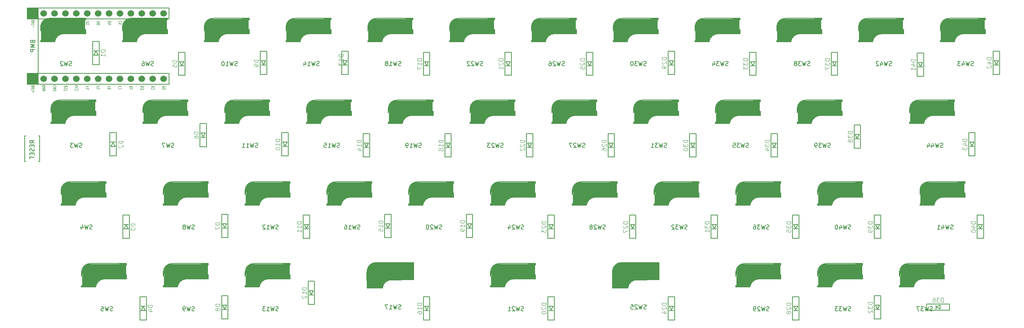
<source format=gbr>
%TF.GenerationSoftware,KiCad,Pcbnew,8.0.6*%
%TF.CreationDate,2025-02-17T10:52:22+09:00*%
%TF.ProjectId,assemble,61737365-6d62-46c6-952e-6b696361645f,rev?*%
%TF.SameCoordinates,Original*%
%TF.FileFunction,Legend,Bot*%
%TF.FilePolarity,Positive*%
%FSLAX46Y46*%
G04 Gerber Fmt 4.6, Leading zero omitted, Abs format (unit mm)*
G04 Created by KiCad (PCBNEW 8.0.6) date 2025-02-17 10:52:22*
%MOMM*%
%LPD*%
G01*
G04 APERTURE LIST*
%ADD10C,0.125000*%
%ADD11C,0.150000*%
%ADD12C,0.300000*%
%ADD13C,0.500000*%
%ADD14C,0.800000*%
%ADD15C,3.000000*%
%ADD16C,3.500000*%
%ADD17C,1.000000*%
%ADD18C,0.400000*%
%ADD19C,1.524000*%
G04 APERTURE END LIST*
D10*
X63256119Y-72036905D02*
X62256119Y-72036905D01*
X62256119Y-72036905D02*
X62256119Y-72275000D01*
X62256119Y-72275000D02*
X62303738Y-72417857D01*
X62303738Y-72417857D02*
X62398976Y-72513095D01*
X62398976Y-72513095D02*
X62494214Y-72560714D01*
X62494214Y-72560714D02*
X62684690Y-72608333D01*
X62684690Y-72608333D02*
X62827547Y-72608333D01*
X62827547Y-72608333D02*
X63018023Y-72560714D01*
X63018023Y-72560714D02*
X63113261Y-72513095D01*
X63113261Y-72513095D02*
X63208500Y-72417857D01*
X63208500Y-72417857D02*
X63256119Y-72275000D01*
X63256119Y-72275000D02*
X63256119Y-72036905D01*
X62351357Y-72989286D02*
X62303738Y-73036905D01*
X62303738Y-73036905D02*
X62256119Y-73132143D01*
X62256119Y-73132143D02*
X62256119Y-73370238D01*
X62256119Y-73370238D02*
X62303738Y-73465476D01*
X62303738Y-73465476D02*
X62351357Y-73513095D01*
X62351357Y-73513095D02*
X62446595Y-73560714D01*
X62446595Y-73560714D02*
X62541833Y-73560714D01*
X62541833Y-73560714D02*
X62684690Y-73513095D01*
X62684690Y-73513095D02*
X63256119Y-72941667D01*
X63256119Y-72941667D02*
X63256119Y-73560714D01*
X180826119Y-90785714D02*
X179826119Y-90785714D01*
X179826119Y-90785714D02*
X179826119Y-91023809D01*
X179826119Y-91023809D02*
X179873738Y-91166666D01*
X179873738Y-91166666D02*
X179968976Y-91261904D01*
X179968976Y-91261904D02*
X180064214Y-91309523D01*
X180064214Y-91309523D02*
X180254690Y-91357142D01*
X180254690Y-91357142D02*
X180397547Y-91357142D01*
X180397547Y-91357142D02*
X180588023Y-91309523D01*
X180588023Y-91309523D02*
X180683261Y-91261904D01*
X180683261Y-91261904D02*
X180778500Y-91166666D01*
X180778500Y-91166666D02*
X180826119Y-91023809D01*
X180826119Y-91023809D02*
X180826119Y-90785714D01*
X179921357Y-91738095D02*
X179873738Y-91785714D01*
X179873738Y-91785714D02*
X179826119Y-91880952D01*
X179826119Y-91880952D02*
X179826119Y-92119047D01*
X179826119Y-92119047D02*
X179873738Y-92214285D01*
X179873738Y-92214285D02*
X179921357Y-92261904D01*
X179921357Y-92261904D02*
X180016595Y-92309523D01*
X180016595Y-92309523D02*
X180111833Y-92309523D01*
X180111833Y-92309523D02*
X180254690Y-92261904D01*
X180254690Y-92261904D02*
X180826119Y-91690476D01*
X180826119Y-91690476D02*
X180826119Y-92309523D01*
X179826119Y-92642857D02*
X179826119Y-93309523D01*
X179826119Y-93309523D02*
X180826119Y-92880952D01*
D11*
X194690773Y-92513450D02*
X194547916Y-92561069D01*
X194547916Y-92561069D02*
X194309821Y-92561069D01*
X194309821Y-92561069D02*
X194214583Y-92513450D01*
X194214583Y-92513450D02*
X194166964Y-92465830D01*
X194166964Y-92465830D02*
X194119345Y-92370592D01*
X194119345Y-92370592D02*
X194119345Y-92275354D01*
X194119345Y-92275354D02*
X194166964Y-92180116D01*
X194166964Y-92180116D02*
X194214583Y-92132497D01*
X194214583Y-92132497D02*
X194309821Y-92084878D01*
X194309821Y-92084878D02*
X194500297Y-92037259D01*
X194500297Y-92037259D02*
X194595535Y-91989640D01*
X194595535Y-91989640D02*
X194643154Y-91942021D01*
X194643154Y-91942021D02*
X194690773Y-91846783D01*
X194690773Y-91846783D02*
X194690773Y-91751545D01*
X194690773Y-91751545D02*
X194643154Y-91656307D01*
X194643154Y-91656307D02*
X194595535Y-91608688D01*
X194595535Y-91608688D02*
X194500297Y-91561069D01*
X194500297Y-91561069D02*
X194262202Y-91561069D01*
X194262202Y-91561069D02*
X194119345Y-91608688D01*
X193786011Y-91561069D02*
X193547916Y-92561069D01*
X193547916Y-92561069D02*
X193357440Y-91846783D01*
X193357440Y-91846783D02*
X193166964Y-92561069D01*
X193166964Y-92561069D02*
X192928869Y-91561069D01*
X192643154Y-91561069D02*
X192024107Y-91561069D01*
X192024107Y-91561069D02*
X192357440Y-91942021D01*
X192357440Y-91942021D02*
X192214583Y-91942021D01*
X192214583Y-91942021D02*
X192119345Y-91989640D01*
X192119345Y-91989640D02*
X192071726Y-92037259D01*
X192071726Y-92037259D02*
X192024107Y-92132497D01*
X192024107Y-92132497D02*
X192024107Y-92370592D01*
X192024107Y-92370592D02*
X192071726Y-92465830D01*
X192071726Y-92465830D02*
X192119345Y-92513450D01*
X192119345Y-92513450D02*
X192214583Y-92561069D01*
X192214583Y-92561069D02*
X192500297Y-92561069D01*
X192500297Y-92561069D02*
X192595535Y-92513450D01*
X192595535Y-92513450D02*
X192643154Y-92465830D01*
X191643154Y-91656307D02*
X191595535Y-91608688D01*
X191595535Y-91608688D02*
X191500297Y-91561069D01*
X191500297Y-91561069D02*
X191262202Y-91561069D01*
X191262202Y-91561069D02*
X191166964Y-91608688D01*
X191166964Y-91608688D02*
X191119345Y-91656307D01*
X191119345Y-91656307D02*
X191071726Y-91751545D01*
X191071726Y-91751545D02*
X191071726Y-91846783D01*
X191071726Y-91846783D02*
X191119345Y-91989640D01*
X191119345Y-91989640D02*
X191690773Y-92561069D01*
X191690773Y-92561069D02*
X191071726Y-92561069D01*
D10*
X161826119Y-90785714D02*
X160826119Y-90785714D01*
X160826119Y-90785714D02*
X160826119Y-91023809D01*
X160826119Y-91023809D02*
X160873738Y-91166666D01*
X160873738Y-91166666D02*
X160968976Y-91261904D01*
X160968976Y-91261904D02*
X161064214Y-91309523D01*
X161064214Y-91309523D02*
X161254690Y-91357142D01*
X161254690Y-91357142D02*
X161397547Y-91357142D01*
X161397547Y-91357142D02*
X161588023Y-91309523D01*
X161588023Y-91309523D02*
X161683261Y-91261904D01*
X161683261Y-91261904D02*
X161778500Y-91166666D01*
X161778500Y-91166666D02*
X161826119Y-91023809D01*
X161826119Y-91023809D02*
X161826119Y-90785714D01*
X160921357Y-91738095D02*
X160873738Y-91785714D01*
X160873738Y-91785714D02*
X160826119Y-91880952D01*
X160826119Y-91880952D02*
X160826119Y-92119047D01*
X160826119Y-92119047D02*
X160873738Y-92214285D01*
X160873738Y-92214285D02*
X160921357Y-92261904D01*
X160921357Y-92261904D02*
X161016595Y-92309523D01*
X161016595Y-92309523D02*
X161111833Y-92309523D01*
X161111833Y-92309523D02*
X161254690Y-92261904D01*
X161254690Y-92261904D02*
X161826119Y-91690476D01*
X161826119Y-91690476D02*
X161826119Y-92309523D01*
X160826119Y-92642857D02*
X160826119Y-93261904D01*
X160826119Y-93261904D02*
X161207071Y-92928571D01*
X161207071Y-92928571D02*
X161207071Y-93071428D01*
X161207071Y-93071428D02*
X161254690Y-93166666D01*
X161254690Y-93166666D02*
X161302309Y-93214285D01*
X161302309Y-93214285D02*
X161397547Y-93261904D01*
X161397547Y-93261904D02*
X161635642Y-93261904D01*
X161635642Y-93261904D02*
X161730880Y-93214285D01*
X161730880Y-93214285D02*
X161778500Y-93166666D01*
X161778500Y-93166666D02*
X161826119Y-93071428D01*
X161826119Y-93071428D02*
X161826119Y-92785714D01*
X161826119Y-92785714D02*
X161778500Y-92690476D01*
X161778500Y-92690476D02*
X161730880Y-92642857D01*
X175826119Y-71785714D02*
X174826119Y-71785714D01*
X174826119Y-71785714D02*
X174826119Y-72023809D01*
X174826119Y-72023809D02*
X174873738Y-72166666D01*
X174873738Y-72166666D02*
X174968976Y-72261904D01*
X174968976Y-72261904D02*
X175064214Y-72309523D01*
X175064214Y-72309523D02*
X175254690Y-72357142D01*
X175254690Y-72357142D02*
X175397547Y-72357142D01*
X175397547Y-72357142D02*
X175588023Y-72309523D01*
X175588023Y-72309523D02*
X175683261Y-72261904D01*
X175683261Y-72261904D02*
X175778500Y-72166666D01*
X175778500Y-72166666D02*
X175826119Y-72023809D01*
X175826119Y-72023809D02*
X175826119Y-71785714D01*
X174921357Y-72738095D02*
X174873738Y-72785714D01*
X174873738Y-72785714D02*
X174826119Y-72880952D01*
X174826119Y-72880952D02*
X174826119Y-73119047D01*
X174826119Y-73119047D02*
X174873738Y-73214285D01*
X174873738Y-73214285D02*
X174921357Y-73261904D01*
X174921357Y-73261904D02*
X175016595Y-73309523D01*
X175016595Y-73309523D02*
X175111833Y-73309523D01*
X175111833Y-73309523D02*
X175254690Y-73261904D01*
X175254690Y-73261904D02*
X175826119Y-72690476D01*
X175826119Y-72690476D02*
X175826119Y-73309523D01*
X174826119Y-74166666D02*
X174826119Y-73976190D01*
X174826119Y-73976190D02*
X174873738Y-73880952D01*
X174873738Y-73880952D02*
X174921357Y-73833333D01*
X174921357Y-73833333D02*
X175064214Y-73738095D01*
X175064214Y-73738095D02*
X175254690Y-73690476D01*
X175254690Y-73690476D02*
X175635642Y-73690476D01*
X175635642Y-73690476D02*
X175730880Y-73738095D01*
X175730880Y-73738095D02*
X175778500Y-73785714D01*
X175778500Y-73785714D02*
X175826119Y-73880952D01*
X175826119Y-73880952D02*
X175826119Y-74071428D01*
X175826119Y-74071428D02*
X175778500Y-74166666D01*
X175778500Y-74166666D02*
X175730880Y-74214285D01*
X175730880Y-74214285D02*
X175635642Y-74261904D01*
X175635642Y-74261904D02*
X175397547Y-74261904D01*
X175397547Y-74261904D02*
X175302309Y-74214285D01*
X175302309Y-74214285D02*
X175254690Y-74166666D01*
X175254690Y-74166666D02*
X175207071Y-74071428D01*
X175207071Y-74071428D02*
X175207071Y-73880952D01*
X175207071Y-73880952D02*
X175254690Y-73785714D01*
X175254690Y-73785714D02*
X175302309Y-73738095D01*
X175302309Y-73738095D02*
X175397547Y-73690476D01*
D11*
X208978273Y-73463450D02*
X208835416Y-73511069D01*
X208835416Y-73511069D02*
X208597321Y-73511069D01*
X208597321Y-73511069D02*
X208502083Y-73463450D01*
X208502083Y-73463450D02*
X208454464Y-73415830D01*
X208454464Y-73415830D02*
X208406845Y-73320592D01*
X208406845Y-73320592D02*
X208406845Y-73225354D01*
X208406845Y-73225354D02*
X208454464Y-73130116D01*
X208454464Y-73130116D02*
X208502083Y-73082497D01*
X208502083Y-73082497D02*
X208597321Y-73034878D01*
X208597321Y-73034878D02*
X208787797Y-72987259D01*
X208787797Y-72987259D02*
X208883035Y-72939640D01*
X208883035Y-72939640D02*
X208930654Y-72892021D01*
X208930654Y-72892021D02*
X208978273Y-72796783D01*
X208978273Y-72796783D02*
X208978273Y-72701545D01*
X208978273Y-72701545D02*
X208930654Y-72606307D01*
X208930654Y-72606307D02*
X208883035Y-72558688D01*
X208883035Y-72558688D02*
X208787797Y-72511069D01*
X208787797Y-72511069D02*
X208549702Y-72511069D01*
X208549702Y-72511069D02*
X208406845Y-72558688D01*
X208073511Y-72511069D02*
X207835416Y-73511069D01*
X207835416Y-73511069D02*
X207644940Y-72796783D01*
X207644940Y-72796783D02*
X207454464Y-73511069D01*
X207454464Y-73511069D02*
X207216369Y-72511069D01*
X206930654Y-72511069D02*
X206311607Y-72511069D01*
X206311607Y-72511069D02*
X206644940Y-72892021D01*
X206644940Y-72892021D02*
X206502083Y-72892021D01*
X206502083Y-72892021D02*
X206406845Y-72939640D01*
X206406845Y-72939640D02*
X206359226Y-72987259D01*
X206359226Y-72987259D02*
X206311607Y-73082497D01*
X206311607Y-73082497D02*
X206311607Y-73320592D01*
X206311607Y-73320592D02*
X206359226Y-73415830D01*
X206359226Y-73415830D02*
X206406845Y-73463450D01*
X206406845Y-73463450D02*
X206502083Y-73511069D01*
X206502083Y-73511069D02*
X206787797Y-73511069D01*
X206787797Y-73511069D02*
X206883035Y-73463450D01*
X206883035Y-73463450D02*
X206930654Y-73415830D01*
X205406845Y-72511069D02*
X205883035Y-72511069D01*
X205883035Y-72511069D02*
X205930654Y-72987259D01*
X205930654Y-72987259D02*
X205883035Y-72939640D01*
X205883035Y-72939640D02*
X205787797Y-72892021D01*
X205787797Y-72892021D02*
X205549702Y-72892021D01*
X205549702Y-72892021D02*
X205454464Y-72939640D01*
X205454464Y-72939640D02*
X205406845Y-72987259D01*
X205406845Y-72987259D02*
X205359226Y-73082497D01*
X205359226Y-73082497D02*
X205359226Y-73320592D01*
X205359226Y-73320592D02*
X205406845Y-73415830D01*
X205406845Y-73415830D02*
X205454464Y-73463450D01*
X205454464Y-73463450D02*
X205549702Y-73511069D01*
X205549702Y-73511069D02*
X205787797Y-73511069D01*
X205787797Y-73511069D02*
X205883035Y-73463450D01*
X205883035Y-73463450D02*
X205930654Y-73415830D01*
D10*
X85826119Y-110036905D02*
X84826119Y-110036905D01*
X84826119Y-110036905D02*
X84826119Y-110275000D01*
X84826119Y-110275000D02*
X84873738Y-110417857D01*
X84873738Y-110417857D02*
X84968976Y-110513095D01*
X84968976Y-110513095D02*
X85064214Y-110560714D01*
X85064214Y-110560714D02*
X85254690Y-110608333D01*
X85254690Y-110608333D02*
X85397547Y-110608333D01*
X85397547Y-110608333D02*
X85588023Y-110560714D01*
X85588023Y-110560714D02*
X85683261Y-110513095D01*
X85683261Y-110513095D02*
X85778500Y-110417857D01*
X85778500Y-110417857D02*
X85826119Y-110275000D01*
X85826119Y-110275000D02*
X85826119Y-110036905D01*
X85254690Y-111179762D02*
X85207071Y-111084524D01*
X85207071Y-111084524D02*
X85159452Y-111036905D01*
X85159452Y-111036905D02*
X85064214Y-110989286D01*
X85064214Y-110989286D02*
X85016595Y-110989286D01*
X85016595Y-110989286D02*
X84921357Y-111036905D01*
X84921357Y-111036905D02*
X84873738Y-111084524D01*
X84873738Y-111084524D02*
X84826119Y-111179762D01*
X84826119Y-111179762D02*
X84826119Y-111370238D01*
X84826119Y-111370238D02*
X84873738Y-111465476D01*
X84873738Y-111465476D02*
X84921357Y-111513095D01*
X84921357Y-111513095D02*
X85016595Y-111560714D01*
X85016595Y-111560714D02*
X85064214Y-111560714D01*
X85064214Y-111560714D02*
X85159452Y-111513095D01*
X85159452Y-111513095D02*
X85207071Y-111465476D01*
X85207071Y-111465476D02*
X85254690Y-111370238D01*
X85254690Y-111370238D02*
X85254690Y-111179762D01*
X85254690Y-111179762D02*
X85302309Y-111084524D01*
X85302309Y-111084524D02*
X85349928Y-111036905D01*
X85349928Y-111036905D02*
X85445166Y-110989286D01*
X85445166Y-110989286D02*
X85635642Y-110989286D01*
X85635642Y-110989286D02*
X85730880Y-111036905D01*
X85730880Y-111036905D02*
X85778500Y-111084524D01*
X85778500Y-111084524D02*
X85826119Y-111179762D01*
X85826119Y-111179762D02*
X85826119Y-111370238D01*
X85826119Y-111370238D02*
X85778500Y-111465476D01*
X85778500Y-111465476D02*
X85730880Y-111513095D01*
X85730880Y-111513095D02*
X85635642Y-111560714D01*
X85635642Y-111560714D02*
X85445166Y-111560714D01*
X85445166Y-111560714D02*
X85349928Y-111513095D01*
X85349928Y-111513095D02*
X85302309Y-111465476D01*
X85302309Y-111465476D02*
X85254690Y-111370238D01*
D11*
X147065773Y-54413450D02*
X146922916Y-54461069D01*
X146922916Y-54461069D02*
X146684821Y-54461069D01*
X146684821Y-54461069D02*
X146589583Y-54413450D01*
X146589583Y-54413450D02*
X146541964Y-54365830D01*
X146541964Y-54365830D02*
X146494345Y-54270592D01*
X146494345Y-54270592D02*
X146494345Y-54175354D01*
X146494345Y-54175354D02*
X146541964Y-54080116D01*
X146541964Y-54080116D02*
X146589583Y-54032497D01*
X146589583Y-54032497D02*
X146684821Y-53984878D01*
X146684821Y-53984878D02*
X146875297Y-53937259D01*
X146875297Y-53937259D02*
X146970535Y-53889640D01*
X146970535Y-53889640D02*
X147018154Y-53842021D01*
X147018154Y-53842021D02*
X147065773Y-53746783D01*
X147065773Y-53746783D02*
X147065773Y-53651545D01*
X147065773Y-53651545D02*
X147018154Y-53556307D01*
X147018154Y-53556307D02*
X146970535Y-53508688D01*
X146970535Y-53508688D02*
X146875297Y-53461069D01*
X146875297Y-53461069D02*
X146637202Y-53461069D01*
X146637202Y-53461069D02*
X146494345Y-53508688D01*
X146161011Y-53461069D02*
X145922916Y-54461069D01*
X145922916Y-54461069D02*
X145732440Y-53746783D01*
X145732440Y-53746783D02*
X145541964Y-54461069D01*
X145541964Y-54461069D02*
X145303869Y-53461069D01*
X144970535Y-53556307D02*
X144922916Y-53508688D01*
X144922916Y-53508688D02*
X144827678Y-53461069D01*
X144827678Y-53461069D02*
X144589583Y-53461069D01*
X144589583Y-53461069D02*
X144494345Y-53508688D01*
X144494345Y-53508688D02*
X144446726Y-53556307D01*
X144446726Y-53556307D02*
X144399107Y-53651545D01*
X144399107Y-53651545D02*
X144399107Y-53746783D01*
X144399107Y-53746783D02*
X144446726Y-53889640D01*
X144446726Y-53889640D02*
X145018154Y-54461069D01*
X145018154Y-54461069D02*
X144399107Y-54461069D01*
X144018154Y-53556307D02*
X143970535Y-53508688D01*
X143970535Y-53508688D02*
X143875297Y-53461069D01*
X143875297Y-53461069D02*
X143637202Y-53461069D01*
X143637202Y-53461069D02*
X143541964Y-53508688D01*
X143541964Y-53508688D02*
X143494345Y-53556307D01*
X143494345Y-53556307D02*
X143446726Y-53651545D01*
X143446726Y-53651545D02*
X143446726Y-53746783D01*
X143446726Y-53746783D02*
X143494345Y-53889640D01*
X143494345Y-53889640D02*
X144065773Y-54461069D01*
X144065773Y-54461069D02*
X143446726Y-54461069D01*
X185169523Y-111119450D02*
X185026666Y-111167069D01*
X185026666Y-111167069D02*
X184788571Y-111167069D01*
X184788571Y-111167069D02*
X184693333Y-111119450D01*
X184693333Y-111119450D02*
X184645714Y-111071830D01*
X184645714Y-111071830D02*
X184598095Y-110976592D01*
X184598095Y-110976592D02*
X184598095Y-110881354D01*
X184598095Y-110881354D02*
X184645714Y-110786116D01*
X184645714Y-110786116D02*
X184693333Y-110738497D01*
X184693333Y-110738497D02*
X184788571Y-110690878D01*
X184788571Y-110690878D02*
X184979047Y-110643259D01*
X184979047Y-110643259D02*
X185074285Y-110595640D01*
X185074285Y-110595640D02*
X185121904Y-110548021D01*
X185121904Y-110548021D02*
X185169523Y-110452783D01*
X185169523Y-110452783D02*
X185169523Y-110357545D01*
X185169523Y-110357545D02*
X185121904Y-110262307D01*
X185121904Y-110262307D02*
X185074285Y-110214688D01*
X185074285Y-110214688D02*
X184979047Y-110167069D01*
X184979047Y-110167069D02*
X184740952Y-110167069D01*
X184740952Y-110167069D02*
X184598095Y-110214688D01*
X184264761Y-110167069D02*
X184026666Y-111167069D01*
X184026666Y-111167069D02*
X183836190Y-110452783D01*
X183836190Y-110452783D02*
X183645714Y-111167069D01*
X183645714Y-111167069D02*
X183407619Y-110167069D01*
X183074285Y-110262307D02*
X183026666Y-110214688D01*
X183026666Y-110214688D02*
X182931428Y-110167069D01*
X182931428Y-110167069D02*
X182693333Y-110167069D01*
X182693333Y-110167069D02*
X182598095Y-110214688D01*
X182598095Y-110214688D02*
X182550476Y-110262307D01*
X182550476Y-110262307D02*
X182502857Y-110357545D01*
X182502857Y-110357545D02*
X182502857Y-110452783D01*
X182502857Y-110452783D02*
X182550476Y-110595640D01*
X182550476Y-110595640D02*
X183121904Y-111167069D01*
X183121904Y-111167069D02*
X182502857Y-111167069D01*
X181598095Y-110167069D02*
X182074285Y-110167069D01*
X182074285Y-110167069D02*
X182121904Y-110643259D01*
X182121904Y-110643259D02*
X182074285Y-110595640D01*
X182074285Y-110595640D02*
X181979047Y-110548021D01*
X181979047Y-110548021D02*
X181740952Y-110548021D01*
X181740952Y-110548021D02*
X181645714Y-110595640D01*
X181645714Y-110595640D02*
X181598095Y-110643259D01*
X181598095Y-110643259D02*
X181550476Y-110738497D01*
X181550476Y-110738497D02*
X181550476Y-110976592D01*
X181550476Y-110976592D02*
X181598095Y-111071830D01*
X181598095Y-111071830D02*
X181645714Y-111119450D01*
X181645714Y-111119450D02*
X181740952Y-111167069D01*
X181740952Y-111167069D02*
X181979047Y-111167069D01*
X181979047Y-111167069D02*
X182074285Y-111119450D01*
X182074285Y-111119450D02*
X182121904Y-111071830D01*
D10*
X114564369Y-51866364D02*
X113564369Y-51866364D01*
X113564369Y-51866364D02*
X113564369Y-52104459D01*
X113564369Y-52104459D02*
X113611988Y-52247316D01*
X113611988Y-52247316D02*
X113707226Y-52342554D01*
X113707226Y-52342554D02*
X113802464Y-52390173D01*
X113802464Y-52390173D02*
X113992940Y-52437792D01*
X113992940Y-52437792D02*
X114135797Y-52437792D01*
X114135797Y-52437792D02*
X114326273Y-52390173D01*
X114326273Y-52390173D02*
X114421511Y-52342554D01*
X114421511Y-52342554D02*
X114516750Y-52247316D01*
X114516750Y-52247316D02*
X114564369Y-52104459D01*
X114564369Y-52104459D02*
X114564369Y-51866364D01*
X114564369Y-53390173D02*
X114564369Y-52818745D01*
X114564369Y-53104459D02*
X113564369Y-53104459D01*
X113564369Y-53104459D02*
X113707226Y-53009221D01*
X113707226Y-53009221D02*
X113802464Y-52913983D01*
X113802464Y-52913983D02*
X113850083Y-52818745D01*
X113564369Y-53723507D02*
X113564369Y-54342554D01*
X113564369Y-54342554D02*
X113945321Y-54009221D01*
X113945321Y-54009221D02*
X113945321Y-54152078D01*
X113945321Y-54152078D02*
X113992940Y-54247316D01*
X113992940Y-54247316D02*
X114040559Y-54294935D01*
X114040559Y-54294935D02*
X114135797Y-54342554D01*
X114135797Y-54342554D02*
X114373892Y-54342554D01*
X114373892Y-54342554D02*
X114469130Y-54294935D01*
X114469130Y-54294935D02*
X114516750Y-54247316D01*
X114516750Y-54247316D02*
X114564369Y-54152078D01*
X114564369Y-54152078D02*
X114564369Y-53866364D01*
X114564369Y-53866364D02*
X114516750Y-53771126D01*
X114516750Y-53771126D02*
X114469130Y-53723507D01*
X59086119Y-50761905D02*
X58086119Y-50761905D01*
X58086119Y-50761905D02*
X58086119Y-51000000D01*
X58086119Y-51000000D02*
X58133738Y-51142857D01*
X58133738Y-51142857D02*
X58228976Y-51238095D01*
X58228976Y-51238095D02*
X58324214Y-51285714D01*
X58324214Y-51285714D02*
X58514690Y-51333333D01*
X58514690Y-51333333D02*
X58657547Y-51333333D01*
X58657547Y-51333333D02*
X58848023Y-51285714D01*
X58848023Y-51285714D02*
X58943261Y-51238095D01*
X58943261Y-51238095D02*
X59038500Y-51142857D01*
X59038500Y-51142857D02*
X59086119Y-51000000D01*
X59086119Y-51000000D02*
X59086119Y-50761905D01*
X59086119Y-52285714D02*
X59086119Y-51714286D01*
X59086119Y-52000000D02*
X58086119Y-52000000D01*
X58086119Y-52000000D02*
X58228976Y-51904762D01*
X58228976Y-51904762D02*
X58324214Y-51809524D01*
X58324214Y-51809524D02*
X58371833Y-51714286D01*
X85826119Y-91036905D02*
X84826119Y-91036905D01*
X84826119Y-91036905D02*
X84826119Y-91275000D01*
X84826119Y-91275000D02*
X84873738Y-91417857D01*
X84873738Y-91417857D02*
X84968976Y-91513095D01*
X84968976Y-91513095D02*
X85064214Y-91560714D01*
X85064214Y-91560714D02*
X85254690Y-91608333D01*
X85254690Y-91608333D02*
X85397547Y-91608333D01*
X85397547Y-91608333D02*
X85588023Y-91560714D01*
X85588023Y-91560714D02*
X85683261Y-91513095D01*
X85683261Y-91513095D02*
X85778500Y-91417857D01*
X85778500Y-91417857D02*
X85826119Y-91275000D01*
X85826119Y-91275000D02*
X85826119Y-91036905D01*
X84826119Y-91941667D02*
X84826119Y-92608333D01*
X84826119Y-92608333D02*
X85826119Y-92179762D01*
D11*
X89915773Y-54407200D02*
X89772916Y-54454819D01*
X89772916Y-54454819D02*
X89534821Y-54454819D01*
X89534821Y-54454819D02*
X89439583Y-54407200D01*
X89439583Y-54407200D02*
X89391964Y-54359580D01*
X89391964Y-54359580D02*
X89344345Y-54264342D01*
X89344345Y-54264342D02*
X89344345Y-54169104D01*
X89344345Y-54169104D02*
X89391964Y-54073866D01*
X89391964Y-54073866D02*
X89439583Y-54026247D01*
X89439583Y-54026247D02*
X89534821Y-53978628D01*
X89534821Y-53978628D02*
X89725297Y-53931009D01*
X89725297Y-53931009D02*
X89820535Y-53883390D01*
X89820535Y-53883390D02*
X89868154Y-53835771D01*
X89868154Y-53835771D02*
X89915773Y-53740533D01*
X89915773Y-53740533D02*
X89915773Y-53645295D01*
X89915773Y-53645295D02*
X89868154Y-53550057D01*
X89868154Y-53550057D02*
X89820535Y-53502438D01*
X89820535Y-53502438D02*
X89725297Y-53454819D01*
X89725297Y-53454819D02*
X89487202Y-53454819D01*
X89487202Y-53454819D02*
X89344345Y-53502438D01*
X89011011Y-53454819D02*
X88772916Y-54454819D01*
X88772916Y-54454819D02*
X88582440Y-53740533D01*
X88582440Y-53740533D02*
X88391964Y-54454819D01*
X88391964Y-54454819D02*
X88153869Y-53454819D01*
X87249107Y-54454819D02*
X87820535Y-54454819D01*
X87534821Y-54454819D02*
X87534821Y-53454819D01*
X87534821Y-53454819D02*
X87630059Y-53597676D01*
X87630059Y-53597676D02*
X87725297Y-53692914D01*
X87725297Y-53692914D02*
X87820535Y-53740533D01*
X86630059Y-53454819D02*
X86534821Y-53454819D01*
X86534821Y-53454819D02*
X86439583Y-53502438D01*
X86439583Y-53502438D02*
X86391964Y-53550057D01*
X86391964Y-53550057D02*
X86344345Y-53645295D01*
X86344345Y-53645295D02*
X86296726Y-53835771D01*
X86296726Y-53835771D02*
X86296726Y-54073866D01*
X86296726Y-54073866D02*
X86344345Y-54264342D01*
X86344345Y-54264342D02*
X86391964Y-54359580D01*
X86391964Y-54359580D02*
X86439583Y-54407200D01*
X86439583Y-54407200D02*
X86534821Y-54454819D01*
X86534821Y-54454819D02*
X86630059Y-54454819D01*
X86630059Y-54454819D02*
X86725297Y-54407200D01*
X86725297Y-54407200D02*
X86772916Y-54359580D01*
X86772916Y-54359580D02*
X86820535Y-54264342D01*
X86820535Y-54264342D02*
X86868154Y-54073866D01*
X86868154Y-54073866D02*
X86868154Y-53835771D01*
X86868154Y-53835771D02*
X86820535Y-53645295D01*
X86820535Y-53645295D02*
X86772916Y-53550057D01*
X86772916Y-53550057D02*
X86725297Y-53502438D01*
X86725297Y-53502438D02*
X86630059Y-53454819D01*
D10*
X199826119Y-90785714D02*
X198826119Y-90785714D01*
X198826119Y-90785714D02*
X198826119Y-91023809D01*
X198826119Y-91023809D02*
X198873738Y-91166666D01*
X198873738Y-91166666D02*
X198968976Y-91261904D01*
X198968976Y-91261904D02*
X199064214Y-91309523D01*
X199064214Y-91309523D02*
X199254690Y-91357142D01*
X199254690Y-91357142D02*
X199397547Y-91357142D01*
X199397547Y-91357142D02*
X199588023Y-91309523D01*
X199588023Y-91309523D02*
X199683261Y-91261904D01*
X199683261Y-91261904D02*
X199778500Y-91166666D01*
X199778500Y-91166666D02*
X199826119Y-91023809D01*
X199826119Y-91023809D02*
X199826119Y-90785714D01*
X198826119Y-91690476D02*
X198826119Y-92309523D01*
X198826119Y-92309523D02*
X199207071Y-91976190D01*
X199207071Y-91976190D02*
X199207071Y-92119047D01*
X199207071Y-92119047D02*
X199254690Y-92214285D01*
X199254690Y-92214285D02*
X199302309Y-92261904D01*
X199302309Y-92261904D02*
X199397547Y-92309523D01*
X199397547Y-92309523D02*
X199635642Y-92309523D01*
X199635642Y-92309523D02*
X199730880Y-92261904D01*
X199730880Y-92261904D02*
X199778500Y-92214285D01*
X199778500Y-92214285D02*
X199826119Y-92119047D01*
X199826119Y-92119047D02*
X199826119Y-91833333D01*
X199826119Y-91833333D02*
X199778500Y-91738095D01*
X199778500Y-91738095D02*
X199730880Y-91690476D01*
X199826119Y-93261904D02*
X199826119Y-92690476D01*
X199826119Y-92976190D02*
X198826119Y-92976190D01*
X198826119Y-92976190D02*
X198968976Y-92880952D01*
X198968976Y-92880952D02*
X199064214Y-92785714D01*
X199064214Y-92785714D02*
X199111833Y-92690476D01*
X227826119Y-52785714D02*
X226826119Y-52785714D01*
X226826119Y-52785714D02*
X226826119Y-53023809D01*
X226826119Y-53023809D02*
X226873738Y-53166666D01*
X226873738Y-53166666D02*
X226968976Y-53261904D01*
X226968976Y-53261904D02*
X227064214Y-53309523D01*
X227064214Y-53309523D02*
X227254690Y-53357142D01*
X227254690Y-53357142D02*
X227397547Y-53357142D01*
X227397547Y-53357142D02*
X227588023Y-53309523D01*
X227588023Y-53309523D02*
X227683261Y-53261904D01*
X227683261Y-53261904D02*
X227778500Y-53166666D01*
X227778500Y-53166666D02*
X227826119Y-53023809D01*
X227826119Y-53023809D02*
X227826119Y-52785714D01*
X226826119Y-53690476D02*
X226826119Y-54309523D01*
X226826119Y-54309523D02*
X227207071Y-53976190D01*
X227207071Y-53976190D02*
X227207071Y-54119047D01*
X227207071Y-54119047D02*
X227254690Y-54214285D01*
X227254690Y-54214285D02*
X227302309Y-54261904D01*
X227302309Y-54261904D02*
X227397547Y-54309523D01*
X227397547Y-54309523D02*
X227635642Y-54309523D01*
X227635642Y-54309523D02*
X227730880Y-54261904D01*
X227730880Y-54261904D02*
X227778500Y-54214285D01*
X227778500Y-54214285D02*
X227826119Y-54119047D01*
X227826119Y-54119047D02*
X227826119Y-53833333D01*
X227826119Y-53833333D02*
X227778500Y-53738095D01*
X227778500Y-53738095D02*
X227730880Y-53690476D01*
X226826119Y-54642857D02*
X226826119Y-55309523D01*
X226826119Y-55309523D02*
X227826119Y-54880952D01*
X213826119Y-71785714D02*
X212826119Y-71785714D01*
X212826119Y-71785714D02*
X212826119Y-72023809D01*
X212826119Y-72023809D02*
X212873738Y-72166666D01*
X212873738Y-72166666D02*
X212968976Y-72261904D01*
X212968976Y-72261904D02*
X213064214Y-72309523D01*
X213064214Y-72309523D02*
X213254690Y-72357142D01*
X213254690Y-72357142D02*
X213397547Y-72357142D01*
X213397547Y-72357142D02*
X213588023Y-72309523D01*
X213588023Y-72309523D02*
X213683261Y-72261904D01*
X213683261Y-72261904D02*
X213778500Y-72166666D01*
X213778500Y-72166666D02*
X213826119Y-72023809D01*
X213826119Y-72023809D02*
X213826119Y-71785714D01*
X212826119Y-72690476D02*
X212826119Y-73309523D01*
X212826119Y-73309523D02*
X213207071Y-72976190D01*
X213207071Y-72976190D02*
X213207071Y-73119047D01*
X213207071Y-73119047D02*
X213254690Y-73214285D01*
X213254690Y-73214285D02*
X213302309Y-73261904D01*
X213302309Y-73261904D02*
X213397547Y-73309523D01*
X213397547Y-73309523D02*
X213635642Y-73309523D01*
X213635642Y-73309523D02*
X213730880Y-73261904D01*
X213730880Y-73261904D02*
X213778500Y-73214285D01*
X213778500Y-73214285D02*
X213826119Y-73119047D01*
X213826119Y-73119047D02*
X213826119Y-72833333D01*
X213826119Y-72833333D02*
X213778500Y-72738095D01*
X213778500Y-72738095D02*
X213730880Y-72690476D01*
X213159452Y-74166666D02*
X213826119Y-74166666D01*
X212778500Y-73928571D02*
X213492785Y-73690476D01*
X213492785Y-73690476D02*
X213492785Y-74309523D01*
X194826119Y-71785714D02*
X193826119Y-71785714D01*
X193826119Y-71785714D02*
X193826119Y-72023809D01*
X193826119Y-72023809D02*
X193873738Y-72166666D01*
X193873738Y-72166666D02*
X193968976Y-72261904D01*
X193968976Y-72261904D02*
X194064214Y-72309523D01*
X194064214Y-72309523D02*
X194254690Y-72357142D01*
X194254690Y-72357142D02*
X194397547Y-72357142D01*
X194397547Y-72357142D02*
X194588023Y-72309523D01*
X194588023Y-72309523D02*
X194683261Y-72261904D01*
X194683261Y-72261904D02*
X194778500Y-72166666D01*
X194778500Y-72166666D02*
X194826119Y-72023809D01*
X194826119Y-72023809D02*
X194826119Y-71785714D01*
X193826119Y-72690476D02*
X193826119Y-73309523D01*
X193826119Y-73309523D02*
X194207071Y-72976190D01*
X194207071Y-72976190D02*
X194207071Y-73119047D01*
X194207071Y-73119047D02*
X194254690Y-73214285D01*
X194254690Y-73214285D02*
X194302309Y-73261904D01*
X194302309Y-73261904D02*
X194397547Y-73309523D01*
X194397547Y-73309523D02*
X194635642Y-73309523D01*
X194635642Y-73309523D02*
X194730880Y-73261904D01*
X194730880Y-73261904D02*
X194778500Y-73214285D01*
X194778500Y-73214285D02*
X194826119Y-73119047D01*
X194826119Y-73119047D02*
X194826119Y-72833333D01*
X194826119Y-72833333D02*
X194778500Y-72738095D01*
X194778500Y-72738095D02*
X194730880Y-72690476D01*
X193826119Y-73928571D02*
X193826119Y-74023809D01*
X193826119Y-74023809D02*
X193873738Y-74119047D01*
X193873738Y-74119047D02*
X193921357Y-74166666D01*
X193921357Y-74166666D02*
X194016595Y-74214285D01*
X194016595Y-74214285D02*
X194207071Y-74261904D01*
X194207071Y-74261904D02*
X194445166Y-74261904D01*
X194445166Y-74261904D02*
X194635642Y-74214285D01*
X194635642Y-74214285D02*
X194730880Y-74166666D01*
X194730880Y-74166666D02*
X194778500Y-74119047D01*
X194778500Y-74119047D02*
X194826119Y-74023809D01*
X194826119Y-74023809D02*
X194826119Y-73928571D01*
X194826119Y-73928571D02*
X194778500Y-73833333D01*
X194778500Y-73833333D02*
X194730880Y-73785714D01*
X194730880Y-73785714D02*
X194635642Y-73738095D01*
X194635642Y-73738095D02*
X194445166Y-73690476D01*
X194445166Y-73690476D02*
X194207071Y-73690476D01*
X194207071Y-73690476D02*
X194016595Y-73738095D01*
X194016595Y-73738095D02*
X193921357Y-73785714D01*
X193921357Y-73785714D02*
X193873738Y-73833333D01*
X193873738Y-73833333D02*
X193826119Y-73928571D01*
X237826119Y-109560714D02*
X236826119Y-109560714D01*
X236826119Y-109560714D02*
X236826119Y-109798809D01*
X236826119Y-109798809D02*
X236873738Y-109941666D01*
X236873738Y-109941666D02*
X236968976Y-110036904D01*
X236968976Y-110036904D02*
X237064214Y-110084523D01*
X237064214Y-110084523D02*
X237254690Y-110132142D01*
X237254690Y-110132142D02*
X237397547Y-110132142D01*
X237397547Y-110132142D02*
X237588023Y-110084523D01*
X237588023Y-110084523D02*
X237683261Y-110036904D01*
X237683261Y-110036904D02*
X237778500Y-109941666D01*
X237778500Y-109941666D02*
X237826119Y-109798809D01*
X237826119Y-109798809D02*
X237826119Y-109560714D01*
X236826119Y-110465476D02*
X236826119Y-111084523D01*
X236826119Y-111084523D02*
X237207071Y-110751190D01*
X237207071Y-110751190D02*
X237207071Y-110894047D01*
X237207071Y-110894047D02*
X237254690Y-110989285D01*
X237254690Y-110989285D02*
X237302309Y-111036904D01*
X237302309Y-111036904D02*
X237397547Y-111084523D01*
X237397547Y-111084523D02*
X237635642Y-111084523D01*
X237635642Y-111084523D02*
X237730880Y-111036904D01*
X237730880Y-111036904D02*
X237778500Y-110989285D01*
X237778500Y-110989285D02*
X237826119Y-110894047D01*
X237826119Y-110894047D02*
X237826119Y-110608333D01*
X237826119Y-110608333D02*
X237778500Y-110513095D01*
X237778500Y-110513095D02*
X237730880Y-110465476D01*
X236921357Y-111465476D02*
X236873738Y-111513095D01*
X236873738Y-111513095D02*
X236826119Y-111608333D01*
X236826119Y-111608333D02*
X236826119Y-111846428D01*
X236826119Y-111846428D02*
X236873738Y-111941666D01*
X236873738Y-111941666D02*
X236921357Y-111989285D01*
X236921357Y-111989285D02*
X237016595Y-112036904D01*
X237016595Y-112036904D02*
X237111833Y-112036904D01*
X237111833Y-112036904D02*
X237254690Y-111989285D01*
X237254690Y-111989285D02*
X237826119Y-111417857D01*
X237826119Y-111417857D02*
X237826119Y-112036904D01*
D11*
X75152082Y-73463450D02*
X75009225Y-73511069D01*
X75009225Y-73511069D02*
X74771130Y-73511069D01*
X74771130Y-73511069D02*
X74675892Y-73463450D01*
X74675892Y-73463450D02*
X74628273Y-73415830D01*
X74628273Y-73415830D02*
X74580654Y-73320592D01*
X74580654Y-73320592D02*
X74580654Y-73225354D01*
X74580654Y-73225354D02*
X74628273Y-73130116D01*
X74628273Y-73130116D02*
X74675892Y-73082497D01*
X74675892Y-73082497D02*
X74771130Y-73034878D01*
X74771130Y-73034878D02*
X74961606Y-72987259D01*
X74961606Y-72987259D02*
X75056844Y-72939640D01*
X75056844Y-72939640D02*
X75104463Y-72892021D01*
X75104463Y-72892021D02*
X75152082Y-72796783D01*
X75152082Y-72796783D02*
X75152082Y-72701545D01*
X75152082Y-72701545D02*
X75104463Y-72606307D01*
X75104463Y-72606307D02*
X75056844Y-72558688D01*
X75056844Y-72558688D02*
X74961606Y-72511069D01*
X74961606Y-72511069D02*
X74723511Y-72511069D01*
X74723511Y-72511069D02*
X74580654Y-72558688D01*
X74247320Y-72511069D02*
X74009225Y-73511069D01*
X74009225Y-73511069D02*
X73818749Y-72796783D01*
X73818749Y-72796783D02*
X73628273Y-73511069D01*
X73628273Y-73511069D02*
X73390178Y-72511069D01*
X73104463Y-72511069D02*
X72437797Y-72511069D01*
X72437797Y-72511069D02*
X72866368Y-73511069D01*
D10*
X94826119Y-53071905D02*
X93826119Y-53071905D01*
X93826119Y-53071905D02*
X93826119Y-53310000D01*
X93826119Y-53310000D02*
X93873738Y-53452857D01*
X93873738Y-53452857D02*
X93968976Y-53548095D01*
X93968976Y-53548095D02*
X94064214Y-53595714D01*
X94064214Y-53595714D02*
X94254690Y-53643333D01*
X94254690Y-53643333D02*
X94397547Y-53643333D01*
X94397547Y-53643333D02*
X94588023Y-53595714D01*
X94588023Y-53595714D02*
X94683261Y-53548095D01*
X94683261Y-53548095D02*
X94778500Y-53452857D01*
X94778500Y-53452857D02*
X94826119Y-53310000D01*
X94826119Y-53310000D02*
X94826119Y-53071905D01*
X94826119Y-54119524D02*
X94826119Y-54310000D01*
X94826119Y-54310000D02*
X94778500Y-54405238D01*
X94778500Y-54405238D02*
X94730880Y-54452857D01*
X94730880Y-54452857D02*
X94588023Y-54548095D01*
X94588023Y-54548095D02*
X94397547Y-54595714D01*
X94397547Y-54595714D02*
X94016595Y-54595714D01*
X94016595Y-54595714D02*
X93921357Y-54548095D01*
X93921357Y-54548095D02*
X93873738Y-54500476D01*
X93873738Y-54500476D02*
X93826119Y-54405238D01*
X93826119Y-54405238D02*
X93826119Y-54214762D01*
X93826119Y-54214762D02*
X93873738Y-54119524D01*
X93873738Y-54119524D02*
X93921357Y-54071905D01*
X93921357Y-54071905D02*
X94016595Y-54024286D01*
X94016595Y-54024286D02*
X94254690Y-54024286D01*
X94254690Y-54024286D02*
X94349928Y-54071905D01*
X94349928Y-54071905D02*
X94397547Y-54119524D01*
X94397547Y-54119524D02*
X94445166Y-54214762D01*
X94445166Y-54214762D02*
X94445166Y-54405238D01*
X94445166Y-54405238D02*
X94397547Y-54500476D01*
X94397547Y-54500476D02*
X94349928Y-54548095D01*
X94349928Y-54548095D02*
X94254690Y-54595714D01*
X151826119Y-52785714D02*
X150826119Y-52785714D01*
X150826119Y-52785714D02*
X150826119Y-53023809D01*
X150826119Y-53023809D02*
X150873738Y-53166666D01*
X150873738Y-53166666D02*
X150968976Y-53261904D01*
X150968976Y-53261904D02*
X151064214Y-53309523D01*
X151064214Y-53309523D02*
X151254690Y-53357142D01*
X151254690Y-53357142D02*
X151397547Y-53357142D01*
X151397547Y-53357142D02*
X151588023Y-53309523D01*
X151588023Y-53309523D02*
X151683261Y-53261904D01*
X151683261Y-53261904D02*
X151778500Y-53166666D01*
X151778500Y-53166666D02*
X151826119Y-53023809D01*
X151826119Y-53023809D02*
X151826119Y-52785714D01*
X150921357Y-53738095D02*
X150873738Y-53785714D01*
X150873738Y-53785714D02*
X150826119Y-53880952D01*
X150826119Y-53880952D02*
X150826119Y-54119047D01*
X150826119Y-54119047D02*
X150873738Y-54214285D01*
X150873738Y-54214285D02*
X150921357Y-54261904D01*
X150921357Y-54261904D02*
X151016595Y-54309523D01*
X151016595Y-54309523D02*
X151111833Y-54309523D01*
X151111833Y-54309523D02*
X151254690Y-54261904D01*
X151254690Y-54261904D02*
X151826119Y-53690476D01*
X151826119Y-53690476D02*
X151826119Y-54309523D01*
X151826119Y-55261904D02*
X151826119Y-54690476D01*
X151826119Y-54976190D02*
X150826119Y-54976190D01*
X150826119Y-54976190D02*
X150968976Y-54880952D01*
X150968976Y-54880952D02*
X151064214Y-54785714D01*
X151064214Y-54785714D02*
X151111833Y-54690476D01*
X142826119Y-90560714D02*
X141826119Y-90560714D01*
X141826119Y-90560714D02*
X141826119Y-90798809D01*
X141826119Y-90798809D02*
X141873738Y-90941666D01*
X141873738Y-90941666D02*
X141968976Y-91036904D01*
X141968976Y-91036904D02*
X142064214Y-91084523D01*
X142064214Y-91084523D02*
X142254690Y-91132142D01*
X142254690Y-91132142D02*
X142397547Y-91132142D01*
X142397547Y-91132142D02*
X142588023Y-91084523D01*
X142588023Y-91084523D02*
X142683261Y-91036904D01*
X142683261Y-91036904D02*
X142778500Y-90941666D01*
X142778500Y-90941666D02*
X142826119Y-90798809D01*
X142826119Y-90798809D02*
X142826119Y-90560714D01*
X142826119Y-92084523D02*
X142826119Y-91513095D01*
X142826119Y-91798809D02*
X141826119Y-91798809D01*
X141826119Y-91798809D02*
X141968976Y-91703571D01*
X141968976Y-91703571D02*
X142064214Y-91608333D01*
X142064214Y-91608333D02*
X142111833Y-91513095D01*
X142826119Y-92560714D02*
X142826119Y-92751190D01*
X142826119Y-92751190D02*
X142778500Y-92846428D01*
X142778500Y-92846428D02*
X142730880Y-92894047D01*
X142730880Y-92894047D02*
X142588023Y-92989285D01*
X142588023Y-92989285D02*
X142397547Y-93036904D01*
X142397547Y-93036904D02*
X142016595Y-93036904D01*
X142016595Y-93036904D02*
X141921357Y-92989285D01*
X141921357Y-92989285D02*
X141873738Y-92941666D01*
X141873738Y-92941666D02*
X141826119Y-92846428D01*
X141826119Y-92846428D02*
X141826119Y-92655952D01*
X141826119Y-92655952D02*
X141873738Y-92560714D01*
X141873738Y-92560714D02*
X141921357Y-92513095D01*
X141921357Y-92513095D02*
X142016595Y-92465476D01*
X142016595Y-92465476D02*
X142254690Y-92465476D01*
X142254690Y-92465476D02*
X142349928Y-92513095D01*
X142349928Y-92513095D02*
X142397547Y-92560714D01*
X142397547Y-92560714D02*
X142445166Y-92655952D01*
X142445166Y-92655952D02*
X142445166Y-92846428D01*
X142445166Y-92846428D02*
X142397547Y-92941666D01*
X142397547Y-92941666D02*
X142349928Y-92989285D01*
X142349928Y-92989285D02*
X142254690Y-93036904D01*
X261826119Y-90785714D02*
X260826119Y-90785714D01*
X260826119Y-90785714D02*
X260826119Y-91023809D01*
X260826119Y-91023809D02*
X260873738Y-91166666D01*
X260873738Y-91166666D02*
X260968976Y-91261904D01*
X260968976Y-91261904D02*
X261064214Y-91309523D01*
X261064214Y-91309523D02*
X261254690Y-91357142D01*
X261254690Y-91357142D02*
X261397547Y-91357142D01*
X261397547Y-91357142D02*
X261588023Y-91309523D01*
X261588023Y-91309523D02*
X261683261Y-91261904D01*
X261683261Y-91261904D02*
X261778500Y-91166666D01*
X261778500Y-91166666D02*
X261826119Y-91023809D01*
X261826119Y-91023809D02*
X261826119Y-90785714D01*
X261159452Y-92214285D02*
X261826119Y-92214285D01*
X260778500Y-91976190D02*
X261492785Y-91738095D01*
X261492785Y-91738095D02*
X261492785Y-92357142D01*
X260826119Y-92928571D02*
X260826119Y-93023809D01*
X260826119Y-93023809D02*
X260873738Y-93119047D01*
X260873738Y-93119047D02*
X260921357Y-93166666D01*
X260921357Y-93166666D02*
X261016595Y-93214285D01*
X261016595Y-93214285D02*
X261207071Y-93261904D01*
X261207071Y-93261904D02*
X261445166Y-93261904D01*
X261445166Y-93261904D02*
X261635642Y-93214285D01*
X261635642Y-93214285D02*
X261730880Y-93166666D01*
X261730880Y-93166666D02*
X261778500Y-93119047D01*
X261778500Y-93119047D02*
X261826119Y-93023809D01*
X261826119Y-93023809D02*
X261826119Y-92928571D01*
X261826119Y-92928571D02*
X261778500Y-92833333D01*
X261778500Y-92833333D02*
X261730880Y-92785714D01*
X261730880Y-92785714D02*
X261635642Y-92738095D01*
X261635642Y-92738095D02*
X261445166Y-92690476D01*
X261445166Y-92690476D02*
X261207071Y-92690476D01*
X261207071Y-92690476D02*
X261016595Y-92738095D01*
X261016595Y-92738095D02*
X260921357Y-92785714D01*
X260921357Y-92785714D02*
X260873738Y-92833333D01*
X260873738Y-92833333D02*
X260826119Y-92928571D01*
X254346475Y-109554244D02*
X254346475Y-108554244D01*
X254346475Y-108554244D02*
X254108380Y-108554244D01*
X254108380Y-108554244D02*
X253965523Y-108601863D01*
X253965523Y-108601863D02*
X253870285Y-108697101D01*
X253870285Y-108697101D02*
X253822666Y-108792339D01*
X253822666Y-108792339D02*
X253775047Y-108982815D01*
X253775047Y-108982815D02*
X253775047Y-109125672D01*
X253775047Y-109125672D02*
X253822666Y-109316148D01*
X253822666Y-109316148D02*
X253870285Y-109411386D01*
X253870285Y-109411386D02*
X253965523Y-109506625D01*
X253965523Y-109506625D02*
X254108380Y-109554244D01*
X254108380Y-109554244D02*
X254346475Y-109554244D01*
X253441713Y-108554244D02*
X252822666Y-108554244D01*
X252822666Y-108554244D02*
X253155999Y-108935196D01*
X253155999Y-108935196D02*
X253013142Y-108935196D01*
X253013142Y-108935196D02*
X252917904Y-108982815D01*
X252917904Y-108982815D02*
X252870285Y-109030434D01*
X252870285Y-109030434D02*
X252822666Y-109125672D01*
X252822666Y-109125672D02*
X252822666Y-109363767D01*
X252822666Y-109363767D02*
X252870285Y-109459005D01*
X252870285Y-109459005D02*
X252917904Y-109506625D01*
X252917904Y-109506625D02*
X253013142Y-109554244D01*
X253013142Y-109554244D02*
X253298856Y-109554244D01*
X253298856Y-109554244D02*
X253394094Y-109506625D01*
X253394094Y-109506625D02*
X253441713Y-109459005D01*
X251965523Y-108554244D02*
X252155999Y-108554244D01*
X252155999Y-108554244D02*
X252251237Y-108601863D01*
X252251237Y-108601863D02*
X252298856Y-108649482D01*
X252298856Y-108649482D02*
X252394094Y-108792339D01*
X252394094Y-108792339D02*
X252441713Y-108982815D01*
X252441713Y-108982815D02*
X252441713Y-109363767D01*
X252441713Y-109363767D02*
X252394094Y-109459005D01*
X252394094Y-109459005D02*
X252346475Y-109506625D01*
X252346475Y-109506625D02*
X252251237Y-109554244D01*
X252251237Y-109554244D02*
X252060761Y-109554244D01*
X252060761Y-109554244D02*
X251965523Y-109506625D01*
X251965523Y-109506625D02*
X251917904Y-109459005D01*
X251917904Y-109459005D02*
X251870285Y-109363767D01*
X251870285Y-109363767D02*
X251870285Y-109125672D01*
X251870285Y-109125672D02*
X251917904Y-109030434D01*
X251917904Y-109030434D02*
X251965523Y-108982815D01*
X251965523Y-108982815D02*
X252060761Y-108935196D01*
X252060761Y-108935196D02*
X252251237Y-108935196D01*
X252251237Y-108935196D02*
X252346475Y-108982815D01*
X252346475Y-108982815D02*
X252394094Y-109030434D01*
X252394094Y-109030434D02*
X252441713Y-109125672D01*
X161826119Y-109785714D02*
X160826119Y-109785714D01*
X160826119Y-109785714D02*
X160826119Y-110023809D01*
X160826119Y-110023809D02*
X160873738Y-110166666D01*
X160873738Y-110166666D02*
X160968976Y-110261904D01*
X160968976Y-110261904D02*
X161064214Y-110309523D01*
X161064214Y-110309523D02*
X161254690Y-110357142D01*
X161254690Y-110357142D02*
X161397547Y-110357142D01*
X161397547Y-110357142D02*
X161588023Y-110309523D01*
X161588023Y-110309523D02*
X161683261Y-110261904D01*
X161683261Y-110261904D02*
X161778500Y-110166666D01*
X161778500Y-110166666D02*
X161826119Y-110023809D01*
X161826119Y-110023809D02*
X161826119Y-109785714D01*
X160921357Y-110738095D02*
X160873738Y-110785714D01*
X160873738Y-110785714D02*
X160826119Y-110880952D01*
X160826119Y-110880952D02*
X160826119Y-111119047D01*
X160826119Y-111119047D02*
X160873738Y-111214285D01*
X160873738Y-111214285D02*
X160921357Y-111261904D01*
X160921357Y-111261904D02*
X161016595Y-111309523D01*
X161016595Y-111309523D02*
X161111833Y-111309523D01*
X161111833Y-111309523D02*
X161254690Y-111261904D01*
X161254690Y-111261904D02*
X161826119Y-110690476D01*
X161826119Y-110690476D02*
X161826119Y-111309523D01*
X160826119Y-111928571D02*
X160826119Y-112023809D01*
X160826119Y-112023809D02*
X160873738Y-112119047D01*
X160873738Y-112119047D02*
X160921357Y-112166666D01*
X160921357Y-112166666D02*
X161016595Y-112214285D01*
X161016595Y-112214285D02*
X161207071Y-112261904D01*
X161207071Y-112261904D02*
X161445166Y-112261904D01*
X161445166Y-112261904D02*
X161635642Y-112214285D01*
X161635642Y-112214285D02*
X161730880Y-112166666D01*
X161730880Y-112166666D02*
X161778500Y-112119047D01*
X161778500Y-112119047D02*
X161826119Y-112023809D01*
X161826119Y-112023809D02*
X161826119Y-111928571D01*
X161826119Y-111928571D02*
X161778500Y-111833333D01*
X161778500Y-111833333D02*
X161730880Y-111785714D01*
X161730880Y-111785714D02*
X161635642Y-111738095D01*
X161635642Y-111738095D02*
X161445166Y-111690476D01*
X161445166Y-111690476D02*
X161207071Y-111690476D01*
X161207071Y-111690476D02*
X161016595Y-111738095D01*
X161016595Y-111738095D02*
X160921357Y-111785714D01*
X160921357Y-111785714D02*
X160873738Y-111833333D01*
X160873738Y-111833333D02*
X160826119Y-111928571D01*
D11*
X213740773Y-111563450D02*
X213597916Y-111611069D01*
X213597916Y-111611069D02*
X213359821Y-111611069D01*
X213359821Y-111611069D02*
X213264583Y-111563450D01*
X213264583Y-111563450D02*
X213216964Y-111515830D01*
X213216964Y-111515830D02*
X213169345Y-111420592D01*
X213169345Y-111420592D02*
X213169345Y-111325354D01*
X213169345Y-111325354D02*
X213216964Y-111230116D01*
X213216964Y-111230116D02*
X213264583Y-111182497D01*
X213264583Y-111182497D02*
X213359821Y-111134878D01*
X213359821Y-111134878D02*
X213550297Y-111087259D01*
X213550297Y-111087259D02*
X213645535Y-111039640D01*
X213645535Y-111039640D02*
X213693154Y-110992021D01*
X213693154Y-110992021D02*
X213740773Y-110896783D01*
X213740773Y-110896783D02*
X213740773Y-110801545D01*
X213740773Y-110801545D02*
X213693154Y-110706307D01*
X213693154Y-110706307D02*
X213645535Y-110658688D01*
X213645535Y-110658688D02*
X213550297Y-110611069D01*
X213550297Y-110611069D02*
X213312202Y-110611069D01*
X213312202Y-110611069D02*
X213169345Y-110658688D01*
X212836011Y-110611069D02*
X212597916Y-111611069D01*
X212597916Y-111611069D02*
X212407440Y-110896783D01*
X212407440Y-110896783D02*
X212216964Y-111611069D01*
X212216964Y-111611069D02*
X211978869Y-110611069D01*
X211645535Y-110706307D02*
X211597916Y-110658688D01*
X211597916Y-110658688D02*
X211502678Y-110611069D01*
X211502678Y-110611069D02*
X211264583Y-110611069D01*
X211264583Y-110611069D02*
X211169345Y-110658688D01*
X211169345Y-110658688D02*
X211121726Y-110706307D01*
X211121726Y-110706307D02*
X211074107Y-110801545D01*
X211074107Y-110801545D02*
X211074107Y-110896783D01*
X211074107Y-110896783D02*
X211121726Y-111039640D01*
X211121726Y-111039640D02*
X211693154Y-111611069D01*
X211693154Y-111611069D02*
X211074107Y-111611069D01*
X210597916Y-111611069D02*
X210407440Y-111611069D01*
X210407440Y-111611069D02*
X210312202Y-111563450D01*
X210312202Y-111563450D02*
X210264583Y-111515830D01*
X210264583Y-111515830D02*
X210169345Y-111372973D01*
X210169345Y-111372973D02*
X210121726Y-111182497D01*
X210121726Y-111182497D02*
X210121726Y-110801545D01*
X210121726Y-110801545D02*
X210169345Y-110706307D01*
X210169345Y-110706307D02*
X210216964Y-110658688D01*
X210216964Y-110658688D02*
X210312202Y-110611069D01*
X210312202Y-110611069D02*
X210502678Y-110611069D01*
X210502678Y-110611069D02*
X210597916Y-110658688D01*
X210597916Y-110658688D02*
X210645535Y-110706307D01*
X210645535Y-110706307D02*
X210693154Y-110801545D01*
X210693154Y-110801545D02*
X210693154Y-111039640D01*
X210693154Y-111039640D02*
X210645535Y-111134878D01*
X210645535Y-111134878D02*
X210597916Y-111182497D01*
X210597916Y-111182497D02*
X210502678Y-111230116D01*
X210502678Y-111230116D02*
X210312202Y-111230116D01*
X210312202Y-111230116D02*
X210216964Y-111182497D01*
X210216964Y-111182497D02*
X210169345Y-111134878D01*
X210169345Y-111134878D02*
X210121726Y-111039640D01*
X94678273Y-73463450D02*
X94535416Y-73511069D01*
X94535416Y-73511069D02*
X94297321Y-73511069D01*
X94297321Y-73511069D02*
X94202083Y-73463450D01*
X94202083Y-73463450D02*
X94154464Y-73415830D01*
X94154464Y-73415830D02*
X94106845Y-73320592D01*
X94106845Y-73320592D02*
X94106845Y-73225354D01*
X94106845Y-73225354D02*
X94154464Y-73130116D01*
X94154464Y-73130116D02*
X94202083Y-73082497D01*
X94202083Y-73082497D02*
X94297321Y-73034878D01*
X94297321Y-73034878D02*
X94487797Y-72987259D01*
X94487797Y-72987259D02*
X94583035Y-72939640D01*
X94583035Y-72939640D02*
X94630654Y-72892021D01*
X94630654Y-72892021D02*
X94678273Y-72796783D01*
X94678273Y-72796783D02*
X94678273Y-72701545D01*
X94678273Y-72701545D02*
X94630654Y-72606307D01*
X94630654Y-72606307D02*
X94583035Y-72558688D01*
X94583035Y-72558688D02*
X94487797Y-72511069D01*
X94487797Y-72511069D02*
X94249702Y-72511069D01*
X94249702Y-72511069D02*
X94106845Y-72558688D01*
X93773511Y-72511069D02*
X93535416Y-73511069D01*
X93535416Y-73511069D02*
X93344940Y-72796783D01*
X93344940Y-72796783D02*
X93154464Y-73511069D01*
X93154464Y-73511069D02*
X92916369Y-72511069D01*
X92011607Y-73511069D02*
X92583035Y-73511069D01*
X92297321Y-73511069D02*
X92297321Y-72511069D01*
X92297321Y-72511069D02*
X92392559Y-72653926D01*
X92392559Y-72653926D02*
X92487797Y-72749164D01*
X92487797Y-72749164D02*
X92583035Y-72796783D01*
X91059226Y-73511069D02*
X91630654Y-73511069D01*
X91344940Y-73511069D02*
X91344940Y-72511069D01*
X91344940Y-72511069D02*
X91440178Y-72653926D01*
X91440178Y-72653926D02*
X91535416Y-72749164D01*
X91535416Y-72749164D02*
X91630654Y-72796783D01*
D10*
X99826119Y-71560714D02*
X98826119Y-71560714D01*
X98826119Y-71560714D02*
X98826119Y-71798809D01*
X98826119Y-71798809D02*
X98873738Y-71941666D01*
X98873738Y-71941666D02*
X98968976Y-72036904D01*
X98968976Y-72036904D02*
X99064214Y-72084523D01*
X99064214Y-72084523D02*
X99254690Y-72132142D01*
X99254690Y-72132142D02*
X99397547Y-72132142D01*
X99397547Y-72132142D02*
X99588023Y-72084523D01*
X99588023Y-72084523D02*
X99683261Y-72036904D01*
X99683261Y-72036904D02*
X99778500Y-71941666D01*
X99778500Y-71941666D02*
X99826119Y-71798809D01*
X99826119Y-71798809D02*
X99826119Y-71560714D01*
X99826119Y-73084523D02*
X99826119Y-72513095D01*
X99826119Y-72798809D02*
X98826119Y-72798809D01*
X98826119Y-72798809D02*
X98968976Y-72703571D01*
X98968976Y-72703571D02*
X99064214Y-72608333D01*
X99064214Y-72608333D02*
X99111833Y-72513095D01*
X98826119Y-73703571D02*
X98826119Y-73798809D01*
X98826119Y-73798809D02*
X98873738Y-73894047D01*
X98873738Y-73894047D02*
X98921357Y-73941666D01*
X98921357Y-73941666D02*
X99016595Y-73989285D01*
X99016595Y-73989285D02*
X99207071Y-74036904D01*
X99207071Y-74036904D02*
X99445166Y-74036904D01*
X99445166Y-74036904D02*
X99635642Y-73989285D01*
X99635642Y-73989285D02*
X99730880Y-73941666D01*
X99730880Y-73941666D02*
X99778500Y-73894047D01*
X99778500Y-73894047D02*
X99826119Y-73798809D01*
X99826119Y-73798809D02*
X99826119Y-73703571D01*
X99826119Y-73703571D02*
X99778500Y-73608333D01*
X99778500Y-73608333D02*
X99730880Y-73560714D01*
X99730880Y-73560714D02*
X99635642Y-73513095D01*
X99635642Y-73513095D02*
X99445166Y-73465476D01*
X99445166Y-73465476D02*
X99207071Y-73465476D01*
X99207071Y-73465476D02*
X99016595Y-73513095D01*
X99016595Y-73513095D02*
X98921357Y-73560714D01*
X98921357Y-73560714D02*
X98873738Y-73608333D01*
X98873738Y-73608333D02*
X98826119Y-73703571D01*
X132826119Y-109785714D02*
X131826119Y-109785714D01*
X131826119Y-109785714D02*
X131826119Y-110023809D01*
X131826119Y-110023809D02*
X131873738Y-110166666D01*
X131873738Y-110166666D02*
X131968976Y-110261904D01*
X131968976Y-110261904D02*
X132064214Y-110309523D01*
X132064214Y-110309523D02*
X132254690Y-110357142D01*
X132254690Y-110357142D02*
X132397547Y-110357142D01*
X132397547Y-110357142D02*
X132588023Y-110309523D01*
X132588023Y-110309523D02*
X132683261Y-110261904D01*
X132683261Y-110261904D02*
X132778500Y-110166666D01*
X132778500Y-110166666D02*
X132826119Y-110023809D01*
X132826119Y-110023809D02*
X132826119Y-109785714D01*
X132826119Y-111309523D02*
X132826119Y-110738095D01*
X132826119Y-111023809D02*
X131826119Y-111023809D01*
X131826119Y-111023809D02*
X131968976Y-110928571D01*
X131968976Y-110928571D02*
X132064214Y-110833333D01*
X132064214Y-110833333D02*
X132111833Y-110738095D01*
X131826119Y-112166666D02*
X131826119Y-111976190D01*
X131826119Y-111976190D02*
X131873738Y-111880952D01*
X131873738Y-111880952D02*
X131921357Y-111833333D01*
X131921357Y-111833333D02*
X132064214Y-111738095D01*
X132064214Y-111738095D02*
X132254690Y-111690476D01*
X132254690Y-111690476D02*
X132635642Y-111690476D01*
X132635642Y-111690476D02*
X132730880Y-111738095D01*
X132730880Y-111738095D02*
X132778500Y-111785714D01*
X132778500Y-111785714D02*
X132826119Y-111880952D01*
X132826119Y-111880952D02*
X132826119Y-112071428D01*
X132826119Y-112071428D02*
X132778500Y-112166666D01*
X132778500Y-112166666D02*
X132730880Y-112214285D01*
X132730880Y-112214285D02*
X132635642Y-112261904D01*
X132635642Y-112261904D02*
X132397547Y-112261904D01*
X132397547Y-112261904D02*
X132302309Y-112214285D01*
X132302309Y-112214285D02*
X132254690Y-112166666D01*
X132254690Y-112166666D02*
X132207071Y-112071428D01*
X132207071Y-112071428D02*
X132207071Y-111880952D01*
X132207071Y-111880952D02*
X132254690Y-111785714D01*
X132254690Y-111785714D02*
X132302309Y-111738095D01*
X132302309Y-111738095D02*
X132397547Y-111690476D01*
D11*
X232790773Y-92513450D02*
X232647916Y-92561069D01*
X232647916Y-92561069D02*
X232409821Y-92561069D01*
X232409821Y-92561069D02*
X232314583Y-92513450D01*
X232314583Y-92513450D02*
X232266964Y-92465830D01*
X232266964Y-92465830D02*
X232219345Y-92370592D01*
X232219345Y-92370592D02*
X232219345Y-92275354D01*
X232219345Y-92275354D02*
X232266964Y-92180116D01*
X232266964Y-92180116D02*
X232314583Y-92132497D01*
X232314583Y-92132497D02*
X232409821Y-92084878D01*
X232409821Y-92084878D02*
X232600297Y-92037259D01*
X232600297Y-92037259D02*
X232695535Y-91989640D01*
X232695535Y-91989640D02*
X232743154Y-91942021D01*
X232743154Y-91942021D02*
X232790773Y-91846783D01*
X232790773Y-91846783D02*
X232790773Y-91751545D01*
X232790773Y-91751545D02*
X232743154Y-91656307D01*
X232743154Y-91656307D02*
X232695535Y-91608688D01*
X232695535Y-91608688D02*
X232600297Y-91561069D01*
X232600297Y-91561069D02*
X232362202Y-91561069D01*
X232362202Y-91561069D02*
X232219345Y-91608688D01*
X231886011Y-91561069D02*
X231647916Y-92561069D01*
X231647916Y-92561069D02*
X231457440Y-91846783D01*
X231457440Y-91846783D02*
X231266964Y-92561069D01*
X231266964Y-92561069D02*
X231028869Y-91561069D01*
X230219345Y-91894402D02*
X230219345Y-92561069D01*
X230457440Y-91513450D02*
X230695535Y-92227735D01*
X230695535Y-92227735D02*
X230076488Y-92227735D01*
X229505059Y-91561069D02*
X229409821Y-91561069D01*
X229409821Y-91561069D02*
X229314583Y-91608688D01*
X229314583Y-91608688D02*
X229266964Y-91656307D01*
X229266964Y-91656307D02*
X229219345Y-91751545D01*
X229219345Y-91751545D02*
X229171726Y-91942021D01*
X229171726Y-91942021D02*
X229171726Y-92180116D01*
X229171726Y-92180116D02*
X229219345Y-92370592D01*
X229219345Y-92370592D02*
X229266964Y-92465830D01*
X229266964Y-92465830D02*
X229314583Y-92513450D01*
X229314583Y-92513450D02*
X229409821Y-92561069D01*
X229409821Y-92561069D02*
X229505059Y-92561069D01*
X229505059Y-92561069D02*
X229600297Y-92513450D01*
X229600297Y-92513450D02*
X229647916Y-92465830D01*
X229647916Y-92465830D02*
X229695535Y-92370592D01*
X229695535Y-92370592D02*
X229743154Y-92180116D01*
X229743154Y-92180116D02*
X229743154Y-91942021D01*
X229743154Y-91942021D02*
X229695535Y-91751545D01*
X229695535Y-91751545D02*
X229647916Y-91656307D01*
X229647916Y-91656307D02*
X229600297Y-91608688D01*
X229600297Y-91608688D02*
X229505059Y-91561069D01*
X113728273Y-73463450D02*
X113585416Y-73511069D01*
X113585416Y-73511069D02*
X113347321Y-73511069D01*
X113347321Y-73511069D02*
X113252083Y-73463450D01*
X113252083Y-73463450D02*
X113204464Y-73415830D01*
X113204464Y-73415830D02*
X113156845Y-73320592D01*
X113156845Y-73320592D02*
X113156845Y-73225354D01*
X113156845Y-73225354D02*
X113204464Y-73130116D01*
X113204464Y-73130116D02*
X113252083Y-73082497D01*
X113252083Y-73082497D02*
X113347321Y-73034878D01*
X113347321Y-73034878D02*
X113537797Y-72987259D01*
X113537797Y-72987259D02*
X113633035Y-72939640D01*
X113633035Y-72939640D02*
X113680654Y-72892021D01*
X113680654Y-72892021D02*
X113728273Y-72796783D01*
X113728273Y-72796783D02*
X113728273Y-72701545D01*
X113728273Y-72701545D02*
X113680654Y-72606307D01*
X113680654Y-72606307D02*
X113633035Y-72558688D01*
X113633035Y-72558688D02*
X113537797Y-72511069D01*
X113537797Y-72511069D02*
X113299702Y-72511069D01*
X113299702Y-72511069D02*
X113156845Y-72558688D01*
X112823511Y-72511069D02*
X112585416Y-73511069D01*
X112585416Y-73511069D02*
X112394940Y-72796783D01*
X112394940Y-72796783D02*
X112204464Y-73511069D01*
X112204464Y-73511069D02*
X111966369Y-72511069D01*
X111061607Y-73511069D02*
X111633035Y-73511069D01*
X111347321Y-73511069D02*
X111347321Y-72511069D01*
X111347321Y-72511069D02*
X111442559Y-72653926D01*
X111442559Y-72653926D02*
X111537797Y-72749164D01*
X111537797Y-72749164D02*
X111633035Y-72796783D01*
X110156845Y-72511069D02*
X110633035Y-72511069D01*
X110633035Y-72511069D02*
X110680654Y-72987259D01*
X110680654Y-72987259D02*
X110633035Y-72939640D01*
X110633035Y-72939640D02*
X110537797Y-72892021D01*
X110537797Y-72892021D02*
X110299702Y-72892021D01*
X110299702Y-72892021D02*
X110204464Y-72939640D01*
X110204464Y-72939640D02*
X110156845Y-72987259D01*
X110156845Y-72987259D02*
X110109226Y-73082497D01*
X110109226Y-73082497D02*
X110109226Y-73320592D01*
X110109226Y-73320592D02*
X110156845Y-73415830D01*
X110156845Y-73415830D02*
X110204464Y-73463450D01*
X110204464Y-73463450D02*
X110299702Y-73511069D01*
X110299702Y-73511069D02*
X110537797Y-73511069D01*
X110537797Y-73511069D02*
X110633035Y-73463450D01*
X110633035Y-73463450D02*
X110680654Y-73415830D01*
D10*
X259826119Y-71560714D02*
X258826119Y-71560714D01*
X258826119Y-71560714D02*
X258826119Y-71798809D01*
X258826119Y-71798809D02*
X258873738Y-71941666D01*
X258873738Y-71941666D02*
X258968976Y-72036904D01*
X258968976Y-72036904D02*
X259064214Y-72084523D01*
X259064214Y-72084523D02*
X259254690Y-72132142D01*
X259254690Y-72132142D02*
X259397547Y-72132142D01*
X259397547Y-72132142D02*
X259588023Y-72084523D01*
X259588023Y-72084523D02*
X259683261Y-72036904D01*
X259683261Y-72036904D02*
X259778500Y-71941666D01*
X259778500Y-71941666D02*
X259826119Y-71798809D01*
X259826119Y-71798809D02*
X259826119Y-71560714D01*
X259159452Y-72989285D02*
X259826119Y-72989285D01*
X258778500Y-72751190D02*
X259492785Y-72513095D01*
X259492785Y-72513095D02*
X259492785Y-73132142D01*
X258826119Y-73417857D02*
X258826119Y-74036904D01*
X258826119Y-74036904D02*
X259207071Y-73703571D01*
X259207071Y-73703571D02*
X259207071Y-73846428D01*
X259207071Y-73846428D02*
X259254690Y-73941666D01*
X259254690Y-73941666D02*
X259302309Y-73989285D01*
X259302309Y-73989285D02*
X259397547Y-74036904D01*
X259397547Y-74036904D02*
X259635642Y-74036904D01*
X259635642Y-74036904D02*
X259730880Y-73989285D01*
X259730880Y-73989285D02*
X259778500Y-73941666D01*
X259778500Y-73941666D02*
X259826119Y-73846428D01*
X259826119Y-73846428D02*
X259826119Y-73560714D01*
X259826119Y-73560714D02*
X259778500Y-73465476D01*
X259778500Y-73465476D02*
X259730880Y-73417857D01*
D11*
X251840773Y-111563450D02*
X251697916Y-111611069D01*
X251697916Y-111611069D02*
X251459821Y-111611069D01*
X251459821Y-111611069D02*
X251364583Y-111563450D01*
X251364583Y-111563450D02*
X251316964Y-111515830D01*
X251316964Y-111515830D02*
X251269345Y-111420592D01*
X251269345Y-111420592D02*
X251269345Y-111325354D01*
X251269345Y-111325354D02*
X251316964Y-111230116D01*
X251316964Y-111230116D02*
X251364583Y-111182497D01*
X251364583Y-111182497D02*
X251459821Y-111134878D01*
X251459821Y-111134878D02*
X251650297Y-111087259D01*
X251650297Y-111087259D02*
X251745535Y-111039640D01*
X251745535Y-111039640D02*
X251793154Y-110992021D01*
X251793154Y-110992021D02*
X251840773Y-110896783D01*
X251840773Y-110896783D02*
X251840773Y-110801545D01*
X251840773Y-110801545D02*
X251793154Y-110706307D01*
X251793154Y-110706307D02*
X251745535Y-110658688D01*
X251745535Y-110658688D02*
X251650297Y-110611069D01*
X251650297Y-110611069D02*
X251412202Y-110611069D01*
X251412202Y-110611069D02*
X251269345Y-110658688D01*
X250936011Y-110611069D02*
X250697916Y-111611069D01*
X250697916Y-111611069D02*
X250507440Y-110896783D01*
X250507440Y-110896783D02*
X250316964Y-111611069D01*
X250316964Y-111611069D02*
X250078869Y-110611069D01*
X249793154Y-110611069D02*
X249174107Y-110611069D01*
X249174107Y-110611069D02*
X249507440Y-110992021D01*
X249507440Y-110992021D02*
X249364583Y-110992021D01*
X249364583Y-110992021D02*
X249269345Y-111039640D01*
X249269345Y-111039640D02*
X249221726Y-111087259D01*
X249221726Y-111087259D02*
X249174107Y-111182497D01*
X249174107Y-111182497D02*
X249174107Y-111420592D01*
X249174107Y-111420592D02*
X249221726Y-111515830D01*
X249221726Y-111515830D02*
X249269345Y-111563450D01*
X249269345Y-111563450D02*
X249364583Y-111611069D01*
X249364583Y-111611069D02*
X249650297Y-111611069D01*
X249650297Y-111611069D02*
X249745535Y-111563450D01*
X249745535Y-111563450D02*
X249793154Y-111515830D01*
X248840773Y-110611069D02*
X248174107Y-110611069D01*
X248174107Y-110611069D02*
X248602678Y-111611069D01*
X42603829Y-72493368D02*
X42127638Y-72160035D01*
X42603829Y-71921940D02*
X41603829Y-71921940D01*
X41603829Y-71921940D02*
X41603829Y-72302892D01*
X41603829Y-72302892D02*
X41651448Y-72398130D01*
X41651448Y-72398130D02*
X41699067Y-72445749D01*
X41699067Y-72445749D02*
X41794305Y-72493368D01*
X41794305Y-72493368D02*
X41937162Y-72493368D01*
X41937162Y-72493368D02*
X42032400Y-72445749D01*
X42032400Y-72445749D02*
X42080019Y-72398130D01*
X42080019Y-72398130D02*
X42127638Y-72302892D01*
X42127638Y-72302892D02*
X42127638Y-71921940D01*
X42080019Y-72921940D02*
X42080019Y-73255273D01*
X42603829Y-73398130D02*
X42603829Y-72921940D01*
X42603829Y-72921940D02*
X41603829Y-72921940D01*
X41603829Y-72921940D02*
X41603829Y-73398130D01*
X42556210Y-73779083D02*
X42603829Y-73921940D01*
X42603829Y-73921940D02*
X42603829Y-74160035D01*
X42603829Y-74160035D02*
X42556210Y-74255273D01*
X42556210Y-74255273D02*
X42508590Y-74302892D01*
X42508590Y-74302892D02*
X42413352Y-74350511D01*
X42413352Y-74350511D02*
X42318114Y-74350511D01*
X42318114Y-74350511D02*
X42222876Y-74302892D01*
X42222876Y-74302892D02*
X42175257Y-74255273D01*
X42175257Y-74255273D02*
X42127638Y-74160035D01*
X42127638Y-74160035D02*
X42080019Y-73969559D01*
X42080019Y-73969559D02*
X42032400Y-73874321D01*
X42032400Y-73874321D02*
X41984781Y-73826702D01*
X41984781Y-73826702D02*
X41889543Y-73779083D01*
X41889543Y-73779083D02*
X41794305Y-73779083D01*
X41794305Y-73779083D02*
X41699067Y-73826702D01*
X41699067Y-73826702D02*
X41651448Y-73874321D01*
X41651448Y-73874321D02*
X41603829Y-73969559D01*
X41603829Y-73969559D02*
X41603829Y-74207654D01*
X41603829Y-74207654D02*
X41651448Y-74350511D01*
X42080019Y-74779083D02*
X42080019Y-75112416D01*
X42603829Y-75255273D02*
X42603829Y-74779083D01*
X42603829Y-74779083D02*
X41603829Y-74779083D01*
X41603829Y-74779083D02*
X41603829Y-75255273D01*
X41603829Y-75540988D02*
X41603829Y-76112416D01*
X42603829Y-75826702D02*
X41603829Y-75826702D01*
X118490773Y-92513450D02*
X118347916Y-92561069D01*
X118347916Y-92561069D02*
X118109821Y-92561069D01*
X118109821Y-92561069D02*
X118014583Y-92513450D01*
X118014583Y-92513450D02*
X117966964Y-92465830D01*
X117966964Y-92465830D02*
X117919345Y-92370592D01*
X117919345Y-92370592D02*
X117919345Y-92275354D01*
X117919345Y-92275354D02*
X117966964Y-92180116D01*
X117966964Y-92180116D02*
X118014583Y-92132497D01*
X118014583Y-92132497D02*
X118109821Y-92084878D01*
X118109821Y-92084878D02*
X118300297Y-92037259D01*
X118300297Y-92037259D02*
X118395535Y-91989640D01*
X118395535Y-91989640D02*
X118443154Y-91942021D01*
X118443154Y-91942021D02*
X118490773Y-91846783D01*
X118490773Y-91846783D02*
X118490773Y-91751545D01*
X118490773Y-91751545D02*
X118443154Y-91656307D01*
X118443154Y-91656307D02*
X118395535Y-91608688D01*
X118395535Y-91608688D02*
X118300297Y-91561069D01*
X118300297Y-91561069D02*
X118062202Y-91561069D01*
X118062202Y-91561069D02*
X117919345Y-91608688D01*
X117586011Y-91561069D02*
X117347916Y-92561069D01*
X117347916Y-92561069D02*
X117157440Y-91846783D01*
X117157440Y-91846783D02*
X116966964Y-92561069D01*
X116966964Y-92561069D02*
X116728869Y-91561069D01*
X115824107Y-92561069D02*
X116395535Y-92561069D01*
X116109821Y-92561069D02*
X116109821Y-91561069D01*
X116109821Y-91561069D02*
X116205059Y-91703926D01*
X116205059Y-91703926D02*
X116300297Y-91799164D01*
X116300297Y-91799164D02*
X116395535Y-91846783D01*
X114966964Y-91561069D02*
X115157440Y-91561069D01*
X115157440Y-91561069D02*
X115252678Y-91608688D01*
X115252678Y-91608688D02*
X115300297Y-91656307D01*
X115300297Y-91656307D02*
X115395535Y-91799164D01*
X115395535Y-91799164D02*
X115443154Y-91989640D01*
X115443154Y-91989640D02*
X115443154Y-92370592D01*
X115443154Y-92370592D02*
X115395535Y-92465830D01*
X115395535Y-92465830D02*
X115347916Y-92513450D01*
X115347916Y-92513450D02*
X115252678Y-92561069D01*
X115252678Y-92561069D02*
X115062202Y-92561069D01*
X115062202Y-92561069D02*
X114966964Y-92513450D01*
X114966964Y-92513450D02*
X114919345Y-92465830D01*
X114919345Y-92465830D02*
X114871726Y-92370592D01*
X114871726Y-92370592D02*
X114871726Y-92132497D01*
X114871726Y-92132497D02*
X114919345Y-92037259D01*
X114919345Y-92037259D02*
X114966964Y-91989640D01*
X114966964Y-91989640D02*
X115062202Y-91942021D01*
X115062202Y-91942021D02*
X115252678Y-91942021D01*
X115252678Y-91942021D02*
X115347916Y-91989640D01*
X115347916Y-91989640D02*
X115395535Y-92037259D01*
X115395535Y-92037259D02*
X115443154Y-92132497D01*
D10*
X118826119Y-71785714D02*
X117826119Y-71785714D01*
X117826119Y-71785714D02*
X117826119Y-72023809D01*
X117826119Y-72023809D02*
X117873738Y-72166666D01*
X117873738Y-72166666D02*
X117968976Y-72261904D01*
X117968976Y-72261904D02*
X118064214Y-72309523D01*
X118064214Y-72309523D02*
X118254690Y-72357142D01*
X118254690Y-72357142D02*
X118397547Y-72357142D01*
X118397547Y-72357142D02*
X118588023Y-72309523D01*
X118588023Y-72309523D02*
X118683261Y-72261904D01*
X118683261Y-72261904D02*
X118778500Y-72166666D01*
X118778500Y-72166666D02*
X118826119Y-72023809D01*
X118826119Y-72023809D02*
X118826119Y-71785714D01*
X118826119Y-73309523D02*
X118826119Y-72738095D01*
X118826119Y-73023809D02*
X117826119Y-73023809D01*
X117826119Y-73023809D02*
X117968976Y-72928571D01*
X117968976Y-72928571D02*
X118064214Y-72833333D01*
X118064214Y-72833333D02*
X118111833Y-72738095D01*
X118159452Y-74166666D02*
X118826119Y-74166666D01*
X117778500Y-73928571D02*
X118492785Y-73690476D01*
X118492785Y-73690476D02*
X118492785Y-74309523D01*
D11*
X156590773Y-92513450D02*
X156447916Y-92561069D01*
X156447916Y-92561069D02*
X156209821Y-92561069D01*
X156209821Y-92561069D02*
X156114583Y-92513450D01*
X156114583Y-92513450D02*
X156066964Y-92465830D01*
X156066964Y-92465830D02*
X156019345Y-92370592D01*
X156019345Y-92370592D02*
X156019345Y-92275354D01*
X156019345Y-92275354D02*
X156066964Y-92180116D01*
X156066964Y-92180116D02*
X156114583Y-92132497D01*
X156114583Y-92132497D02*
X156209821Y-92084878D01*
X156209821Y-92084878D02*
X156400297Y-92037259D01*
X156400297Y-92037259D02*
X156495535Y-91989640D01*
X156495535Y-91989640D02*
X156543154Y-91942021D01*
X156543154Y-91942021D02*
X156590773Y-91846783D01*
X156590773Y-91846783D02*
X156590773Y-91751545D01*
X156590773Y-91751545D02*
X156543154Y-91656307D01*
X156543154Y-91656307D02*
X156495535Y-91608688D01*
X156495535Y-91608688D02*
X156400297Y-91561069D01*
X156400297Y-91561069D02*
X156162202Y-91561069D01*
X156162202Y-91561069D02*
X156019345Y-91608688D01*
X155686011Y-91561069D02*
X155447916Y-92561069D01*
X155447916Y-92561069D02*
X155257440Y-91846783D01*
X155257440Y-91846783D02*
X155066964Y-92561069D01*
X155066964Y-92561069D02*
X154828869Y-91561069D01*
X154495535Y-91656307D02*
X154447916Y-91608688D01*
X154447916Y-91608688D02*
X154352678Y-91561069D01*
X154352678Y-91561069D02*
X154114583Y-91561069D01*
X154114583Y-91561069D02*
X154019345Y-91608688D01*
X154019345Y-91608688D02*
X153971726Y-91656307D01*
X153971726Y-91656307D02*
X153924107Y-91751545D01*
X153924107Y-91751545D02*
X153924107Y-91846783D01*
X153924107Y-91846783D02*
X153971726Y-91989640D01*
X153971726Y-91989640D02*
X154543154Y-92561069D01*
X154543154Y-92561069D02*
X153924107Y-92561069D01*
X153066964Y-91894402D02*
X153066964Y-92561069D01*
X153305059Y-91513450D02*
X153543154Y-92227735D01*
X153543154Y-92227735D02*
X152924107Y-92227735D01*
D10*
X237826119Y-90785714D02*
X236826119Y-90785714D01*
X236826119Y-90785714D02*
X236826119Y-91023809D01*
X236826119Y-91023809D02*
X236873738Y-91166666D01*
X236873738Y-91166666D02*
X236968976Y-91261904D01*
X236968976Y-91261904D02*
X237064214Y-91309523D01*
X237064214Y-91309523D02*
X237254690Y-91357142D01*
X237254690Y-91357142D02*
X237397547Y-91357142D01*
X237397547Y-91357142D02*
X237588023Y-91309523D01*
X237588023Y-91309523D02*
X237683261Y-91261904D01*
X237683261Y-91261904D02*
X237778500Y-91166666D01*
X237778500Y-91166666D02*
X237826119Y-91023809D01*
X237826119Y-91023809D02*
X237826119Y-90785714D01*
X236826119Y-91690476D02*
X236826119Y-92309523D01*
X236826119Y-92309523D02*
X237207071Y-91976190D01*
X237207071Y-91976190D02*
X237207071Y-92119047D01*
X237207071Y-92119047D02*
X237254690Y-92214285D01*
X237254690Y-92214285D02*
X237302309Y-92261904D01*
X237302309Y-92261904D02*
X237397547Y-92309523D01*
X237397547Y-92309523D02*
X237635642Y-92309523D01*
X237635642Y-92309523D02*
X237730880Y-92261904D01*
X237730880Y-92261904D02*
X237778500Y-92214285D01*
X237778500Y-92214285D02*
X237826119Y-92119047D01*
X237826119Y-92119047D02*
X237826119Y-91833333D01*
X237826119Y-91833333D02*
X237778500Y-91738095D01*
X237778500Y-91738095D02*
X237730880Y-91690476D01*
X237826119Y-92785714D02*
X237826119Y-92976190D01*
X237826119Y-92976190D02*
X237778500Y-93071428D01*
X237778500Y-93071428D02*
X237730880Y-93119047D01*
X237730880Y-93119047D02*
X237588023Y-93214285D01*
X237588023Y-93214285D02*
X237397547Y-93261904D01*
X237397547Y-93261904D02*
X237016595Y-93261904D01*
X237016595Y-93261904D02*
X236921357Y-93214285D01*
X236921357Y-93214285D02*
X236873738Y-93166666D01*
X236873738Y-93166666D02*
X236826119Y-93071428D01*
X236826119Y-93071428D02*
X236826119Y-92880952D01*
X236826119Y-92880952D02*
X236873738Y-92785714D01*
X236873738Y-92785714D02*
X236921357Y-92738095D01*
X236921357Y-92738095D02*
X237016595Y-92690476D01*
X237016595Y-92690476D02*
X237254690Y-92690476D01*
X237254690Y-92690476D02*
X237349928Y-92738095D01*
X237349928Y-92738095D02*
X237397547Y-92785714D01*
X237397547Y-92785714D02*
X237445166Y-92880952D01*
X237445166Y-92880952D02*
X237445166Y-93071428D01*
X237445166Y-93071428D02*
X237397547Y-93166666D01*
X237397547Y-93166666D02*
X237349928Y-93214285D01*
X237349928Y-93214285D02*
X237254690Y-93261904D01*
D11*
X151828273Y-73463450D02*
X151685416Y-73511069D01*
X151685416Y-73511069D02*
X151447321Y-73511069D01*
X151447321Y-73511069D02*
X151352083Y-73463450D01*
X151352083Y-73463450D02*
X151304464Y-73415830D01*
X151304464Y-73415830D02*
X151256845Y-73320592D01*
X151256845Y-73320592D02*
X151256845Y-73225354D01*
X151256845Y-73225354D02*
X151304464Y-73130116D01*
X151304464Y-73130116D02*
X151352083Y-73082497D01*
X151352083Y-73082497D02*
X151447321Y-73034878D01*
X151447321Y-73034878D02*
X151637797Y-72987259D01*
X151637797Y-72987259D02*
X151733035Y-72939640D01*
X151733035Y-72939640D02*
X151780654Y-72892021D01*
X151780654Y-72892021D02*
X151828273Y-72796783D01*
X151828273Y-72796783D02*
X151828273Y-72701545D01*
X151828273Y-72701545D02*
X151780654Y-72606307D01*
X151780654Y-72606307D02*
X151733035Y-72558688D01*
X151733035Y-72558688D02*
X151637797Y-72511069D01*
X151637797Y-72511069D02*
X151399702Y-72511069D01*
X151399702Y-72511069D02*
X151256845Y-72558688D01*
X150923511Y-72511069D02*
X150685416Y-73511069D01*
X150685416Y-73511069D02*
X150494940Y-72796783D01*
X150494940Y-72796783D02*
X150304464Y-73511069D01*
X150304464Y-73511069D02*
X150066369Y-72511069D01*
X149733035Y-72606307D02*
X149685416Y-72558688D01*
X149685416Y-72558688D02*
X149590178Y-72511069D01*
X149590178Y-72511069D02*
X149352083Y-72511069D01*
X149352083Y-72511069D02*
X149256845Y-72558688D01*
X149256845Y-72558688D02*
X149209226Y-72606307D01*
X149209226Y-72606307D02*
X149161607Y-72701545D01*
X149161607Y-72701545D02*
X149161607Y-72796783D01*
X149161607Y-72796783D02*
X149209226Y-72939640D01*
X149209226Y-72939640D02*
X149780654Y-73511069D01*
X149780654Y-73511069D02*
X149161607Y-73511069D01*
X148828273Y-72511069D02*
X148209226Y-72511069D01*
X148209226Y-72511069D02*
X148542559Y-72892021D01*
X148542559Y-72892021D02*
X148399702Y-72892021D01*
X148399702Y-72892021D02*
X148304464Y-72939640D01*
X148304464Y-72939640D02*
X148256845Y-72987259D01*
X148256845Y-72987259D02*
X148209226Y-73082497D01*
X148209226Y-73082497D02*
X148209226Y-73320592D01*
X148209226Y-73320592D02*
X148256845Y-73415830D01*
X148256845Y-73415830D02*
X148304464Y-73463450D01*
X148304464Y-73463450D02*
X148399702Y-73511069D01*
X148399702Y-73511069D02*
X148685416Y-73511069D01*
X148685416Y-73511069D02*
X148780654Y-73463450D01*
X148780654Y-73463450D02*
X148828273Y-73415830D01*
X223265773Y-54413450D02*
X223122916Y-54461069D01*
X223122916Y-54461069D02*
X222884821Y-54461069D01*
X222884821Y-54461069D02*
X222789583Y-54413450D01*
X222789583Y-54413450D02*
X222741964Y-54365830D01*
X222741964Y-54365830D02*
X222694345Y-54270592D01*
X222694345Y-54270592D02*
X222694345Y-54175354D01*
X222694345Y-54175354D02*
X222741964Y-54080116D01*
X222741964Y-54080116D02*
X222789583Y-54032497D01*
X222789583Y-54032497D02*
X222884821Y-53984878D01*
X222884821Y-53984878D02*
X223075297Y-53937259D01*
X223075297Y-53937259D02*
X223170535Y-53889640D01*
X223170535Y-53889640D02*
X223218154Y-53842021D01*
X223218154Y-53842021D02*
X223265773Y-53746783D01*
X223265773Y-53746783D02*
X223265773Y-53651545D01*
X223265773Y-53651545D02*
X223218154Y-53556307D01*
X223218154Y-53556307D02*
X223170535Y-53508688D01*
X223170535Y-53508688D02*
X223075297Y-53461069D01*
X223075297Y-53461069D02*
X222837202Y-53461069D01*
X222837202Y-53461069D02*
X222694345Y-53508688D01*
X222361011Y-53461069D02*
X222122916Y-54461069D01*
X222122916Y-54461069D02*
X221932440Y-53746783D01*
X221932440Y-53746783D02*
X221741964Y-54461069D01*
X221741964Y-54461069D02*
X221503869Y-53461069D01*
X221218154Y-53461069D02*
X220599107Y-53461069D01*
X220599107Y-53461069D02*
X220932440Y-53842021D01*
X220932440Y-53842021D02*
X220789583Y-53842021D01*
X220789583Y-53842021D02*
X220694345Y-53889640D01*
X220694345Y-53889640D02*
X220646726Y-53937259D01*
X220646726Y-53937259D02*
X220599107Y-54032497D01*
X220599107Y-54032497D02*
X220599107Y-54270592D01*
X220599107Y-54270592D02*
X220646726Y-54365830D01*
X220646726Y-54365830D02*
X220694345Y-54413450D01*
X220694345Y-54413450D02*
X220789583Y-54461069D01*
X220789583Y-54461069D02*
X221075297Y-54461069D01*
X221075297Y-54461069D02*
X221170535Y-54413450D01*
X221170535Y-54413450D02*
X221218154Y-54365830D01*
X220027678Y-53889640D02*
X220122916Y-53842021D01*
X220122916Y-53842021D02*
X220170535Y-53794402D01*
X220170535Y-53794402D02*
X220218154Y-53699164D01*
X220218154Y-53699164D02*
X220218154Y-53651545D01*
X220218154Y-53651545D02*
X220170535Y-53556307D01*
X220170535Y-53556307D02*
X220122916Y-53508688D01*
X220122916Y-53508688D02*
X220027678Y-53461069D01*
X220027678Y-53461069D02*
X219837202Y-53461069D01*
X219837202Y-53461069D02*
X219741964Y-53508688D01*
X219741964Y-53508688D02*
X219694345Y-53556307D01*
X219694345Y-53556307D02*
X219646726Y-53651545D01*
X219646726Y-53651545D02*
X219646726Y-53699164D01*
X219646726Y-53699164D02*
X219694345Y-53794402D01*
X219694345Y-53794402D02*
X219741964Y-53842021D01*
X219741964Y-53842021D02*
X219837202Y-53889640D01*
X219837202Y-53889640D02*
X220027678Y-53889640D01*
X220027678Y-53889640D02*
X220122916Y-53937259D01*
X220122916Y-53937259D02*
X220170535Y-53984878D01*
X220170535Y-53984878D02*
X220218154Y-54080116D01*
X220218154Y-54080116D02*
X220218154Y-54270592D01*
X220218154Y-54270592D02*
X220170535Y-54365830D01*
X220170535Y-54365830D02*
X220122916Y-54413450D01*
X220122916Y-54413450D02*
X220027678Y-54461069D01*
X220027678Y-54461069D02*
X219837202Y-54461069D01*
X219837202Y-54461069D02*
X219741964Y-54413450D01*
X219741964Y-54413450D02*
X219694345Y-54365830D01*
X219694345Y-54365830D02*
X219646726Y-54270592D01*
X219646726Y-54270592D02*
X219646726Y-54080116D01*
X219646726Y-54080116D02*
X219694345Y-53984878D01*
X219694345Y-53984878D02*
X219741964Y-53937259D01*
X219741964Y-53937259D02*
X219837202Y-53889640D01*
D10*
X265526119Y-52560714D02*
X264526119Y-52560714D01*
X264526119Y-52560714D02*
X264526119Y-52798809D01*
X264526119Y-52798809D02*
X264573738Y-52941666D01*
X264573738Y-52941666D02*
X264668976Y-53036904D01*
X264668976Y-53036904D02*
X264764214Y-53084523D01*
X264764214Y-53084523D02*
X264954690Y-53132142D01*
X264954690Y-53132142D02*
X265097547Y-53132142D01*
X265097547Y-53132142D02*
X265288023Y-53084523D01*
X265288023Y-53084523D02*
X265383261Y-53036904D01*
X265383261Y-53036904D02*
X265478500Y-52941666D01*
X265478500Y-52941666D02*
X265526119Y-52798809D01*
X265526119Y-52798809D02*
X265526119Y-52560714D01*
X264859452Y-53989285D02*
X265526119Y-53989285D01*
X264478500Y-53751190D02*
X265192785Y-53513095D01*
X265192785Y-53513095D02*
X265192785Y-54132142D01*
X264621357Y-54465476D02*
X264573738Y-54513095D01*
X264573738Y-54513095D02*
X264526119Y-54608333D01*
X264526119Y-54608333D02*
X264526119Y-54846428D01*
X264526119Y-54846428D02*
X264573738Y-54941666D01*
X264573738Y-54941666D02*
X264621357Y-54989285D01*
X264621357Y-54989285D02*
X264716595Y-55036904D01*
X264716595Y-55036904D02*
X264811833Y-55036904D01*
X264811833Y-55036904D02*
X264954690Y-54989285D01*
X264954690Y-54989285D02*
X265526119Y-54417857D01*
X265526119Y-54417857D02*
X265526119Y-55036904D01*
D11*
X99440773Y-111563450D02*
X99297916Y-111611069D01*
X99297916Y-111611069D02*
X99059821Y-111611069D01*
X99059821Y-111611069D02*
X98964583Y-111563450D01*
X98964583Y-111563450D02*
X98916964Y-111515830D01*
X98916964Y-111515830D02*
X98869345Y-111420592D01*
X98869345Y-111420592D02*
X98869345Y-111325354D01*
X98869345Y-111325354D02*
X98916964Y-111230116D01*
X98916964Y-111230116D02*
X98964583Y-111182497D01*
X98964583Y-111182497D02*
X99059821Y-111134878D01*
X99059821Y-111134878D02*
X99250297Y-111087259D01*
X99250297Y-111087259D02*
X99345535Y-111039640D01*
X99345535Y-111039640D02*
X99393154Y-110992021D01*
X99393154Y-110992021D02*
X99440773Y-110896783D01*
X99440773Y-110896783D02*
X99440773Y-110801545D01*
X99440773Y-110801545D02*
X99393154Y-110706307D01*
X99393154Y-110706307D02*
X99345535Y-110658688D01*
X99345535Y-110658688D02*
X99250297Y-110611069D01*
X99250297Y-110611069D02*
X99012202Y-110611069D01*
X99012202Y-110611069D02*
X98869345Y-110658688D01*
X98536011Y-110611069D02*
X98297916Y-111611069D01*
X98297916Y-111611069D02*
X98107440Y-110896783D01*
X98107440Y-110896783D02*
X97916964Y-111611069D01*
X97916964Y-111611069D02*
X97678869Y-110611069D01*
X96774107Y-111611069D02*
X97345535Y-111611069D01*
X97059821Y-111611069D02*
X97059821Y-110611069D01*
X97059821Y-110611069D02*
X97155059Y-110753926D01*
X97155059Y-110753926D02*
X97250297Y-110849164D01*
X97250297Y-110849164D02*
X97345535Y-110896783D01*
X96440773Y-110611069D02*
X95821726Y-110611069D01*
X95821726Y-110611069D02*
X96155059Y-110992021D01*
X96155059Y-110992021D02*
X96012202Y-110992021D01*
X96012202Y-110992021D02*
X95916964Y-111039640D01*
X95916964Y-111039640D02*
X95869345Y-111087259D01*
X95869345Y-111087259D02*
X95821726Y-111182497D01*
X95821726Y-111182497D02*
X95821726Y-111420592D01*
X95821726Y-111420592D02*
X95869345Y-111515830D01*
X95869345Y-111515830D02*
X95916964Y-111563450D01*
X95916964Y-111563450D02*
X96012202Y-111611069D01*
X96012202Y-111611069D02*
X96297916Y-111611069D01*
X96297916Y-111611069D02*
X96393154Y-111563450D01*
X96393154Y-111563450D02*
X96440773Y-111515830D01*
X137540773Y-92513450D02*
X137397916Y-92561069D01*
X137397916Y-92561069D02*
X137159821Y-92561069D01*
X137159821Y-92561069D02*
X137064583Y-92513450D01*
X137064583Y-92513450D02*
X137016964Y-92465830D01*
X137016964Y-92465830D02*
X136969345Y-92370592D01*
X136969345Y-92370592D02*
X136969345Y-92275354D01*
X136969345Y-92275354D02*
X137016964Y-92180116D01*
X137016964Y-92180116D02*
X137064583Y-92132497D01*
X137064583Y-92132497D02*
X137159821Y-92084878D01*
X137159821Y-92084878D02*
X137350297Y-92037259D01*
X137350297Y-92037259D02*
X137445535Y-91989640D01*
X137445535Y-91989640D02*
X137493154Y-91942021D01*
X137493154Y-91942021D02*
X137540773Y-91846783D01*
X137540773Y-91846783D02*
X137540773Y-91751545D01*
X137540773Y-91751545D02*
X137493154Y-91656307D01*
X137493154Y-91656307D02*
X137445535Y-91608688D01*
X137445535Y-91608688D02*
X137350297Y-91561069D01*
X137350297Y-91561069D02*
X137112202Y-91561069D01*
X137112202Y-91561069D02*
X136969345Y-91608688D01*
X136636011Y-91561069D02*
X136397916Y-92561069D01*
X136397916Y-92561069D02*
X136207440Y-91846783D01*
X136207440Y-91846783D02*
X136016964Y-92561069D01*
X136016964Y-92561069D02*
X135778869Y-91561069D01*
X135445535Y-91656307D02*
X135397916Y-91608688D01*
X135397916Y-91608688D02*
X135302678Y-91561069D01*
X135302678Y-91561069D02*
X135064583Y-91561069D01*
X135064583Y-91561069D02*
X134969345Y-91608688D01*
X134969345Y-91608688D02*
X134921726Y-91656307D01*
X134921726Y-91656307D02*
X134874107Y-91751545D01*
X134874107Y-91751545D02*
X134874107Y-91846783D01*
X134874107Y-91846783D02*
X134921726Y-91989640D01*
X134921726Y-91989640D02*
X135493154Y-92561069D01*
X135493154Y-92561069D02*
X134874107Y-92561069D01*
X134255059Y-91561069D02*
X134159821Y-91561069D01*
X134159821Y-91561069D02*
X134064583Y-91608688D01*
X134064583Y-91608688D02*
X134016964Y-91656307D01*
X134016964Y-91656307D02*
X133969345Y-91751545D01*
X133969345Y-91751545D02*
X133921726Y-91942021D01*
X133921726Y-91942021D02*
X133921726Y-92180116D01*
X133921726Y-92180116D02*
X133969345Y-92370592D01*
X133969345Y-92370592D02*
X134016964Y-92465830D01*
X134016964Y-92465830D02*
X134064583Y-92513450D01*
X134064583Y-92513450D02*
X134159821Y-92561069D01*
X134159821Y-92561069D02*
X134255059Y-92561069D01*
X134255059Y-92561069D02*
X134350297Y-92513450D01*
X134350297Y-92513450D02*
X134397916Y-92465830D01*
X134397916Y-92465830D02*
X134445535Y-92370592D01*
X134445535Y-92370592D02*
X134493154Y-92180116D01*
X134493154Y-92180116D02*
X134493154Y-91942021D01*
X134493154Y-91942021D02*
X134445535Y-91751545D01*
X134445535Y-91751545D02*
X134397916Y-91656307D01*
X134397916Y-91656307D02*
X134350297Y-91608688D01*
X134350297Y-91608688D02*
X134255059Y-91561069D01*
X79914582Y-111563450D02*
X79771725Y-111611069D01*
X79771725Y-111611069D02*
X79533630Y-111611069D01*
X79533630Y-111611069D02*
X79438392Y-111563450D01*
X79438392Y-111563450D02*
X79390773Y-111515830D01*
X79390773Y-111515830D02*
X79343154Y-111420592D01*
X79343154Y-111420592D02*
X79343154Y-111325354D01*
X79343154Y-111325354D02*
X79390773Y-111230116D01*
X79390773Y-111230116D02*
X79438392Y-111182497D01*
X79438392Y-111182497D02*
X79533630Y-111134878D01*
X79533630Y-111134878D02*
X79724106Y-111087259D01*
X79724106Y-111087259D02*
X79819344Y-111039640D01*
X79819344Y-111039640D02*
X79866963Y-110992021D01*
X79866963Y-110992021D02*
X79914582Y-110896783D01*
X79914582Y-110896783D02*
X79914582Y-110801545D01*
X79914582Y-110801545D02*
X79866963Y-110706307D01*
X79866963Y-110706307D02*
X79819344Y-110658688D01*
X79819344Y-110658688D02*
X79724106Y-110611069D01*
X79724106Y-110611069D02*
X79486011Y-110611069D01*
X79486011Y-110611069D02*
X79343154Y-110658688D01*
X79009820Y-110611069D02*
X78771725Y-111611069D01*
X78771725Y-111611069D02*
X78581249Y-110896783D01*
X78581249Y-110896783D02*
X78390773Y-111611069D01*
X78390773Y-111611069D02*
X78152678Y-110611069D01*
X77724106Y-111611069D02*
X77533630Y-111611069D01*
X77533630Y-111611069D02*
X77438392Y-111563450D01*
X77438392Y-111563450D02*
X77390773Y-111515830D01*
X77390773Y-111515830D02*
X77295535Y-111372973D01*
X77295535Y-111372973D02*
X77247916Y-111182497D01*
X77247916Y-111182497D02*
X77247916Y-110801545D01*
X77247916Y-110801545D02*
X77295535Y-110706307D01*
X77295535Y-110706307D02*
X77343154Y-110658688D01*
X77343154Y-110658688D02*
X77438392Y-110611069D01*
X77438392Y-110611069D02*
X77628868Y-110611069D01*
X77628868Y-110611069D02*
X77724106Y-110658688D01*
X77724106Y-110658688D02*
X77771725Y-110706307D01*
X77771725Y-110706307D02*
X77819344Y-110801545D01*
X77819344Y-110801545D02*
X77819344Y-111039640D01*
X77819344Y-111039640D02*
X77771725Y-111134878D01*
X77771725Y-111134878D02*
X77724106Y-111182497D01*
X77724106Y-111182497D02*
X77628868Y-111230116D01*
X77628868Y-111230116D02*
X77438392Y-111230116D01*
X77438392Y-111230116D02*
X77343154Y-111182497D01*
X77343154Y-111182497D02*
X77295535Y-111134878D01*
X77295535Y-111134878D02*
X77247916Y-111039640D01*
X228028273Y-73463450D02*
X227885416Y-73511069D01*
X227885416Y-73511069D02*
X227647321Y-73511069D01*
X227647321Y-73511069D02*
X227552083Y-73463450D01*
X227552083Y-73463450D02*
X227504464Y-73415830D01*
X227504464Y-73415830D02*
X227456845Y-73320592D01*
X227456845Y-73320592D02*
X227456845Y-73225354D01*
X227456845Y-73225354D02*
X227504464Y-73130116D01*
X227504464Y-73130116D02*
X227552083Y-73082497D01*
X227552083Y-73082497D02*
X227647321Y-73034878D01*
X227647321Y-73034878D02*
X227837797Y-72987259D01*
X227837797Y-72987259D02*
X227933035Y-72939640D01*
X227933035Y-72939640D02*
X227980654Y-72892021D01*
X227980654Y-72892021D02*
X228028273Y-72796783D01*
X228028273Y-72796783D02*
X228028273Y-72701545D01*
X228028273Y-72701545D02*
X227980654Y-72606307D01*
X227980654Y-72606307D02*
X227933035Y-72558688D01*
X227933035Y-72558688D02*
X227837797Y-72511069D01*
X227837797Y-72511069D02*
X227599702Y-72511069D01*
X227599702Y-72511069D02*
X227456845Y-72558688D01*
X227123511Y-72511069D02*
X226885416Y-73511069D01*
X226885416Y-73511069D02*
X226694940Y-72796783D01*
X226694940Y-72796783D02*
X226504464Y-73511069D01*
X226504464Y-73511069D02*
X226266369Y-72511069D01*
X225980654Y-72511069D02*
X225361607Y-72511069D01*
X225361607Y-72511069D02*
X225694940Y-72892021D01*
X225694940Y-72892021D02*
X225552083Y-72892021D01*
X225552083Y-72892021D02*
X225456845Y-72939640D01*
X225456845Y-72939640D02*
X225409226Y-72987259D01*
X225409226Y-72987259D02*
X225361607Y-73082497D01*
X225361607Y-73082497D02*
X225361607Y-73320592D01*
X225361607Y-73320592D02*
X225409226Y-73415830D01*
X225409226Y-73415830D02*
X225456845Y-73463450D01*
X225456845Y-73463450D02*
X225552083Y-73511069D01*
X225552083Y-73511069D02*
X225837797Y-73511069D01*
X225837797Y-73511069D02*
X225933035Y-73463450D01*
X225933035Y-73463450D02*
X225980654Y-73415830D01*
X224885416Y-73511069D02*
X224694940Y-73511069D01*
X224694940Y-73511069D02*
X224599702Y-73463450D01*
X224599702Y-73463450D02*
X224552083Y-73415830D01*
X224552083Y-73415830D02*
X224456845Y-73272973D01*
X224456845Y-73272973D02*
X224409226Y-73082497D01*
X224409226Y-73082497D02*
X224409226Y-72701545D01*
X224409226Y-72701545D02*
X224456845Y-72606307D01*
X224456845Y-72606307D02*
X224504464Y-72558688D01*
X224504464Y-72558688D02*
X224599702Y-72511069D01*
X224599702Y-72511069D02*
X224790178Y-72511069D01*
X224790178Y-72511069D02*
X224885416Y-72558688D01*
X224885416Y-72558688D02*
X224933035Y-72606307D01*
X224933035Y-72606307D02*
X224980654Y-72701545D01*
X224980654Y-72701545D02*
X224980654Y-72939640D01*
X224980654Y-72939640D02*
X224933035Y-73034878D01*
X224933035Y-73034878D02*
X224885416Y-73082497D01*
X224885416Y-73082497D02*
X224790178Y-73130116D01*
X224790178Y-73130116D02*
X224599702Y-73130116D01*
X224599702Y-73130116D02*
X224504464Y-73082497D01*
X224504464Y-73082497D02*
X224456845Y-73034878D01*
X224456845Y-73034878D02*
X224409226Y-72939640D01*
D10*
X104826119Y-90785714D02*
X103826119Y-90785714D01*
X103826119Y-90785714D02*
X103826119Y-91023809D01*
X103826119Y-91023809D02*
X103873738Y-91166666D01*
X103873738Y-91166666D02*
X103968976Y-91261904D01*
X103968976Y-91261904D02*
X104064214Y-91309523D01*
X104064214Y-91309523D02*
X104254690Y-91357142D01*
X104254690Y-91357142D02*
X104397547Y-91357142D01*
X104397547Y-91357142D02*
X104588023Y-91309523D01*
X104588023Y-91309523D02*
X104683261Y-91261904D01*
X104683261Y-91261904D02*
X104778500Y-91166666D01*
X104778500Y-91166666D02*
X104826119Y-91023809D01*
X104826119Y-91023809D02*
X104826119Y-90785714D01*
X104826119Y-92309523D02*
X104826119Y-91738095D01*
X104826119Y-92023809D02*
X103826119Y-92023809D01*
X103826119Y-92023809D02*
X103968976Y-91928571D01*
X103968976Y-91928571D02*
X104064214Y-91833333D01*
X104064214Y-91833333D02*
X104111833Y-91738095D01*
X104826119Y-93261904D02*
X104826119Y-92690476D01*
X104826119Y-92976190D02*
X103826119Y-92976190D01*
X103826119Y-92976190D02*
X103968976Y-92880952D01*
X103968976Y-92880952D02*
X104064214Y-92785714D01*
X104064214Y-92785714D02*
X104111833Y-92690476D01*
X70086119Y-110261905D02*
X69086119Y-110261905D01*
X69086119Y-110261905D02*
X69086119Y-110500000D01*
X69086119Y-110500000D02*
X69133738Y-110642857D01*
X69133738Y-110642857D02*
X69228976Y-110738095D01*
X69228976Y-110738095D02*
X69324214Y-110785714D01*
X69324214Y-110785714D02*
X69514690Y-110833333D01*
X69514690Y-110833333D02*
X69657547Y-110833333D01*
X69657547Y-110833333D02*
X69848023Y-110785714D01*
X69848023Y-110785714D02*
X69943261Y-110738095D01*
X69943261Y-110738095D02*
X70038500Y-110642857D01*
X70038500Y-110642857D02*
X70086119Y-110500000D01*
X70086119Y-110500000D02*
X70086119Y-110261905D01*
X69419452Y-111690476D02*
X70086119Y-111690476D01*
X69038500Y-111452381D02*
X69752785Y-111214286D01*
X69752785Y-111214286D02*
X69752785Y-111833333D01*
X105984619Y-106180089D02*
X104984619Y-106180089D01*
X104984619Y-106180089D02*
X104984619Y-106418184D01*
X104984619Y-106418184D02*
X105032238Y-106561041D01*
X105032238Y-106561041D02*
X105127476Y-106656279D01*
X105127476Y-106656279D02*
X105222714Y-106703898D01*
X105222714Y-106703898D02*
X105413190Y-106751517D01*
X105413190Y-106751517D02*
X105556047Y-106751517D01*
X105556047Y-106751517D02*
X105746523Y-106703898D01*
X105746523Y-106703898D02*
X105841761Y-106656279D01*
X105841761Y-106656279D02*
X105937000Y-106561041D01*
X105937000Y-106561041D02*
X105984619Y-106418184D01*
X105984619Y-106418184D02*
X105984619Y-106180089D01*
X105984619Y-107703898D02*
X105984619Y-107132470D01*
X105984619Y-107418184D02*
X104984619Y-107418184D01*
X104984619Y-107418184D02*
X105127476Y-107322946D01*
X105127476Y-107322946D02*
X105222714Y-107227708D01*
X105222714Y-107227708D02*
X105270333Y-107132470D01*
X105079857Y-108084851D02*
X105032238Y-108132470D01*
X105032238Y-108132470D02*
X104984619Y-108227708D01*
X104984619Y-108227708D02*
X104984619Y-108465803D01*
X104984619Y-108465803D02*
X105032238Y-108561041D01*
X105032238Y-108561041D02*
X105079857Y-108608660D01*
X105079857Y-108608660D02*
X105175095Y-108656279D01*
X105175095Y-108656279D02*
X105270333Y-108656279D01*
X105270333Y-108656279D02*
X105413190Y-108608660D01*
X105413190Y-108608660D02*
X105984619Y-108037232D01*
X105984619Y-108037232D02*
X105984619Y-108656279D01*
X218826119Y-109785714D02*
X217826119Y-109785714D01*
X217826119Y-109785714D02*
X217826119Y-110023809D01*
X217826119Y-110023809D02*
X217873738Y-110166666D01*
X217873738Y-110166666D02*
X217968976Y-110261904D01*
X217968976Y-110261904D02*
X218064214Y-110309523D01*
X218064214Y-110309523D02*
X218254690Y-110357142D01*
X218254690Y-110357142D02*
X218397547Y-110357142D01*
X218397547Y-110357142D02*
X218588023Y-110309523D01*
X218588023Y-110309523D02*
X218683261Y-110261904D01*
X218683261Y-110261904D02*
X218778500Y-110166666D01*
X218778500Y-110166666D02*
X218826119Y-110023809D01*
X218826119Y-110023809D02*
X218826119Y-109785714D01*
X217921357Y-110738095D02*
X217873738Y-110785714D01*
X217873738Y-110785714D02*
X217826119Y-110880952D01*
X217826119Y-110880952D02*
X217826119Y-111119047D01*
X217826119Y-111119047D02*
X217873738Y-111214285D01*
X217873738Y-111214285D02*
X217921357Y-111261904D01*
X217921357Y-111261904D02*
X218016595Y-111309523D01*
X218016595Y-111309523D02*
X218111833Y-111309523D01*
X218111833Y-111309523D02*
X218254690Y-111261904D01*
X218254690Y-111261904D02*
X218826119Y-110690476D01*
X218826119Y-110690476D02*
X218826119Y-111309523D01*
X218254690Y-111880952D02*
X218207071Y-111785714D01*
X218207071Y-111785714D02*
X218159452Y-111738095D01*
X218159452Y-111738095D02*
X218064214Y-111690476D01*
X218064214Y-111690476D02*
X218016595Y-111690476D01*
X218016595Y-111690476D02*
X217921357Y-111738095D01*
X217921357Y-111738095D02*
X217873738Y-111785714D01*
X217873738Y-111785714D02*
X217826119Y-111880952D01*
X217826119Y-111880952D02*
X217826119Y-112071428D01*
X217826119Y-112071428D02*
X217873738Y-112166666D01*
X217873738Y-112166666D02*
X217921357Y-112214285D01*
X217921357Y-112214285D02*
X218016595Y-112261904D01*
X218016595Y-112261904D02*
X218064214Y-112261904D01*
X218064214Y-112261904D02*
X218159452Y-112214285D01*
X218159452Y-112214285D02*
X218207071Y-112166666D01*
X218207071Y-112166666D02*
X218254690Y-112071428D01*
X218254690Y-112071428D02*
X218254690Y-111880952D01*
X218254690Y-111880952D02*
X218302309Y-111785714D01*
X218302309Y-111785714D02*
X218349928Y-111738095D01*
X218349928Y-111738095D02*
X218445166Y-111690476D01*
X218445166Y-111690476D02*
X218635642Y-111690476D01*
X218635642Y-111690476D02*
X218730880Y-111738095D01*
X218730880Y-111738095D02*
X218778500Y-111785714D01*
X218778500Y-111785714D02*
X218826119Y-111880952D01*
X218826119Y-111880952D02*
X218826119Y-112071428D01*
X218826119Y-112071428D02*
X218778500Y-112166666D01*
X218778500Y-112166666D02*
X218730880Y-112214285D01*
X218730880Y-112214285D02*
X218635642Y-112261904D01*
X218635642Y-112261904D02*
X218445166Y-112261904D01*
X218445166Y-112261904D02*
X218349928Y-112214285D01*
X218349928Y-112214285D02*
X218302309Y-112166666D01*
X218302309Y-112166666D02*
X218254690Y-112071428D01*
X189826119Y-52560714D02*
X188826119Y-52560714D01*
X188826119Y-52560714D02*
X188826119Y-52798809D01*
X188826119Y-52798809D02*
X188873738Y-52941666D01*
X188873738Y-52941666D02*
X188968976Y-53036904D01*
X188968976Y-53036904D02*
X189064214Y-53084523D01*
X189064214Y-53084523D02*
X189254690Y-53132142D01*
X189254690Y-53132142D02*
X189397547Y-53132142D01*
X189397547Y-53132142D02*
X189588023Y-53084523D01*
X189588023Y-53084523D02*
X189683261Y-53036904D01*
X189683261Y-53036904D02*
X189778500Y-52941666D01*
X189778500Y-52941666D02*
X189826119Y-52798809D01*
X189826119Y-52798809D02*
X189826119Y-52560714D01*
X188921357Y-53513095D02*
X188873738Y-53560714D01*
X188873738Y-53560714D02*
X188826119Y-53655952D01*
X188826119Y-53655952D02*
X188826119Y-53894047D01*
X188826119Y-53894047D02*
X188873738Y-53989285D01*
X188873738Y-53989285D02*
X188921357Y-54036904D01*
X188921357Y-54036904D02*
X189016595Y-54084523D01*
X189016595Y-54084523D02*
X189111833Y-54084523D01*
X189111833Y-54084523D02*
X189254690Y-54036904D01*
X189254690Y-54036904D02*
X189826119Y-53465476D01*
X189826119Y-53465476D02*
X189826119Y-54084523D01*
X189826119Y-54560714D02*
X189826119Y-54751190D01*
X189826119Y-54751190D02*
X189778500Y-54846428D01*
X189778500Y-54846428D02*
X189730880Y-54894047D01*
X189730880Y-54894047D02*
X189588023Y-54989285D01*
X189588023Y-54989285D02*
X189397547Y-55036904D01*
X189397547Y-55036904D02*
X189016595Y-55036904D01*
X189016595Y-55036904D02*
X188921357Y-54989285D01*
X188921357Y-54989285D02*
X188873738Y-54941666D01*
X188873738Y-54941666D02*
X188826119Y-54846428D01*
X188826119Y-54846428D02*
X188826119Y-54655952D01*
X188826119Y-54655952D02*
X188873738Y-54560714D01*
X188873738Y-54560714D02*
X188921357Y-54513095D01*
X188921357Y-54513095D02*
X189016595Y-54465476D01*
X189016595Y-54465476D02*
X189254690Y-54465476D01*
X189254690Y-54465476D02*
X189349928Y-54513095D01*
X189349928Y-54513095D02*
X189397547Y-54560714D01*
X189397547Y-54560714D02*
X189445166Y-54655952D01*
X189445166Y-54655952D02*
X189445166Y-54846428D01*
X189445166Y-54846428D02*
X189397547Y-54941666D01*
X189397547Y-54941666D02*
X189349928Y-54989285D01*
X189349928Y-54989285D02*
X189254690Y-55036904D01*
D11*
X99440773Y-92513450D02*
X99297916Y-92561069D01*
X99297916Y-92561069D02*
X99059821Y-92561069D01*
X99059821Y-92561069D02*
X98964583Y-92513450D01*
X98964583Y-92513450D02*
X98916964Y-92465830D01*
X98916964Y-92465830D02*
X98869345Y-92370592D01*
X98869345Y-92370592D02*
X98869345Y-92275354D01*
X98869345Y-92275354D02*
X98916964Y-92180116D01*
X98916964Y-92180116D02*
X98964583Y-92132497D01*
X98964583Y-92132497D02*
X99059821Y-92084878D01*
X99059821Y-92084878D02*
X99250297Y-92037259D01*
X99250297Y-92037259D02*
X99345535Y-91989640D01*
X99345535Y-91989640D02*
X99393154Y-91942021D01*
X99393154Y-91942021D02*
X99440773Y-91846783D01*
X99440773Y-91846783D02*
X99440773Y-91751545D01*
X99440773Y-91751545D02*
X99393154Y-91656307D01*
X99393154Y-91656307D02*
X99345535Y-91608688D01*
X99345535Y-91608688D02*
X99250297Y-91561069D01*
X99250297Y-91561069D02*
X99012202Y-91561069D01*
X99012202Y-91561069D02*
X98869345Y-91608688D01*
X98536011Y-91561069D02*
X98297916Y-92561069D01*
X98297916Y-92561069D02*
X98107440Y-91846783D01*
X98107440Y-91846783D02*
X97916964Y-92561069D01*
X97916964Y-92561069D02*
X97678869Y-91561069D01*
X96774107Y-92561069D02*
X97345535Y-92561069D01*
X97059821Y-92561069D02*
X97059821Y-91561069D01*
X97059821Y-91561069D02*
X97155059Y-91703926D01*
X97155059Y-91703926D02*
X97250297Y-91799164D01*
X97250297Y-91799164D02*
X97345535Y-91846783D01*
X96393154Y-91656307D02*
X96345535Y-91608688D01*
X96345535Y-91608688D02*
X96250297Y-91561069D01*
X96250297Y-91561069D02*
X96012202Y-91561069D01*
X96012202Y-91561069D02*
X95916964Y-91608688D01*
X95916964Y-91608688D02*
X95869345Y-91656307D01*
X95869345Y-91656307D02*
X95821726Y-91751545D01*
X95821726Y-91751545D02*
X95821726Y-91846783D01*
X95821726Y-91846783D02*
X95869345Y-91989640D01*
X95869345Y-91989640D02*
X96440773Y-92561069D01*
X96440773Y-92561069D02*
X95821726Y-92561069D01*
D10*
X189826119Y-109785714D02*
X188826119Y-109785714D01*
X188826119Y-109785714D02*
X188826119Y-110023809D01*
X188826119Y-110023809D02*
X188873738Y-110166666D01*
X188873738Y-110166666D02*
X188968976Y-110261904D01*
X188968976Y-110261904D02*
X189064214Y-110309523D01*
X189064214Y-110309523D02*
X189254690Y-110357142D01*
X189254690Y-110357142D02*
X189397547Y-110357142D01*
X189397547Y-110357142D02*
X189588023Y-110309523D01*
X189588023Y-110309523D02*
X189683261Y-110261904D01*
X189683261Y-110261904D02*
X189778500Y-110166666D01*
X189778500Y-110166666D02*
X189826119Y-110023809D01*
X189826119Y-110023809D02*
X189826119Y-109785714D01*
X188921357Y-110738095D02*
X188873738Y-110785714D01*
X188873738Y-110785714D02*
X188826119Y-110880952D01*
X188826119Y-110880952D02*
X188826119Y-111119047D01*
X188826119Y-111119047D02*
X188873738Y-111214285D01*
X188873738Y-111214285D02*
X188921357Y-111261904D01*
X188921357Y-111261904D02*
X189016595Y-111309523D01*
X189016595Y-111309523D02*
X189111833Y-111309523D01*
X189111833Y-111309523D02*
X189254690Y-111261904D01*
X189254690Y-111261904D02*
X189826119Y-110690476D01*
X189826119Y-110690476D02*
X189826119Y-111309523D01*
X189159452Y-112166666D02*
X189826119Y-112166666D01*
X188778500Y-111928571D02*
X189492785Y-111690476D01*
X189492785Y-111690476D02*
X189492785Y-112309523D01*
X233146039Y-69746964D02*
X232146039Y-69746964D01*
X232146039Y-69746964D02*
X232146039Y-69985059D01*
X232146039Y-69985059D02*
X232193658Y-70127916D01*
X232193658Y-70127916D02*
X232288896Y-70223154D01*
X232288896Y-70223154D02*
X232384134Y-70270773D01*
X232384134Y-70270773D02*
X232574610Y-70318392D01*
X232574610Y-70318392D02*
X232717467Y-70318392D01*
X232717467Y-70318392D02*
X232907943Y-70270773D01*
X232907943Y-70270773D02*
X233003181Y-70223154D01*
X233003181Y-70223154D02*
X233098420Y-70127916D01*
X233098420Y-70127916D02*
X233146039Y-69985059D01*
X233146039Y-69985059D02*
X233146039Y-69746964D01*
X232146039Y-70651726D02*
X232146039Y-71270773D01*
X232146039Y-71270773D02*
X232526991Y-70937440D01*
X232526991Y-70937440D02*
X232526991Y-71080297D01*
X232526991Y-71080297D02*
X232574610Y-71175535D01*
X232574610Y-71175535D02*
X232622229Y-71223154D01*
X232622229Y-71223154D02*
X232717467Y-71270773D01*
X232717467Y-71270773D02*
X232955562Y-71270773D01*
X232955562Y-71270773D02*
X233050800Y-71223154D01*
X233050800Y-71223154D02*
X233098420Y-71175535D01*
X233098420Y-71175535D02*
X233146039Y-71080297D01*
X233146039Y-71080297D02*
X233146039Y-70794583D01*
X233146039Y-70794583D02*
X233098420Y-70699345D01*
X233098420Y-70699345D02*
X233050800Y-70651726D01*
X232574610Y-71842202D02*
X232526991Y-71746964D01*
X232526991Y-71746964D02*
X232479372Y-71699345D01*
X232479372Y-71699345D02*
X232384134Y-71651726D01*
X232384134Y-71651726D02*
X232336515Y-71651726D01*
X232336515Y-71651726D02*
X232241277Y-71699345D01*
X232241277Y-71699345D02*
X232193658Y-71746964D01*
X232193658Y-71746964D02*
X232146039Y-71842202D01*
X232146039Y-71842202D02*
X232146039Y-72032678D01*
X232146039Y-72032678D02*
X232193658Y-72127916D01*
X232193658Y-72127916D02*
X232241277Y-72175535D01*
X232241277Y-72175535D02*
X232336515Y-72223154D01*
X232336515Y-72223154D02*
X232384134Y-72223154D01*
X232384134Y-72223154D02*
X232479372Y-72175535D01*
X232479372Y-72175535D02*
X232526991Y-72127916D01*
X232526991Y-72127916D02*
X232574610Y-72032678D01*
X232574610Y-72032678D02*
X232574610Y-71842202D01*
X232574610Y-71842202D02*
X232622229Y-71746964D01*
X232622229Y-71746964D02*
X232669848Y-71699345D01*
X232669848Y-71699345D02*
X232765086Y-71651726D01*
X232765086Y-71651726D02*
X232955562Y-71651726D01*
X232955562Y-71651726D02*
X233050800Y-71699345D01*
X233050800Y-71699345D02*
X233098420Y-71746964D01*
X233098420Y-71746964D02*
X233146039Y-71842202D01*
X233146039Y-71842202D02*
X233146039Y-72032678D01*
X233146039Y-72032678D02*
X233098420Y-72127916D01*
X233098420Y-72127916D02*
X233050800Y-72175535D01*
X233050800Y-72175535D02*
X232955562Y-72223154D01*
X232955562Y-72223154D02*
X232765086Y-72223154D01*
X232765086Y-72223154D02*
X232669848Y-72175535D01*
X232669848Y-72175535D02*
X232622229Y-72127916D01*
X232622229Y-72127916D02*
X232574610Y-72032678D01*
D11*
X51333332Y-54407200D02*
X51190475Y-54454819D01*
X51190475Y-54454819D02*
X50952380Y-54454819D01*
X50952380Y-54454819D02*
X50857142Y-54407200D01*
X50857142Y-54407200D02*
X50809523Y-54359580D01*
X50809523Y-54359580D02*
X50761904Y-54264342D01*
X50761904Y-54264342D02*
X50761904Y-54169104D01*
X50761904Y-54169104D02*
X50809523Y-54073866D01*
X50809523Y-54073866D02*
X50857142Y-54026247D01*
X50857142Y-54026247D02*
X50952380Y-53978628D01*
X50952380Y-53978628D02*
X51142856Y-53931009D01*
X51142856Y-53931009D02*
X51238094Y-53883390D01*
X51238094Y-53883390D02*
X51285713Y-53835771D01*
X51285713Y-53835771D02*
X51333332Y-53740533D01*
X51333332Y-53740533D02*
X51333332Y-53645295D01*
X51333332Y-53645295D02*
X51285713Y-53550057D01*
X51285713Y-53550057D02*
X51238094Y-53502438D01*
X51238094Y-53502438D02*
X51142856Y-53454819D01*
X51142856Y-53454819D02*
X50904761Y-53454819D01*
X50904761Y-53454819D02*
X50761904Y-53502438D01*
X50428570Y-53454819D02*
X50190475Y-54454819D01*
X50190475Y-54454819D02*
X49999999Y-53740533D01*
X49999999Y-53740533D02*
X49809523Y-54454819D01*
X49809523Y-54454819D02*
X49571428Y-53454819D01*
X49238094Y-53550057D02*
X49190475Y-53502438D01*
X49190475Y-53502438D02*
X49095237Y-53454819D01*
X49095237Y-53454819D02*
X48857142Y-53454819D01*
X48857142Y-53454819D02*
X48761904Y-53502438D01*
X48761904Y-53502438D02*
X48714285Y-53550057D01*
X48714285Y-53550057D02*
X48666666Y-53645295D01*
X48666666Y-53645295D02*
X48666666Y-53740533D01*
X48666666Y-53740533D02*
X48714285Y-53883390D01*
X48714285Y-53883390D02*
X49285713Y-54454819D01*
X49285713Y-54454819D02*
X48666666Y-54454819D01*
D10*
X208826119Y-52785714D02*
X207826119Y-52785714D01*
X207826119Y-52785714D02*
X207826119Y-53023809D01*
X207826119Y-53023809D02*
X207873738Y-53166666D01*
X207873738Y-53166666D02*
X207968976Y-53261904D01*
X207968976Y-53261904D02*
X208064214Y-53309523D01*
X208064214Y-53309523D02*
X208254690Y-53357142D01*
X208254690Y-53357142D02*
X208397547Y-53357142D01*
X208397547Y-53357142D02*
X208588023Y-53309523D01*
X208588023Y-53309523D02*
X208683261Y-53261904D01*
X208683261Y-53261904D02*
X208778500Y-53166666D01*
X208778500Y-53166666D02*
X208826119Y-53023809D01*
X208826119Y-53023809D02*
X208826119Y-52785714D01*
X207826119Y-53690476D02*
X207826119Y-54309523D01*
X207826119Y-54309523D02*
X208207071Y-53976190D01*
X208207071Y-53976190D02*
X208207071Y-54119047D01*
X208207071Y-54119047D02*
X208254690Y-54214285D01*
X208254690Y-54214285D02*
X208302309Y-54261904D01*
X208302309Y-54261904D02*
X208397547Y-54309523D01*
X208397547Y-54309523D02*
X208635642Y-54309523D01*
X208635642Y-54309523D02*
X208730880Y-54261904D01*
X208730880Y-54261904D02*
X208778500Y-54214285D01*
X208778500Y-54214285D02*
X208826119Y-54119047D01*
X208826119Y-54119047D02*
X208826119Y-53833333D01*
X208826119Y-53833333D02*
X208778500Y-53738095D01*
X208778500Y-53738095D02*
X208730880Y-53690476D01*
X207826119Y-54642857D02*
X207826119Y-55261904D01*
X207826119Y-55261904D02*
X208207071Y-54928571D01*
X208207071Y-54928571D02*
X208207071Y-55071428D01*
X208207071Y-55071428D02*
X208254690Y-55166666D01*
X208254690Y-55166666D02*
X208302309Y-55214285D01*
X208302309Y-55214285D02*
X208397547Y-55261904D01*
X208397547Y-55261904D02*
X208635642Y-55261904D01*
X208635642Y-55261904D02*
X208730880Y-55214285D01*
X208730880Y-55214285D02*
X208778500Y-55166666D01*
X208778500Y-55166666D02*
X208826119Y-55071428D01*
X208826119Y-55071428D02*
X208826119Y-54785714D01*
X208826119Y-54785714D02*
X208778500Y-54690476D01*
X208778500Y-54690476D02*
X208730880Y-54642857D01*
D11*
X213740773Y-92513450D02*
X213597916Y-92561069D01*
X213597916Y-92561069D02*
X213359821Y-92561069D01*
X213359821Y-92561069D02*
X213264583Y-92513450D01*
X213264583Y-92513450D02*
X213216964Y-92465830D01*
X213216964Y-92465830D02*
X213169345Y-92370592D01*
X213169345Y-92370592D02*
X213169345Y-92275354D01*
X213169345Y-92275354D02*
X213216964Y-92180116D01*
X213216964Y-92180116D02*
X213264583Y-92132497D01*
X213264583Y-92132497D02*
X213359821Y-92084878D01*
X213359821Y-92084878D02*
X213550297Y-92037259D01*
X213550297Y-92037259D02*
X213645535Y-91989640D01*
X213645535Y-91989640D02*
X213693154Y-91942021D01*
X213693154Y-91942021D02*
X213740773Y-91846783D01*
X213740773Y-91846783D02*
X213740773Y-91751545D01*
X213740773Y-91751545D02*
X213693154Y-91656307D01*
X213693154Y-91656307D02*
X213645535Y-91608688D01*
X213645535Y-91608688D02*
X213550297Y-91561069D01*
X213550297Y-91561069D02*
X213312202Y-91561069D01*
X213312202Y-91561069D02*
X213169345Y-91608688D01*
X212836011Y-91561069D02*
X212597916Y-92561069D01*
X212597916Y-92561069D02*
X212407440Y-91846783D01*
X212407440Y-91846783D02*
X212216964Y-92561069D01*
X212216964Y-92561069D02*
X211978869Y-91561069D01*
X211693154Y-91561069D02*
X211074107Y-91561069D01*
X211074107Y-91561069D02*
X211407440Y-91942021D01*
X211407440Y-91942021D02*
X211264583Y-91942021D01*
X211264583Y-91942021D02*
X211169345Y-91989640D01*
X211169345Y-91989640D02*
X211121726Y-92037259D01*
X211121726Y-92037259D02*
X211074107Y-92132497D01*
X211074107Y-92132497D02*
X211074107Y-92370592D01*
X211074107Y-92370592D02*
X211121726Y-92465830D01*
X211121726Y-92465830D02*
X211169345Y-92513450D01*
X211169345Y-92513450D02*
X211264583Y-92561069D01*
X211264583Y-92561069D02*
X211550297Y-92561069D01*
X211550297Y-92561069D02*
X211645535Y-92513450D01*
X211645535Y-92513450D02*
X211693154Y-92465830D01*
X210216964Y-91561069D02*
X210407440Y-91561069D01*
X210407440Y-91561069D02*
X210502678Y-91608688D01*
X210502678Y-91608688D02*
X210550297Y-91656307D01*
X210550297Y-91656307D02*
X210645535Y-91799164D01*
X210645535Y-91799164D02*
X210693154Y-91989640D01*
X210693154Y-91989640D02*
X210693154Y-92370592D01*
X210693154Y-92370592D02*
X210645535Y-92465830D01*
X210645535Y-92465830D02*
X210597916Y-92513450D01*
X210597916Y-92513450D02*
X210502678Y-92561069D01*
X210502678Y-92561069D02*
X210312202Y-92561069D01*
X210312202Y-92561069D02*
X210216964Y-92513450D01*
X210216964Y-92513450D02*
X210169345Y-92465830D01*
X210169345Y-92465830D02*
X210121726Y-92370592D01*
X210121726Y-92370592D02*
X210121726Y-92132497D01*
X210121726Y-92132497D02*
X210169345Y-92037259D01*
X210169345Y-92037259D02*
X210216964Y-91989640D01*
X210216964Y-91989640D02*
X210312202Y-91942021D01*
X210312202Y-91942021D02*
X210502678Y-91942021D01*
X210502678Y-91942021D02*
X210597916Y-91989640D01*
X210597916Y-91989640D02*
X210645535Y-92037259D01*
X210645535Y-92037259D02*
X210693154Y-92132497D01*
X156590773Y-111563450D02*
X156447916Y-111611069D01*
X156447916Y-111611069D02*
X156209821Y-111611069D01*
X156209821Y-111611069D02*
X156114583Y-111563450D01*
X156114583Y-111563450D02*
X156066964Y-111515830D01*
X156066964Y-111515830D02*
X156019345Y-111420592D01*
X156019345Y-111420592D02*
X156019345Y-111325354D01*
X156019345Y-111325354D02*
X156066964Y-111230116D01*
X156066964Y-111230116D02*
X156114583Y-111182497D01*
X156114583Y-111182497D02*
X156209821Y-111134878D01*
X156209821Y-111134878D02*
X156400297Y-111087259D01*
X156400297Y-111087259D02*
X156495535Y-111039640D01*
X156495535Y-111039640D02*
X156543154Y-110992021D01*
X156543154Y-110992021D02*
X156590773Y-110896783D01*
X156590773Y-110896783D02*
X156590773Y-110801545D01*
X156590773Y-110801545D02*
X156543154Y-110706307D01*
X156543154Y-110706307D02*
X156495535Y-110658688D01*
X156495535Y-110658688D02*
X156400297Y-110611069D01*
X156400297Y-110611069D02*
X156162202Y-110611069D01*
X156162202Y-110611069D02*
X156019345Y-110658688D01*
X155686011Y-110611069D02*
X155447916Y-111611069D01*
X155447916Y-111611069D02*
X155257440Y-110896783D01*
X155257440Y-110896783D02*
X155066964Y-111611069D01*
X155066964Y-111611069D02*
X154828869Y-110611069D01*
X154495535Y-110706307D02*
X154447916Y-110658688D01*
X154447916Y-110658688D02*
X154352678Y-110611069D01*
X154352678Y-110611069D02*
X154114583Y-110611069D01*
X154114583Y-110611069D02*
X154019345Y-110658688D01*
X154019345Y-110658688D02*
X153971726Y-110706307D01*
X153971726Y-110706307D02*
X153924107Y-110801545D01*
X153924107Y-110801545D02*
X153924107Y-110896783D01*
X153924107Y-110896783D02*
X153971726Y-111039640D01*
X153971726Y-111039640D02*
X154543154Y-111611069D01*
X154543154Y-111611069D02*
X153924107Y-111611069D01*
X152971726Y-111611069D02*
X153543154Y-111611069D01*
X153257440Y-111611069D02*
X153257440Y-110611069D01*
X153257440Y-110611069D02*
X153352678Y-110753926D01*
X153352678Y-110753926D02*
X153447916Y-110849164D01*
X153447916Y-110849164D02*
X153543154Y-110896783D01*
X170878273Y-73463450D02*
X170735416Y-73511069D01*
X170735416Y-73511069D02*
X170497321Y-73511069D01*
X170497321Y-73511069D02*
X170402083Y-73463450D01*
X170402083Y-73463450D02*
X170354464Y-73415830D01*
X170354464Y-73415830D02*
X170306845Y-73320592D01*
X170306845Y-73320592D02*
X170306845Y-73225354D01*
X170306845Y-73225354D02*
X170354464Y-73130116D01*
X170354464Y-73130116D02*
X170402083Y-73082497D01*
X170402083Y-73082497D02*
X170497321Y-73034878D01*
X170497321Y-73034878D02*
X170687797Y-72987259D01*
X170687797Y-72987259D02*
X170783035Y-72939640D01*
X170783035Y-72939640D02*
X170830654Y-72892021D01*
X170830654Y-72892021D02*
X170878273Y-72796783D01*
X170878273Y-72796783D02*
X170878273Y-72701545D01*
X170878273Y-72701545D02*
X170830654Y-72606307D01*
X170830654Y-72606307D02*
X170783035Y-72558688D01*
X170783035Y-72558688D02*
X170687797Y-72511069D01*
X170687797Y-72511069D02*
X170449702Y-72511069D01*
X170449702Y-72511069D02*
X170306845Y-72558688D01*
X169973511Y-72511069D02*
X169735416Y-73511069D01*
X169735416Y-73511069D02*
X169544940Y-72796783D01*
X169544940Y-72796783D02*
X169354464Y-73511069D01*
X169354464Y-73511069D02*
X169116369Y-72511069D01*
X168783035Y-72606307D02*
X168735416Y-72558688D01*
X168735416Y-72558688D02*
X168640178Y-72511069D01*
X168640178Y-72511069D02*
X168402083Y-72511069D01*
X168402083Y-72511069D02*
X168306845Y-72558688D01*
X168306845Y-72558688D02*
X168259226Y-72606307D01*
X168259226Y-72606307D02*
X168211607Y-72701545D01*
X168211607Y-72701545D02*
X168211607Y-72796783D01*
X168211607Y-72796783D02*
X168259226Y-72939640D01*
X168259226Y-72939640D02*
X168830654Y-73511069D01*
X168830654Y-73511069D02*
X168211607Y-73511069D01*
X167878273Y-72511069D02*
X167211607Y-72511069D01*
X167211607Y-72511069D02*
X167640178Y-73511069D01*
X232790773Y-111563450D02*
X232647916Y-111611069D01*
X232647916Y-111611069D02*
X232409821Y-111611069D01*
X232409821Y-111611069D02*
X232314583Y-111563450D01*
X232314583Y-111563450D02*
X232266964Y-111515830D01*
X232266964Y-111515830D02*
X232219345Y-111420592D01*
X232219345Y-111420592D02*
X232219345Y-111325354D01*
X232219345Y-111325354D02*
X232266964Y-111230116D01*
X232266964Y-111230116D02*
X232314583Y-111182497D01*
X232314583Y-111182497D02*
X232409821Y-111134878D01*
X232409821Y-111134878D02*
X232600297Y-111087259D01*
X232600297Y-111087259D02*
X232695535Y-111039640D01*
X232695535Y-111039640D02*
X232743154Y-110992021D01*
X232743154Y-110992021D02*
X232790773Y-110896783D01*
X232790773Y-110896783D02*
X232790773Y-110801545D01*
X232790773Y-110801545D02*
X232743154Y-110706307D01*
X232743154Y-110706307D02*
X232695535Y-110658688D01*
X232695535Y-110658688D02*
X232600297Y-110611069D01*
X232600297Y-110611069D02*
X232362202Y-110611069D01*
X232362202Y-110611069D02*
X232219345Y-110658688D01*
X231886011Y-110611069D02*
X231647916Y-111611069D01*
X231647916Y-111611069D02*
X231457440Y-110896783D01*
X231457440Y-110896783D02*
X231266964Y-111611069D01*
X231266964Y-111611069D02*
X231028869Y-110611069D01*
X230743154Y-110611069D02*
X230124107Y-110611069D01*
X230124107Y-110611069D02*
X230457440Y-110992021D01*
X230457440Y-110992021D02*
X230314583Y-110992021D01*
X230314583Y-110992021D02*
X230219345Y-111039640D01*
X230219345Y-111039640D02*
X230171726Y-111087259D01*
X230171726Y-111087259D02*
X230124107Y-111182497D01*
X230124107Y-111182497D02*
X230124107Y-111420592D01*
X230124107Y-111420592D02*
X230171726Y-111515830D01*
X230171726Y-111515830D02*
X230219345Y-111563450D01*
X230219345Y-111563450D02*
X230314583Y-111611069D01*
X230314583Y-111611069D02*
X230600297Y-111611069D01*
X230600297Y-111611069D02*
X230695535Y-111563450D01*
X230695535Y-111563450D02*
X230743154Y-111515830D01*
X229790773Y-110611069D02*
X229171726Y-110611069D01*
X229171726Y-110611069D02*
X229505059Y-110992021D01*
X229505059Y-110992021D02*
X229362202Y-110992021D01*
X229362202Y-110992021D02*
X229266964Y-111039640D01*
X229266964Y-111039640D02*
X229219345Y-111087259D01*
X229219345Y-111087259D02*
X229171726Y-111182497D01*
X229171726Y-111182497D02*
X229171726Y-111420592D01*
X229171726Y-111420592D02*
X229219345Y-111515830D01*
X229219345Y-111515830D02*
X229266964Y-111563450D01*
X229266964Y-111563450D02*
X229362202Y-111611069D01*
X229362202Y-111611069D02*
X229647916Y-111611069D01*
X229647916Y-111611069D02*
X229743154Y-111563450D01*
X229743154Y-111563450D02*
X229790773Y-111515830D01*
X256603273Y-92513450D02*
X256460416Y-92561069D01*
X256460416Y-92561069D02*
X256222321Y-92561069D01*
X256222321Y-92561069D02*
X256127083Y-92513450D01*
X256127083Y-92513450D02*
X256079464Y-92465830D01*
X256079464Y-92465830D02*
X256031845Y-92370592D01*
X256031845Y-92370592D02*
X256031845Y-92275354D01*
X256031845Y-92275354D02*
X256079464Y-92180116D01*
X256079464Y-92180116D02*
X256127083Y-92132497D01*
X256127083Y-92132497D02*
X256222321Y-92084878D01*
X256222321Y-92084878D02*
X256412797Y-92037259D01*
X256412797Y-92037259D02*
X256508035Y-91989640D01*
X256508035Y-91989640D02*
X256555654Y-91942021D01*
X256555654Y-91942021D02*
X256603273Y-91846783D01*
X256603273Y-91846783D02*
X256603273Y-91751545D01*
X256603273Y-91751545D02*
X256555654Y-91656307D01*
X256555654Y-91656307D02*
X256508035Y-91608688D01*
X256508035Y-91608688D02*
X256412797Y-91561069D01*
X256412797Y-91561069D02*
X256174702Y-91561069D01*
X256174702Y-91561069D02*
X256031845Y-91608688D01*
X255698511Y-91561069D02*
X255460416Y-92561069D01*
X255460416Y-92561069D02*
X255269940Y-91846783D01*
X255269940Y-91846783D02*
X255079464Y-92561069D01*
X255079464Y-92561069D02*
X254841369Y-91561069D01*
X254031845Y-91894402D02*
X254031845Y-92561069D01*
X254269940Y-91513450D02*
X254508035Y-92227735D01*
X254508035Y-92227735D02*
X253888988Y-92227735D01*
X252984226Y-92561069D02*
X253555654Y-92561069D01*
X253269940Y-92561069D02*
X253269940Y-91561069D01*
X253269940Y-91561069D02*
X253365178Y-91703926D01*
X253365178Y-91703926D02*
X253460416Y-91799164D01*
X253460416Y-91799164D02*
X253555654Y-91846783D01*
X189928273Y-73463450D02*
X189785416Y-73511069D01*
X189785416Y-73511069D02*
X189547321Y-73511069D01*
X189547321Y-73511069D02*
X189452083Y-73463450D01*
X189452083Y-73463450D02*
X189404464Y-73415830D01*
X189404464Y-73415830D02*
X189356845Y-73320592D01*
X189356845Y-73320592D02*
X189356845Y-73225354D01*
X189356845Y-73225354D02*
X189404464Y-73130116D01*
X189404464Y-73130116D02*
X189452083Y-73082497D01*
X189452083Y-73082497D02*
X189547321Y-73034878D01*
X189547321Y-73034878D02*
X189737797Y-72987259D01*
X189737797Y-72987259D02*
X189833035Y-72939640D01*
X189833035Y-72939640D02*
X189880654Y-72892021D01*
X189880654Y-72892021D02*
X189928273Y-72796783D01*
X189928273Y-72796783D02*
X189928273Y-72701545D01*
X189928273Y-72701545D02*
X189880654Y-72606307D01*
X189880654Y-72606307D02*
X189833035Y-72558688D01*
X189833035Y-72558688D02*
X189737797Y-72511069D01*
X189737797Y-72511069D02*
X189499702Y-72511069D01*
X189499702Y-72511069D02*
X189356845Y-72558688D01*
X189023511Y-72511069D02*
X188785416Y-73511069D01*
X188785416Y-73511069D02*
X188594940Y-72796783D01*
X188594940Y-72796783D02*
X188404464Y-73511069D01*
X188404464Y-73511069D02*
X188166369Y-72511069D01*
X187880654Y-72511069D02*
X187261607Y-72511069D01*
X187261607Y-72511069D02*
X187594940Y-72892021D01*
X187594940Y-72892021D02*
X187452083Y-72892021D01*
X187452083Y-72892021D02*
X187356845Y-72939640D01*
X187356845Y-72939640D02*
X187309226Y-72987259D01*
X187309226Y-72987259D02*
X187261607Y-73082497D01*
X187261607Y-73082497D02*
X187261607Y-73320592D01*
X187261607Y-73320592D02*
X187309226Y-73415830D01*
X187309226Y-73415830D02*
X187356845Y-73463450D01*
X187356845Y-73463450D02*
X187452083Y-73511069D01*
X187452083Y-73511069D02*
X187737797Y-73511069D01*
X187737797Y-73511069D02*
X187833035Y-73463450D01*
X187833035Y-73463450D02*
X187880654Y-73415830D01*
X186309226Y-73511069D02*
X186880654Y-73511069D01*
X186594940Y-73511069D02*
X186594940Y-72511069D01*
X186594940Y-72511069D02*
X186690178Y-72653926D01*
X186690178Y-72653926D02*
X186785416Y-72749164D01*
X186785416Y-72749164D02*
X186880654Y-72796783D01*
D10*
X66086119Y-91261905D02*
X65086119Y-91261905D01*
X65086119Y-91261905D02*
X65086119Y-91500000D01*
X65086119Y-91500000D02*
X65133738Y-91642857D01*
X65133738Y-91642857D02*
X65228976Y-91738095D01*
X65228976Y-91738095D02*
X65324214Y-91785714D01*
X65324214Y-91785714D02*
X65514690Y-91833333D01*
X65514690Y-91833333D02*
X65657547Y-91833333D01*
X65657547Y-91833333D02*
X65848023Y-91785714D01*
X65848023Y-91785714D02*
X65943261Y-91738095D01*
X65943261Y-91738095D02*
X66038500Y-91642857D01*
X66038500Y-91642857D02*
X66086119Y-91500000D01*
X66086119Y-91500000D02*
X66086119Y-91261905D01*
X65086119Y-92166667D02*
X65086119Y-92785714D01*
X65086119Y-92785714D02*
X65467071Y-92452381D01*
X65467071Y-92452381D02*
X65467071Y-92595238D01*
X65467071Y-92595238D02*
X65514690Y-92690476D01*
X65514690Y-92690476D02*
X65562309Y-92738095D01*
X65562309Y-92738095D02*
X65657547Y-92785714D01*
X65657547Y-92785714D02*
X65895642Y-92785714D01*
X65895642Y-92785714D02*
X65990880Y-92738095D01*
X65990880Y-92738095D02*
X66038500Y-92690476D01*
X66038500Y-92690476D02*
X66086119Y-92595238D01*
X66086119Y-92595238D02*
X66086119Y-92309524D01*
X66086119Y-92309524D02*
X66038500Y-92214286D01*
X66038500Y-92214286D02*
X65990880Y-92166667D01*
D11*
X60864582Y-111563450D02*
X60721725Y-111611069D01*
X60721725Y-111611069D02*
X60483630Y-111611069D01*
X60483630Y-111611069D02*
X60388392Y-111563450D01*
X60388392Y-111563450D02*
X60340773Y-111515830D01*
X60340773Y-111515830D02*
X60293154Y-111420592D01*
X60293154Y-111420592D02*
X60293154Y-111325354D01*
X60293154Y-111325354D02*
X60340773Y-111230116D01*
X60340773Y-111230116D02*
X60388392Y-111182497D01*
X60388392Y-111182497D02*
X60483630Y-111134878D01*
X60483630Y-111134878D02*
X60674106Y-111087259D01*
X60674106Y-111087259D02*
X60769344Y-111039640D01*
X60769344Y-111039640D02*
X60816963Y-110992021D01*
X60816963Y-110992021D02*
X60864582Y-110896783D01*
X60864582Y-110896783D02*
X60864582Y-110801545D01*
X60864582Y-110801545D02*
X60816963Y-110706307D01*
X60816963Y-110706307D02*
X60769344Y-110658688D01*
X60769344Y-110658688D02*
X60674106Y-110611069D01*
X60674106Y-110611069D02*
X60436011Y-110611069D01*
X60436011Y-110611069D02*
X60293154Y-110658688D01*
X59959820Y-110611069D02*
X59721725Y-111611069D01*
X59721725Y-111611069D02*
X59531249Y-110896783D01*
X59531249Y-110896783D02*
X59340773Y-111611069D01*
X59340773Y-111611069D02*
X59102678Y-110611069D01*
X58245535Y-110611069D02*
X58721725Y-110611069D01*
X58721725Y-110611069D02*
X58769344Y-111087259D01*
X58769344Y-111087259D02*
X58721725Y-111039640D01*
X58721725Y-111039640D02*
X58626487Y-110992021D01*
X58626487Y-110992021D02*
X58388392Y-110992021D01*
X58388392Y-110992021D02*
X58293154Y-111039640D01*
X58293154Y-111039640D02*
X58245535Y-111087259D01*
X58245535Y-111087259D02*
X58197916Y-111182497D01*
X58197916Y-111182497D02*
X58197916Y-111420592D01*
X58197916Y-111420592D02*
X58245535Y-111515830D01*
X58245535Y-111515830D02*
X58293154Y-111563450D01*
X58293154Y-111563450D02*
X58388392Y-111611069D01*
X58388392Y-111611069D02*
X58626487Y-111611069D01*
X58626487Y-111611069D02*
X58721725Y-111563450D01*
X58721725Y-111563450D02*
X58769344Y-111515830D01*
X132778273Y-73463450D02*
X132635416Y-73511069D01*
X132635416Y-73511069D02*
X132397321Y-73511069D01*
X132397321Y-73511069D02*
X132302083Y-73463450D01*
X132302083Y-73463450D02*
X132254464Y-73415830D01*
X132254464Y-73415830D02*
X132206845Y-73320592D01*
X132206845Y-73320592D02*
X132206845Y-73225354D01*
X132206845Y-73225354D02*
X132254464Y-73130116D01*
X132254464Y-73130116D02*
X132302083Y-73082497D01*
X132302083Y-73082497D02*
X132397321Y-73034878D01*
X132397321Y-73034878D02*
X132587797Y-72987259D01*
X132587797Y-72987259D02*
X132683035Y-72939640D01*
X132683035Y-72939640D02*
X132730654Y-72892021D01*
X132730654Y-72892021D02*
X132778273Y-72796783D01*
X132778273Y-72796783D02*
X132778273Y-72701545D01*
X132778273Y-72701545D02*
X132730654Y-72606307D01*
X132730654Y-72606307D02*
X132683035Y-72558688D01*
X132683035Y-72558688D02*
X132587797Y-72511069D01*
X132587797Y-72511069D02*
X132349702Y-72511069D01*
X132349702Y-72511069D02*
X132206845Y-72558688D01*
X131873511Y-72511069D02*
X131635416Y-73511069D01*
X131635416Y-73511069D02*
X131444940Y-72796783D01*
X131444940Y-72796783D02*
X131254464Y-73511069D01*
X131254464Y-73511069D02*
X131016369Y-72511069D01*
X130111607Y-73511069D02*
X130683035Y-73511069D01*
X130397321Y-73511069D02*
X130397321Y-72511069D01*
X130397321Y-72511069D02*
X130492559Y-72653926D01*
X130492559Y-72653926D02*
X130587797Y-72749164D01*
X130587797Y-72749164D02*
X130683035Y-72796783D01*
X129635416Y-73511069D02*
X129444940Y-73511069D01*
X129444940Y-73511069D02*
X129349702Y-73463450D01*
X129349702Y-73463450D02*
X129302083Y-73415830D01*
X129302083Y-73415830D02*
X129206845Y-73272973D01*
X129206845Y-73272973D02*
X129159226Y-73082497D01*
X129159226Y-73082497D02*
X129159226Y-72701545D01*
X129159226Y-72701545D02*
X129206845Y-72606307D01*
X129206845Y-72606307D02*
X129254464Y-72558688D01*
X129254464Y-72558688D02*
X129349702Y-72511069D01*
X129349702Y-72511069D02*
X129540178Y-72511069D01*
X129540178Y-72511069D02*
X129635416Y-72558688D01*
X129635416Y-72558688D02*
X129683035Y-72606307D01*
X129683035Y-72606307D02*
X129730654Y-72701545D01*
X129730654Y-72701545D02*
X129730654Y-72939640D01*
X129730654Y-72939640D02*
X129683035Y-73034878D01*
X129683035Y-73034878D02*
X129635416Y-73082497D01*
X129635416Y-73082497D02*
X129540178Y-73130116D01*
X129540178Y-73130116D02*
X129349702Y-73130116D01*
X129349702Y-73130116D02*
X129254464Y-73082497D01*
X129254464Y-73082497D02*
X129206845Y-73034878D01*
X129206845Y-73034878D02*
X129159226Y-72939640D01*
D10*
X75826119Y-53261905D02*
X74826119Y-53261905D01*
X74826119Y-53261905D02*
X74826119Y-53500000D01*
X74826119Y-53500000D02*
X74873738Y-53642857D01*
X74873738Y-53642857D02*
X74968976Y-53738095D01*
X74968976Y-53738095D02*
X75064214Y-53785714D01*
X75064214Y-53785714D02*
X75254690Y-53833333D01*
X75254690Y-53833333D02*
X75397547Y-53833333D01*
X75397547Y-53833333D02*
X75588023Y-53785714D01*
X75588023Y-53785714D02*
X75683261Y-53738095D01*
X75683261Y-53738095D02*
X75778500Y-53642857D01*
X75778500Y-53642857D02*
X75826119Y-53500000D01*
X75826119Y-53500000D02*
X75826119Y-53261905D01*
X74826119Y-54738095D02*
X74826119Y-54261905D01*
X74826119Y-54261905D02*
X75302309Y-54214286D01*
X75302309Y-54214286D02*
X75254690Y-54261905D01*
X75254690Y-54261905D02*
X75207071Y-54357143D01*
X75207071Y-54357143D02*
X75207071Y-54595238D01*
X75207071Y-54595238D02*
X75254690Y-54690476D01*
X75254690Y-54690476D02*
X75302309Y-54738095D01*
X75302309Y-54738095D02*
X75397547Y-54785714D01*
X75397547Y-54785714D02*
X75635642Y-54785714D01*
X75635642Y-54785714D02*
X75730880Y-54738095D01*
X75730880Y-54738095D02*
X75778500Y-54690476D01*
X75778500Y-54690476D02*
X75826119Y-54595238D01*
X75826119Y-54595238D02*
X75826119Y-54357143D01*
X75826119Y-54357143D02*
X75778500Y-54261905D01*
X75778500Y-54261905D02*
X75730880Y-54214286D01*
X218826119Y-90785714D02*
X217826119Y-90785714D01*
X217826119Y-90785714D02*
X217826119Y-91023809D01*
X217826119Y-91023809D02*
X217873738Y-91166666D01*
X217873738Y-91166666D02*
X217968976Y-91261904D01*
X217968976Y-91261904D02*
X218064214Y-91309523D01*
X218064214Y-91309523D02*
X218254690Y-91357142D01*
X218254690Y-91357142D02*
X218397547Y-91357142D01*
X218397547Y-91357142D02*
X218588023Y-91309523D01*
X218588023Y-91309523D02*
X218683261Y-91261904D01*
X218683261Y-91261904D02*
X218778500Y-91166666D01*
X218778500Y-91166666D02*
X218826119Y-91023809D01*
X218826119Y-91023809D02*
X218826119Y-90785714D01*
X217826119Y-91690476D02*
X217826119Y-92309523D01*
X217826119Y-92309523D02*
X218207071Y-91976190D01*
X218207071Y-91976190D02*
X218207071Y-92119047D01*
X218207071Y-92119047D02*
X218254690Y-92214285D01*
X218254690Y-92214285D02*
X218302309Y-92261904D01*
X218302309Y-92261904D02*
X218397547Y-92309523D01*
X218397547Y-92309523D02*
X218635642Y-92309523D01*
X218635642Y-92309523D02*
X218730880Y-92261904D01*
X218730880Y-92261904D02*
X218778500Y-92214285D01*
X218778500Y-92214285D02*
X218826119Y-92119047D01*
X218826119Y-92119047D02*
X218826119Y-91833333D01*
X218826119Y-91833333D02*
X218778500Y-91738095D01*
X218778500Y-91738095D02*
X218730880Y-91690476D01*
X217826119Y-93214285D02*
X217826119Y-92738095D01*
X217826119Y-92738095D02*
X218302309Y-92690476D01*
X218302309Y-92690476D02*
X218254690Y-92738095D01*
X218254690Y-92738095D02*
X218207071Y-92833333D01*
X218207071Y-92833333D02*
X218207071Y-93071428D01*
X218207071Y-93071428D02*
X218254690Y-93166666D01*
X218254690Y-93166666D02*
X218302309Y-93214285D01*
X218302309Y-93214285D02*
X218397547Y-93261904D01*
X218397547Y-93261904D02*
X218635642Y-93261904D01*
X218635642Y-93261904D02*
X218730880Y-93214285D01*
X218730880Y-93214285D02*
X218778500Y-93166666D01*
X218778500Y-93166666D02*
X218826119Y-93071428D01*
X218826119Y-93071428D02*
X218826119Y-92833333D01*
X218826119Y-92833333D02*
X218778500Y-92738095D01*
X218778500Y-92738095D02*
X218730880Y-92690476D01*
D11*
X56093332Y-92507200D02*
X55950475Y-92554819D01*
X55950475Y-92554819D02*
X55712380Y-92554819D01*
X55712380Y-92554819D02*
X55617142Y-92507200D01*
X55617142Y-92507200D02*
X55569523Y-92459580D01*
X55569523Y-92459580D02*
X55521904Y-92364342D01*
X55521904Y-92364342D02*
X55521904Y-92269104D01*
X55521904Y-92269104D02*
X55569523Y-92173866D01*
X55569523Y-92173866D02*
X55617142Y-92126247D01*
X55617142Y-92126247D02*
X55712380Y-92078628D01*
X55712380Y-92078628D02*
X55902856Y-92031009D01*
X55902856Y-92031009D02*
X55998094Y-91983390D01*
X55998094Y-91983390D02*
X56045713Y-91935771D01*
X56045713Y-91935771D02*
X56093332Y-91840533D01*
X56093332Y-91840533D02*
X56093332Y-91745295D01*
X56093332Y-91745295D02*
X56045713Y-91650057D01*
X56045713Y-91650057D02*
X55998094Y-91602438D01*
X55998094Y-91602438D02*
X55902856Y-91554819D01*
X55902856Y-91554819D02*
X55664761Y-91554819D01*
X55664761Y-91554819D02*
X55521904Y-91602438D01*
X55188570Y-91554819D02*
X54950475Y-92554819D01*
X54950475Y-92554819D02*
X54759999Y-91840533D01*
X54759999Y-91840533D02*
X54569523Y-92554819D01*
X54569523Y-92554819D02*
X54331428Y-91554819D01*
X53521904Y-91888152D02*
X53521904Y-92554819D01*
X53759999Y-91507200D02*
X53998094Y-92221485D01*
X53998094Y-92221485D02*
X53379047Y-92221485D01*
X242315773Y-54413450D02*
X242172916Y-54461069D01*
X242172916Y-54461069D02*
X241934821Y-54461069D01*
X241934821Y-54461069D02*
X241839583Y-54413450D01*
X241839583Y-54413450D02*
X241791964Y-54365830D01*
X241791964Y-54365830D02*
X241744345Y-54270592D01*
X241744345Y-54270592D02*
X241744345Y-54175354D01*
X241744345Y-54175354D02*
X241791964Y-54080116D01*
X241791964Y-54080116D02*
X241839583Y-54032497D01*
X241839583Y-54032497D02*
X241934821Y-53984878D01*
X241934821Y-53984878D02*
X242125297Y-53937259D01*
X242125297Y-53937259D02*
X242220535Y-53889640D01*
X242220535Y-53889640D02*
X242268154Y-53842021D01*
X242268154Y-53842021D02*
X242315773Y-53746783D01*
X242315773Y-53746783D02*
X242315773Y-53651545D01*
X242315773Y-53651545D02*
X242268154Y-53556307D01*
X242268154Y-53556307D02*
X242220535Y-53508688D01*
X242220535Y-53508688D02*
X242125297Y-53461069D01*
X242125297Y-53461069D02*
X241887202Y-53461069D01*
X241887202Y-53461069D02*
X241744345Y-53508688D01*
X241411011Y-53461069D02*
X241172916Y-54461069D01*
X241172916Y-54461069D02*
X240982440Y-53746783D01*
X240982440Y-53746783D02*
X240791964Y-54461069D01*
X240791964Y-54461069D02*
X240553869Y-53461069D01*
X239744345Y-53794402D02*
X239744345Y-54461069D01*
X239982440Y-53413450D02*
X240220535Y-54127735D01*
X240220535Y-54127735D02*
X239601488Y-54127735D01*
X239268154Y-53556307D02*
X239220535Y-53508688D01*
X239220535Y-53508688D02*
X239125297Y-53461069D01*
X239125297Y-53461069D02*
X238887202Y-53461069D01*
X238887202Y-53461069D02*
X238791964Y-53508688D01*
X238791964Y-53508688D02*
X238744345Y-53556307D01*
X238744345Y-53556307D02*
X238696726Y-53651545D01*
X238696726Y-53651545D02*
X238696726Y-53746783D01*
X238696726Y-53746783D02*
X238744345Y-53889640D01*
X238744345Y-53889640D02*
X239315773Y-54461069D01*
X239315773Y-54461069D02*
X238696726Y-54461069D01*
D10*
X80826119Y-69876905D02*
X79826119Y-69876905D01*
X79826119Y-69876905D02*
X79826119Y-70115000D01*
X79826119Y-70115000D02*
X79873738Y-70257857D01*
X79873738Y-70257857D02*
X79968976Y-70353095D01*
X79968976Y-70353095D02*
X80064214Y-70400714D01*
X80064214Y-70400714D02*
X80254690Y-70448333D01*
X80254690Y-70448333D02*
X80397547Y-70448333D01*
X80397547Y-70448333D02*
X80588023Y-70400714D01*
X80588023Y-70400714D02*
X80683261Y-70353095D01*
X80683261Y-70353095D02*
X80778500Y-70257857D01*
X80778500Y-70257857D02*
X80826119Y-70115000D01*
X80826119Y-70115000D02*
X80826119Y-69876905D01*
X79826119Y-71305476D02*
X79826119Y-71115000D01*
X79826119Y-71115000D02*
X79873738Y-71019762D01*
X79873738Y-71019762D02*
X79921357Y-70972143D01*
X79921357Y-70972143D02*
X80064214Y-70876905D01*
X80064214Y-70876905D02*
X80254690Y-70829286D01*
X80254690Y-70829286D02*
X80635642Y-70829286D01*
X80635642Y-70829286D02*
X80730880Y-70876905D01*
X80730880Y-70876905D02*
X80778500Y-70924524D01*
X80778500Y-70924524D02*
X80826119Y-71019762D01*
X80826119Y-71019762D02*
X80826119Y-71210238D01*
X80826119Y-71210238D02*
X80778500Y-71305476D01*
X80778500Y-71305476D02*
X80730880Y-71353095D01*
X80730880Y-71353095D02*
X80635642Y-71400714D01*
X80635642Y-71400714D02*
X80397547Y-71400714D01*
X80397547Y-71400714D02*
X80302309Y-71353095D01*
X80302309Y-71353095D02*
X80254690Y-71305476D01*
X80254690Y-71305476D02*
X80207071Y-71210238D01*
X80207071Y-71210238D02*
X80207071Y-71019762D01*
X80207071Y-71019762D02*
X80254690Y-70924524D01*
X80254690Y-70924524D02*
X80302309Y-70876905D01*
X80302309Y-70876905D02*
X80397547Y-70829286D01*
D11*
X185165773Y-54413450D02*
X185022916Y-54461069D01*
X185022916Y-54461069D02*
X184784821Y-54461069D01*
X184784821Y-54461069D02*
X184689583Y-54413450D01*
X184689583Y-54413450D02*
X184641964Y-54365830D01*
X184641964Y-54365830D02*
X184594345Y-54270592D01*
X184594345Y-54270592D02*
X184594345Y-54175354D01*
X184594345Y-54175354D02*
X184641964Y-54080116D01*
X184641964Y-54080116D02*
X184689583Y-54032497D01*
X184689583Y-54032497D02*
X184784821Y-53984878D01*
X184784821Y-53984878D02*
X184975297Y-53937259D01*
X184975297Y-53937259D02*
X185070535Y-53889640D01*
X185070535Y-53889640D02*
X185118154Y-53842021D01*
X185118154Y-53842021D02*
X185165773Y-53746783D01*
X185165773Y-53746783D02*
X185165773Y-53651545D01*
X185165773Y-53651545D02*
X185118154Y-53556307D01*
X185118154Y-53556307D02*
X185070535Y-53508688D01*
X185070535Y-53508688D02*
X184975297Y-53461069D01*
X184975297Y-53461069D02*
X184737202Y-53461069D01*
X184737202Y-53461069D02*
X184594345Y-53508688D01*
X184261011Y-53461069D02*
X184022916Y-54461069D01*
X184022916Y-54461069D02*
X183832440Y-53746783D01*
X183832440Y-53746783D02*
X183641964Y-54461069D01*
X183641964Y-54461069D02*
X183403869Y-53461069D01*
X183118154Y-53461069D02*
X182499107Y-53461069D01*
X182499107Y-53461069D02*
X182832440Y-53842021D01*
X182832440Y-53842021D02*
X182689583Y-53842021D01*
X182689583Y-53842021D02*
X182594345Y-53889640D01*
X182594345Y-53889640D02*
X182546726Y-53937259D01*
X182546726Y-53937259D02*
X182499107Y-54032497D01*
X182499107Y-54032497D02*
X182499107Y-54270592D01*
X182499107Y-54270592D02*
X182546726Y-54365830D01*
X182546726Y-54365830D02*
X182594345Y-54413450D01*
X182594345Y-54413450D02*
X182689583Y-54461069D01*
X182689583Y-54461069D02*
X182975297Y-54461069D01*
X182975297Y-54461069D02*
X183070535Y-54413450D01*
X183070535Y-54413450D02*
X183118154Y-54365830D01*
X181880059Y-53461069D02*
X181784821Y-53461069D01*
X181784821Y-53461069D02*
X181689583Y-53508688D01*
X181689583Y-53508688D02*
X181641964Y-53556307D01*
X181641964Y-53556307D02*
X181594345Y-53651545D01*
X181594345Y-53651545D02*
X181546726Y-53842021D01*
X181546726Y-53842021D02*
X181546726Y-54080116D01*
X181546726Y-54080116D02*
X181594345Y-54270592D01*
X181594345Y-54270592D02*
X181641964Y-54365830D01*
X181641964Y-54365830D02*
X181689583Y-54413450D01*
X181689583Y-54413450D02*
X181784821Y-54461069D01*
X181784821Y-54461069D02*
X181880059Y-54461069D01*
X181880059Y-54461069D02*
X181975297Y-54413450D01*
X181975297Y-54413450D02*
X182022916Y-54365830D01*
X182022916Y-54365830D02*
X182070535Y-54270592D01*
X182070535Y-54270592D02*
X182118154Y-54080116D01*
X182118154Y-54080116D02*
X182118154Y-53842021D01*
X182118154Y-53842021D02*
X182070535Y-53651545D01*
X182070535Y-53651545D02*
X182022916Y-53556307D01*
X182022916Y-53556307D02*
X181975297Y-53508688D01*
X181975297Y-53508688D02*
X181880059Y-53461069D01*
X53713332Y-73457200D02*
X53570475Y-73504819D01*
X53570475Y-73504819D02*
X53332380Y-73504819D01*
X53332380Y-73504819D02*
X53237142Y-73457200D01*
X53237142Y-73457200D02*
X53189523Y-73409580D01*
X53189523Y-73409580D02*
X53141904Y-73314342D01*
X53141904Y-73314342D02*
X53141904Y-73219104D01*
X53141904Y-73219104D02*
X53189523Y-73123866D01*
X53189523Y-73123866D02*
X53237142Y-73076247D01*
X53237142Y-73076247D02*
X53332380Y-73028628D01*
X53332380Y-73028628D02*
X53522856Y-72981009D01*
X53522856Y-72981009D02*
X53618094Y-72933390D01*
X53618094Y-72933390D02*
X53665713Y-72885771D01*
X53665713Y-72885771D02*
X53713332Y-72790533D01*
X53713332Y-72790533D02*
X53713332Y-72695295D01*
X53713332Y-72695295D02*
X53665713Y-72600057D01*
X53665713Y-72600057D02*
X53618094Y-72552438D01*
X53618094Y-72552438D02*
X53522856Y-72504819D01*
X53522856Y-72504819D02*
X53284761Y-72504819D01*
X53284761Y-72504819D02*
X53141904Y-72552438D01*
X52808570Y-72504819D02*
X52570475Y-73504819D01*
X52570475Y-73504819D02*
X52379999Y-72790533D01*
X52379999Y-72790533D02*
X52189523Y-73504819D01*
X52189523Y-73504819D02*
X51951428Y-72504819D01*
X51665713Y-72504819D02*
X51046666Y-72504819D01*
X51046666Y-72504819D02*
X51379999Y-72885771D01*
X51379999Y-72885771D02*
X51237142Y-72885771D01*
X51237142Y-72885771D02*
X51141904Y-72933390D01*
X51141904Y-72933390D02*
X51094285Y-72981009D01*
X51094285Y-72981009D02*
X51046666Y-73076247D01*
X51046666Y-73076247D02*
X51046666Y-73314342D01*
X51046666Y-73314342D02*
X51094285Y-73409580D01*
X51094285Y-73409580D02*
X51141904Y-73457200D01*
X51141904Y-73457200D02*
X51237142Y-73504819D01*
X51237142Y-73504819D02*
X51522856Y-73504819D01*
X51522856Y-73504819D02*
X51618094Y-73457200D01*
X51618094Y-73457200D02*
X51665713Y-73409580D01*
D10*
X137826119Y-71785714D02*
X136826119Y-71785714D01*
X136826119Y-71785714D02*
X136826119Y-72023809D01*
X136826119Y-72023809D02*
X136873738Y-72166666D01*
X136873738Y-72166666D02*
X136968976Y-72261904D01*
X136968976Y-72261904D02*
X137064214Y-72309523D01*
X137064214Y-72309523D02*
X137254690Y-72357142D01*
X137254690Y-72357142D02*
X137397547Y-72357142D01*
X137397547Y-72357142D02*
X137588023Y-72309523D01*
X137588023Y-72309523D02*
X137683261Y-72261904D01*
X137683261Y-72261904D02*
X137778500Y-72166666D01*
X137778500Y-72166666D02*
X137826119Y-72023809D01*
X137826119Y-72023809D02*
X137826119Y-71785714D01*
X137826119Y-73309523D02*
X137826119Y-72738095D01*
X137826119Y-73023809D02*
X136826119Y-73023809D01*
X136826119Y-73023809D02*
X136968976Y-72928571D01*
X136968976Y-72928571D02*
X137064214Y-72833333D01*
X137064214Y-72833333D02*
X137111833Y-72738095D01*
X137254690Y-73880952D02*
X137207071Y-73785714D01*
X137207071Y-73785714D02*
X137159452Y-73738095D01*
X137159452Y-73738095D02*
X137064214Y-73690476D01*
X137064214Y-73690476D02*
X137016595Y-73690476D01*
X137016595Y-73690476D02*
X136921357Y-73738095D01*
X136921357Y-73738095D02*
X136873738Y-73785714D01*
X136873738Y-73785714D02*
X136826119Y-73880952D01*
X136826119Y-73880952D02*
X136826119Y-74071428D01*
X136826119Y-74071428D02*
X136873738Y-74166666D01*
X136873738Y-74166666D02*
X136921357Y-74214285D01*
X136921357Y-74214285D02*
X137016595Y-74261904D01*
X137016595Y-74261904D02*
X137064214Y-74261904D01*
X137064214Y-74261904D02*
X137159452Y-74214285D01*
X137159452Y-74214285D02*
X137207071Y-74166666D01*
X137207071Y-74166666D02*
X137254690Y-74071428D01*
X137254690Y-74071428D02*
X137254690Y-73880952D01*
X137254690Y-73880952D02*
X137302309Y-73785714D01*
X137302309Y-73785714D02*
X137349928Y-73738095D01*
X137349928Y-73738095D02*
X137445166Y-73690476D01*
X137445166Y-73690476D02*
X137635642Y-73690476D01*
X137635642Y-73690476D02*
X137730880Y-73738095D01*
X137730880Y-73738095D02*
X137778500Y-73785714D01*
X137778500Y-73785714D02*
X137826119Y-73880952D01*
X137826119Y-73880952D02*
X137826119Y-74071428D01*
X137826119Y-74071428D02*
X137778500Y-74166666D01*
X137778500Y-74166666D02*
X137730880Y-74214285D01*
X137730880Y-74214285D02*
X137635642Y-74261904D01*
X137635642Y-74261904D02*
X137445166Y-74261904D01*
X137445166Y-74261904D02*
X137349928Y-74214285D01*
X137349928Y-74214285D02*
X137302309Y-74166666D01*
X137302309Y-74166666D02*
X137254690Y-74071428D01*
X123826119Y-90595714D02*
X122826119Y-90595714D01*
X122826119Y-90595714D02*
X122826119Y-90833809D01*
X122826119Y-90833809D02*
X122873738Y-90976666D01*
X122873738Y-90976666D02*
X122968976Y-91071904D01*
X122968976Y-91071904D02*
X123064214Y-91119523D01*
X123064214Y-91119523D02*
X123254690Y-91167142D01*
X123254690Y-91167142D02*
X123397547Y-91167142D01*
X123397547Y-91167142D02*
X123588023Y-91119523D01*
X123588023Y-91119523D02*
X123683261Y-91071904D01*
X123683261Y-91071904D02*
X123778500Y-90976666D01*
X123778500Y-90976666D02*
X123826119Y-90833809D01*
X123826119Y-90833809D02*
X123826119Y-90595714D01*
X123826119Y-92119523D02*
X123826119Y-91548095D01*
X123826119Y-91833809D02*
X122826119Y-91833809D01*
X122826119Y-91833809D02*
X122968976Y-91738571D01*
X122968976Y-91738571D02*
X123064214Y-91643333D01*
X123064214Y-91643333D02*
X123111833Y-91548095D01*
X122826119Y-93024285D02*
X122826119Y-92548095D01*
X122826119Y-92548095D02*
X123302309Y-92500476D01*
X123302309Y-92500476D02*
X123254690Y-92548095D01*
X123254690Y-92548095D02*
X123207071Y-92643333D01*
X123207071Y-92643333D02*
X123207071Y-92881428D01*
X123207071Y-92881428D02*
X123254690Y-92976666D01*
X123254690Y-92976666D02*
X123302309Y-93024285D01*
X123302309Y-93024285D02*
X123397547Y-93071904D01*
X123397547Y-93071904D02*
X123635642Y-93071904D01*
X123635642Y-93071904D02*
X123730880Y-93024285D01*
X123730880Y-93024285D02*
X123778500Y-92976666D01*
X123778500Y-92976666D02*
X123826119Y-92881428D01*
X123826119Y-92881428D02*
X123826119Y-92643333D01*
X123826119Y-92643333D02*
X123778500Y-92548095D01*
X123778500Y-92548095D02*
X123730880Y-92500476D01*
D11*
X166115773Y-54407200D02*
X165972916Y-54454819D01*
X165972916Y-54454819D02*
X165734821Y-54454819D01*
X165734821Y-54454819D02*
X165639583Y-54407200D01*
X165639583Y-54407200D02*
X165591964Y-54359580D01*
X165591964Y-54359580D02*
X165544345Y-54264342D01*
X165544345Y-54264342D02*
X165544345Y-54169104D01*
X165544345Y-54169104D02*
X165591964Y-54073866D01*
X165591964Y-54073866D02*
X165639583Y-54026247D01*
X165639583Y-54026247D02*
X165734821Y-53978628D01*
X165734821Y-53978628D02*
X165925297Y-53931009D01*
X165925297Y-53931009D02*
X166020535Y-53883390D01*
X166020535Y-53883390D02*
X166068154Y-53835771D01*
X166068154Y-53835771D02*
X166115773Y-53740533D01*
X166115773Y-53740533D02*
X166115773Y-53645295D01*
X166115773Y-53645295D02*
X166068154Y-53550057D01*
X166068154Y-53550057D02*
X166020535Y-53502438D01*
X166020535Y-53502438D02*
X165925297Y-53454819D01*
X165925297Y-53454819D02*
X165687202Y-53454819D01*
X165687202Y-53454819D02*
X165544345Y-53502438D01*
X165211011Y-53454819D02*
X164972916Y-54454819D01*
X164972916Y-54454819D02*
X164782440Y-53740533D01*
X164782440Y-53740533D02*
X164591964Y-54454819D01*
X164591964Y-54454819D02*
X164353869Y-53454819D01*
X164020535Y-53550057D02*
X163972916Y-53502438D01*
X163972916Y-53502438D02*
X163877678Y-53454819D01*
X163877678Y-53454819D02*
X163639583Y-53454819D01*
X163639583Y-53454819D02*
X163544345Y-53502438D01*
X163544345Y-53502438D02*
X163496726Y-53550057D01*
X163496726Y-53550057D02*
X163449107Y-53645295D01*
X163449107Y-53645295D02*
X163449107Y-53740533D01*
X163449107Y-53740533D02*
X163496726Y-53883390D01*
X163496726Y-53883390D02*
X164068154Y-54454819D01*
X164068154Y-54454819D02*
X163449107Y-54454819D01*
X162591964Y-53454819D02*
X162782440Y-53454819D01*
X162782440Y-53454819D02*
X162877678Y-53502438D01*
X162877678Y-53502438D02*
X162925297Y-53550057D01*
X162925297Y-53550057D02*
X163020535Y-53692914D01*
X163020535Y-53692914D02*
X163068154Y-53883390D01*
X163068154Y-53883390D02*
X163068154Y-54264342D01*
X163068154Y-54264342D02*
X163020535Y-54359580D01*
X163020535Y-54359580D02*
X162972916Y-54407200D01*
X162972916Y-54407200D02*
X162877678Y-54454819D01*
X162877678Y-54454819D02*
X162687202Y-54454819D01*
X162687202Y-54454819D02*
X162591964Y-54407200D01*
X162591964Y-54407200D02*
X162544345Y-54359580D01*
X162544345Y-54359580D02*
X162496726Y-54264342D01*
X162496726Y-54264342D02*
X162496726Y-54026247D01*
X162496726Y-54026247D02*
X162544345Y-53931009D01*
X162544345Y-53931009D02*
X162591964Y-53883390D01*
X162591964Y-53883390D02*
X162687202Y-53835771D01*
X162687202Y-53835771D02*
X162877678Y-53835771D01*
X162877678Y-53835771D02*
X162972916Y-53883390D01*
X162972916Y-53883390D02*
X163020535Y-53931009D01*
X163020535Y-53931009D02*
X163068154Y-54026247D01*
X128015773Y-54413450D02*
X127872916Y-54461069D01*
X127872916Y-54461069D02*
X127634821Y-54461069D01*
X127634821Y-54461069D02*
X127539583Y-54413450D01*
X127539583Y-54413450D02*
X127491964Y-54365830D01*
X127491964Y-54365830D02*
X127444345Y-54270592D01*
X127444345Y-54270592D02*
X127444345Y-54175354D01*
X127444345Y-54175354D02*
X127491964Y-54080116D01*
X127491964Y-54080116D02*
X127539583Y-54032497D01*
X127539583Y-54032497D02*
X127634821Y-53984878D01*
X127634821Y-53984878D02*
X127825297Y-53937259D01*
X127825297Y-53937259D02*
X127920535Y-53889640D01*
X127920535Y-53889640D02*
X127968154Y-53842021D01*
X127968154Y-53842021D02*
X128015773Y-53746783D01*
X128015773Y-53746783D02*
X128015773Y-53651545D01*
X128015773Y-53651545D02*
X127968154Y-53556307D01*
X127968154Y-53556307D02*
X127920535Y-53508688D01*
X127920535Y-53508688D02*
X127825297Y-53461069D01*
X127825297Y-53461069D02*
X127587202Y-53461069D01*
X127587202Y-53461069D02*
X127444345Y-53508688D01*
X127111011Y-53461069D02*
X126872916Y-54461069D01*
X126872916Y-54461069D02*
X126682440Y-53746783D01*
X126682440Y-53746783D02*
X126491964Y-54461069D01*
X126491964Y-54461069D02*
X126253869Y-53461069D01*
X125349107Y-54461069D02*
X125920535Y-54461069D01*
X125634821Y-54461069D02*
X125634821Y-53461069D01*
X125634821Y-53461069D02*
X125730059Y-53603926D01*
X125730059Y-53603926D02*
X125825297Y-53699164D01*
X125825297Y-53699164D02*
X125920535Y-53746783D01*
X124777678Y-53889640D02*
X124872916Y-53842021D01*
X124872916Y-53842021D02*
X124920535Y-53794402D01*
X124920535Y-53794402D02*
X124968154Y-53699164D01*
X124968154Y-53699164D02*
X124968154Y-53651545D01*
X124968154Y-53651545D02*
X124920535Y-53556307D01*
X124920535Y-53556307D02*
X124872916Y-53508688D01*
X124872916Y-53508688D02*
X124777678Y-53461069D01*
X124777678Y-53461069D02*
X124587202Y-53461069D01*
X124587202Y-53461069D02*
X124491964Y-53508688D01*
X124491964Y-53508688D02*
X124444345Y-53556307D01*
X124444345Y-53556307D02*
X124396726Y-53651545D01*
X124396726Y-53651545D02*
X124396726Y-53699164D01*
X124396726Y-53699164D02*
X124444345Y-53794402D01*
X124444345Y-53794402D02*
X124491964Y-53842021D01*
X124491964Y-53842021D02*
X124587202Y-53889640D01*
X124587202Y-53889640D02*
X124777678Y-53889640D01*
X124777678Y-53889640D02*
X124872916Y-53937259D01*
X124872916Y-53937259D02*
X124920535Y-53984878D01*
X124920535Y-53984878D02*
X124968154Y-54080116D01*
X124968154Y-54080116D02*
X124968154Y-54270592D01*
X124968154Y-54270592D02*
X124920535Y-54365830D01*
X124920535Y-54365830D02*
X124872916Y-54413450D01*
X124872916Y-54413450D02*
X124777678Y-54461069D01*
X124777678Y-54461069D02*
X124587202Y-54461069D01*
X124587202Y-54461069D02*
X124491964Y-54413450D01*
X124491964Y-54413450D02*
X124444345Y-54365830D01*
X124444345Y-54365830D02*
X124396726Y-54270592D01*
X124396726Y-54270592D02*
X124396726Y-54080116D01*
X124396726Y-54080116D02*
X124444345Y-53984878D01*
X124444345Y-53984878D02*
X124491964Y-53937259D01*
X124491964Y-53937259D02*
X124587202Y-53889640D01*
D10*
X247826119Y-53010714D02*
X246826119Y-53010714D01*
X246826119Y-53010714D02*
X246826119Y-53248809D01*
X246826119Y-53248809D02*
X246873738Y-53391666D01*
X246873738Y-53391666D02*
X246968976Y-53486904D01*
X246968976Y-53486904D02*
X247064214Y-53534523D01*
X247064214Y-53534523D02*
X247254690Y-53582142D01*
X247254690Y-53582142D02*
X247397547Y-53582142D01*
X247397547Y-53582142D02*
X247588023Y-53534523D01*
X247588023Y-53534523D02*
X247683261Y-53486904D01*
X247683261Y-53486904D02*
X247778500Y-53391666D01*
X247778500Y-53391666D02*
X247826119Y-53248809D01*
X247826119Y-53248809D02*
X247826119Y-53010714D01*
X247159452Y-54439285D02*
X247826119Y-54439285D01*
X246778500Y-54201190D02*
X247492785Y-53963095D01*
X247492785Y-53963095D02*
X247492785Y-54582142D01*
X247826119Y-55486904D02*
X247826119Y-54915476D01*
X247826119Y-55201190D02*
X246826119Y-55201190D01*
X246826119Y-55201190D02*
X246968976Y-55105952D01*
X246968976Y-55105952D02*
X247064214Y-55010714D01*
X247064214Y-55010714D02*
X247111833Y-54915476D01*
X132826119Y-52785714D02*
X131826119Y-52785714D01*
X131826119Y-52785714D02*
X131826119Y-53023809D01*
X131826119Y-53023809D02*
X131873738Y-53166666D01*
X131873738Y-53166666D02*
X131968976Y-53261904D01*
X131968976Y-53261904D02*
X132064214Y-53309523D01*
X132064214Y-53309523D02*
X132254690Y-53357142D01*
X132254690Y-53357142D02*
X132397547Y-53357142D01*
X132397547Y-53357142D02*
X132588023Y-53309523D01*
X132588023Y-53309523D02*
X132683261Y-53261904D01*
X132683261Y-53261904D02*
X132778500Y-53166666D01*
X132778500Y-53166666D02*
X132826119Y-53023809D01*
X132826119Y-53023809D02*
X132826119Y-52785714D01*
X132826119Y-54309523D02*
X132826119Y-53738095D01*
X132826119Y-54023809D02*
X131826119Y-54023809D01*
X131826119Y-54023809D02*
X131968976Y-53928571D01*
X131968976Y-53928571D02*
X132064214Y-53833333D01*
X132064214Y-53833333D02*
X132111833Y-53738095D01*
X131826119Y-54642857D02*
X131826119Y-55309523D01*
X131826119Y-55309523D02*
X132826119Y-54880952D01*
D11*
X254229523Y-73463450D02*
X254086666Y-73511069D01*
X254086666Y-73511069D02*
X253848571Y-73511069D01*
X253848571Y-73511069D02*
X253753333Y-73463450D01*
X253753333Y-73463450D02*
X253705714Y-73415830D01*
X253705714Y-73415830D02*
X253658095Y-73320592D01*
X253658095Y-73320592D02*
X253658095Y-73225354D01*
X253658095Y-73225354D02*
X253705714Y-73130116D01*
X253705714Y-73130116D02*
X253753333Y-73082497D01*
X253753333Y-73082497D02*
X253848571Y-73034878D01*
X253848571Y-73034878D02*
X254039047Y-72987259D01*
X254039047Y-72987259D02*
X254134285Y-72939640D01*
X254134285Y-72939640D02*
X254181904Y-72892021D01*
X254181904Y-72892021D02*
X254229523Y-72796783D01*
X254229523Y-72796783D02*
X254229523Y-72701545D01*
X254229523Y-72701545D02*
X254181904Y-72606307D01*
X254181904Y-72606307D02*
X254134285Y-72558688D01*
X254134285Y-72558688D02*
X254039047Y-72511069D01*
X254039047Y-72511069D02*
X253800952Y-72511069D01*
X253800952Y-72511069D02*
X253658095Y-72558688D01*
X253324761Y-72511069D02*
X253086666Y-73511069D01*
X253086666Y-73511069D02*
X252896190Y-72796783D01*
X252896190Y-72796783D02*
X252705714Y-73511069D01*
X252705714Y-73511069D02*
X252467619Y-72511069D01*
X251658095Y-72844402D02*
X251658095Y-73511069D01*
X251896190Y-72463450D02*
X252134285Y-73177735D01*
X252134285Y-73177735D02*
X251515238Y-73177735D01*
X250705714Y-72844402D02*
X250705714Y-73511069D01*
X250943809Y-72463450D02*
X251181904Y-73177735D01*
X251181904Y-73177735D02*
X250562857Y-73177735D01*
X108965773Y-54413450D02*
X108822916Y-54461069D01*
X108822916Y-54461069D02*
X108584821Y-54461069D01*
X108584821Y-54461069D02*
X108489583Y-54413450D01*
X108489583Y-54413450D02*
X108441964Y-54365830D01*
X108441964Y-54365830D02*
X108394345Y-54270592D01*
X108394345Y-54270592D02*
X108394345Y-54175354D01*
X108394345Y-54175354D02*
X108441964Y-54080116D01*
X108441964Y-54080116D02*
X108489583Y-54032497D01*
X108489583Y-54032497D02*
X108584821Y-53984878D01*
X108584821Y-53984878D02*
X108775297Y-53937259D01*
X108775297Y-53937259D02*
X108870535Y-53889640D01*
X108870535Y-53889640D02*
X108918154Y-53842021D01*
X108918154Y-53842021D02*
X108965773Y-53746783D01*
X108965773Y-53746783D02*
X108965773Y-53651545D01*
X108965773Y-53651545D02*
X108918154Y-53556307D01*
X108918154Y-53556307D02*
X108870535Y-53508688D01*
X108870535Y-53508688D02*
X108775297Y-53461069D01*
X108775297Y-53461069D02*
X108537202Y-53461069D01*
X108537202Y-53461069D02*
X108394345Y-53508688D01*
X108061011Y-53461069D02*
X107822916Y-54461069D01*
X107822916Y-54461069D02*
X107632440Y-53746783D01*
X107632440Y-53746783D02*
X107441964Y-54461069D01*
X107441964Y-54461069D02*
X107203869Y-53461069D01*
X106299107Y-54461069D02*
X106870535Y-54461069D01*
X106584821Y-54461069D02*
X106584821Y-53461069D01*
X106584821Y-53461069D02*
X106680059Y-53603926D01*
X106680059Y-53603926D02*
X106775297Y-53699164D01*
X106775297Y-53699164D02*
X106870535Y-53746783D01*
X105441964Y-53794402D02*
X105441964Y-54461069D01*
X105680059Y-53413450D02*
X105918154Y-54127735D01*
X105918154Y-54127735D02*
X105299107Y-54127735D01*
X79905832Y-92513450D02*
X79762975Y-92561069D01*
X79762975Y-92561069D02*
X79524880Y-92561069D01*
X79524880Y-92561069D02*
X79429642Y-92513450D01*
X79429642Y-92513450D02*
X79382023Y-92465830D01*
X79382023Y-92465830D02*
X79334404Y-92370592D01*
X79334404Y-92370592D02*
X79334404Y-92275354D01*
X79334404Y-92275354D02*
X79382023Y-92180116D01*
X79382023Y-92180116D02*
X79429642Y-92132497D01*
X79429642Y-92132497D02*
X79524880Y-92084878D01*
X79524880Y-92084878D02*
X79715356Y-92037259D01*
X79715356Y-92037259D02*
X79810594Y-91989640D01*
X79810594Y-91989640D02*
X79858213Y-91942021D01*
X79858213Y-91942021D02*
X79905832Y-91846783D01*
X79905832Y-91846783D02*
X79905832Y-91751545D01*
X79905832Y-91751545D02*
X79858213Y-91656307D01*
X79858213Y-91656307D02*
X79810594Y-91608688D01*
X79810594Y-91608688D02*
X79715356Y-91561069D01*
X79715356Y-91561069D02*
X79477261Y-91561069D01*
X79477261Y-91561069D02*
X79334404Y-91608688D01*
X79001070Y-91561069D02*
X78762975Y-92561069D01*
X78762975Y-92561069D02*
X78572499Y-91846783D01*
X78572499Y-91846783D02*
X78382023Y-92561069D01*
X78382023Y-92561069D02*
X78143928Y-91561069D01*
X77620118Y-91989640D02*
X77715356Y-91942021D01*
X77715356Y-91942021D02*
X77762975Y-91894402D01*
X77762975Y-91894402D02*
X77810594Y-91799164D01*
X77810594Y-91799164D02*
X77810594Y-91751545D01*
X77810594Y-91751545D02*
X77762975Y-91656307D01*
X77762975Y-91656307D02*
X77715356Y-91608688D01*
X77715356Y-91608688D02*
X77620118Y-91561069D01*
X77620118Y-91561069D02*
X77429642Y-91561069D01*
X77429642Y-91561069D02*
X77334404Y-91608688D01*
X77334404Y-91608688D02*
X77286785Y-91656307D01*
X77286785Y-91656307D02*
X77239166Y-91751545D01*
X77239166Y-91751545D02*
X77239166Y-91799164D01*
X77239166Y-91799164D02*
X77286785Y-91894402D01*
X77286785Y-91894402D02*
X77334404Y-91942021D01*
X77334404Y-91942021D02*
X77429642Y-91989640D01*
X77429642Y-91989640D02*
X77620118Y-91989640D01*
X77620118Y-91989640D02*
X77715356Y-92037259D01*
X77715356Y-92037259D02*
X77762975Y-92084878D01*
X77762975Y-92084878D02*
X77810594Y-92180116D01*
X77810594Y-92180116D02*
X77810594Y-92370592D01*
X77810594Y-92370592D02*
X77762975Y-92465830D01*
X77762975Y-92465830D02*
X77715356Y-92513450D01*
X77715356Y-92513450D02*
X77620118Y-92561069D01*
X77620118Y-92561069D02*
X77429642Y-92561069D01*
X77429642Y-92561069D02*
X77334404Y-92513450D01*
X77334404Y-92513450D02*
X77286785Y-92465830D01*
X77286785Y-92465830D02*
X77239166Y-92370592D01*
X77239166Y-92370592D02*
X77239166Y-92180116D01*
X77239166Y-92180116D02*
X77286785Y-92084878D01*
X77286785Y-92084878D02*
X77334404Y-92037259D01*
X77334404Y-92037259D02*
X77429642Y-91989640D01*
D10*
X156826119Y-71785714D02*
X155826119Y-71785714D01*
X155826119Y-71785714D02*
X155826119Y-72023809D01*
X155826119Y-72023809D02*
X155873738Y-72166666D01*
X155873738Y-72166666D02*
X155968976Y-72261904D01*
X155968976Y-72261904D02*
X156064214Y-72309523D01*
X156064214Y-72309523D02*
X156254690Y-72357142D01*
X156254690Y-72357142D02*
X156397547Y-72357142D01*
X156397547Y-72357142D02*
X156588023Y-72309523D01*
X156588023Y-72309523D02*
X156683261Y-72261904D01*
X156683261Y-72261904D02*
X156778500Y-72166666D01*
X156778500Y-72166666D02*
X156826119Y-72023809D01*
X156826119Y-72023809D02*
X156826119Y-71785714D01*
X155921357Y-72738095D02*
X155873738Y-72785714D01*
X155873738Y-72785714D02*
X155826119Y-72880952D01*
X155826119Y-72880952D02*
X155826119Y-73119047D01*
X155826119Y-73119047D02*
X155873738Y-73214285D01*
X155873738Y-73214285D02*
X155921357Y-73261904D01*
X155921357Y-73261904D02*
X156016595Y-73309523D01*
X156016595Y-73309523D02*
X156111833Y-73309523D01*
X156111833Y-73309523D02*
X156254690Y-73261904D01*
X156254690Y-73261904D02*
X156826119Y-72690476D01*
X156826119Y-72690476D02*
X156826119Y-73309523D01*
X155921357Y-73690476D02*
X155873738Y-73738095D01*
X155873738Y-73738095D02*
X155826119Y-73833333D01*
X155826119Y-73833333D02*
X155826119Y-74071428D01*
X155826119Y-74071428D02*
X155873738Y-74166666D01*
X155873738Y-74166666D02*
X155921357Y-74214285D01*
X155921357Y-74214285D02*
X156016595Y-74261904D01*
X156016595Y-74261904D02*
X156111833Y-74261904D01*
X156111833Y-74261904D02*
X156254690Y-74214285D01*
X156254690Y-74214285D02*
X156826119Y-73642857D01*
X156826119Y-73642857D02*
X156826119Y-74261904D01*
D11*
X261365773Y-54407200D02*
X261222916Y-54454819D01*
X261222916Y-54454819D02*
X260984821Y-54454819D01*
X260984821Y-54454819D02*
X260889583Y-54407200D01*
X260889583Y-54407200D02*
X260841964Y-54359580D01*
X260841964Y-54359580D02*
X260794345Y-54264342D01*
X260794345Y-54264342D02*
X260794345Y-54169104D01*
X260794345Y-54169104D02*
X260841964Y-54073866D01*
X260841964Y-54073866D02*
X260889583Y-54026247D01*
X260889583Y-54026247D02*
X260984821Y-53978628D01*
X260984821Y-53978628D02*
X261175297Y-53931009D01*
X261175297Y-53931009D02*
X261270535Y-53883390D01*
X261270535Y-53883390D02*
X261318154Y-53835771D01*
X261318154Y-53835771D02*
X261365773Y-53740533D01*
X261365773Y-53740533D02*
X261365773Y-53645295D01*
X261365773Y-53645295D02*
X261318154Y-53550057D01*
X261318154Y-53550057D02*
X261270535Y-53502438D01*
X261270535Y-53502438D02*
X261175297Y-53454819D01*
X261175297Y-53454819D02*
X260937202Y-53454819D01*
X260937202Y-53454819D02*
X260794345Y-53502438D01*
X260461011Y-53454819D02*
X260222916Y-54454819D01*
X260222916Y-54454819D02*
X260032440Y-53740533D01*
X260032440Y-53740533D02*
X259841964Y-54454819D01*
X259841964Y-54454819D02*
X259603869Y-53454819D01*
X258794345Y-53788152D02*
X258794345Y-54454819D01*
X259032440Y-53407200D02*
X259270535Y-54121485D01*
X259270535Y-54121485D02*
X258651488Y-54121485D01*
X258365773Y-53454819D02*
X257746726Y-53454819D01*
X257746726Y-53454819D02*
X258080059Y-53835771D01*
X258080059Y-53835771D02*
X257937202Y-53835771D01*
X257937202Y-53835771D02*
X257841964Y-53883390D01*
X257841964Y-53883390D02*
X257794345Y-53931009D01*
X257794345Y-53931009D02*
X257746726Y-54026247D01*
X257746726Y-54026247D02*
X257746726Y-54264342D01*
X257746726Y-54264342D02*
X257794345Y-54359580D01*
X257794345Y-54359580D02*
X257841964Y-54407200D01*
X257841964Y-54407200D02*
X257937202Y-54454819D01*
X257937202Y-54454819D02*
X258222916Y-54454819D01*
X258222916Y-54454819D02*
X258318154Y-54407200D01*
X258318154Y-54407200D02*
X258365773Y-54359580D01*
X204215773Y-54413450D02*
X204072916Y-54461069D01*
X204072916Y-54461069D02*
X203834821Y-54461069D01*
X203834821Y-54461069D02*
X203739583Y-54413450D01*
X203739583Y-54413450D02*
X203691964Y-54365830D01*
X203691964Y-54365830D02*
X203644345Y-54270592D01*
X203644345Y-54270592D02*
X203644345Y-54175354D01*
X203644345Y-54175354D02*
X203691964Y-54080116D01*
X203691964Y-54080116D02*
X203739583Y-54032497D01*
X203739583Y-54032497D02*
X203834821Y-53984878D01*
X203834821Y-53984878D02*
X204025297Y-53937259D01*
X204025297Y-53937259D02*
X204120535Y-53889640D01*
X204120535Y-53889640D02*
X204168154Y-53842021D01*
X204168154Y-53842021D02*
X204215773Y-53746783D01*
X204215773Y-53746783D02*
X204215773Y-53651545D01*
X204215773Y-53651545D02*
X204168154Y-53556307D01*
X204168154Y-53556307D02*
X204120535Y-53508688D01*
X204120535Y-53508688D02*
X204025297Y-53461069D01*
X204025297Y-53461069D02*
X203787202Y-53461069D01*
X203787202Y-53461069D02*
X203644345Y-53508688D01*
X203311011Y-53461069D02*
X203072916Y-54461069D01*
X203072916Y-54461069D02*
X202882440Y-53746783D01*
X202882440Y-53746783D02*
X202691964Y-54461069D01*
X202691964Y-54461069D02*
X202453869Y-53461069D01*
X202168154Y-53461069D02*
X201549107Y-53461069D01*
X201549107Y-53461069D02*
X201882440Y-53842021D01*
X201882440Y-53842021D02*
X201739583Y-53842021D01*
X201739583Y-53842021D02*
X201644345Y-53889640D01*
X201644345Y-53889640D02*
X201596726Y-53937259D01*
X201596726Y-53937259D02*
X201549107Y-54032497D01*
X201549107Y-54032497D02*
X201549107Y-54270592D01*
X201549107Y-54270592D02*
X201596726Y-54365830D01*
X201596726Y-54365830D02*
X201644345Y-54413450D01*
X201644345Y-54413450D02*
X201739583Y-54461069D01*
X201739583Y-54461069D02*
X202025297Y-54461069D01*
X202025297Y-54461069D02*
X202120535Y-54413450D01*
X202120535Y-54413450D02*
X202168154Y-54365830D01*
X200691964Y-53794402D02*
X200691964Y-54461069D01*
X200930059Y-53413450D02*
X201168154Y-54127735D01*
X201168154Y-54127735D02*
X200549107Y-54127735D01*
X70389582Y-54407200D02*
X70246725Y-54454819D01*
X70246725Y-54454819D02*
X70008630Y-54454819D01*
X70008630Y-54454819D02*
X69913392Y-54407200D01*
X69913392Y-54407200D02*
X69865773Y-54359580D01*
X69865773Y-54359580D02*
X69818154Y-54264342D01*
X69818154Y-54264342D02*
X69818154Y-54169104D01*
X69818154Y-54169104D02*
X69865773Y-54073866D01*
X69865773Y-54073866D02*
X69913392Y-54026247D01*
X69913392Y-54026247D02*
X70008630Y-53978628D01*
X70008630Y-53978628D02*
X70199106Y-53931009D01*
X70199106Y-53931009D02*
X70294344Y-53883390D01*
X70294344Y-53883390D02*
X70341963Y-53835771D01*
X70341963Y-53835771D02*
X70389582Y-53740533D01*
X70389582Y-53740533D02*
X70389582Y-53645295D01*
X70389582Y-53645295D02*
X70341963Y-53550057D01*
X70341963Y-53550057D02*
X70294344Y-53502438D01*
X70294344Y-53502438D02*
X70199106Y-53454819D01*
X70199106Y-53454819D02*
X69961011Y-53454819D01*
X69961011Y-53454819D02*
X69818154Y-53502438D01*
X69484820Y-53454819D02*
X69246725Y-54454819D01*
X69246725Y-54454819D02*
X69056249Y-53740533D01*
X69056249Y-53740533D02*
X68865773Y-54454819D01*
X68865773Y-54454819D02*
X68627678Y-53454819D01*
X67818154Y-53454819D02*
X68008630Y-53454819D01*
X68008630Y-53454819D02*
X68103868Y-53502438D01*
X68103868Y-53502438D02*
X68151487Y-53550057D01*
X68151487Y-53550057D02*
X68246725Y-53692914D01*
X68246725Y-53692914D02*
X68294344Y-53883390D01*
X68294344Y-53883390D02*
X68294344Y-54264342D01*
X68294344Y-54264342D02*
X68246725Y-54359580D01*
X68246725Y-54359580D02*
X68199106Y-54407200D01*
X68199106Y-54407200D02*
X68103868Y-54454819D01*
X68103868Y-54454819D02*
X67913392Y-54454819D01*
X67913392Y-54454819D02*
X67818154Y-54407200D01*
X67818154Y-54407200D02*
X67770535Y-54359580D01*
X67770535Y-54359580D02*
X67722916Y-54264342D01*
X67722916Y-54264342D02*
X67722916Y-54026247D01*
X67722916Y-54026247D02*
X67770535Y-53931009D01*
X67770535Y-53931009D02*
X67818154Y-53883390D01*
X67818154Y-53883390D02*
X67913392Y-53835771D01*
X67913392Y-53835771D02*
X68103868Y-53835771D01*
X68103868Y-53835771D02*
X68199106Y-53883390D01*
X68199106Y-53883390D02*
X68246725Y-53931009D01*
X68246725Y-53931009D02*
X68294344Y-54026247D01*
X128009523Y-111119450D02*
X127866666Y-111167069D01*
X127866666Y-111167069D02*
X127628571Y-111167069D01*
X127628571Y-111167069D02*
X127533333Y-111119450D01*
X127533333Y-111119450D02*
X127485714Y-111071830D01*
X127485714Y-111071830D02*
X127438095Y-110976592D01*
X127438095Y-110976592D02*
X127438095Y-110881354D01*
X127438095Y-110881354D02*
X127485714Y-110786116D01*
X127485714Y-110786116D02*
X127533333Y-110738497D01*
X127533333Y-110738497D02*
X127628571Y-110690878D01*
X127628571Y-110690878D02*
X127819047Y-110643259D01*
X127819047Y-110643259D02*
X127914285Y-110595640D01*
X127914285Y-110595640D02*
X127961904Y-110548021D01*
X127961904Y-110548021D02*
X128009523Y-110452783D01*
X128009523Y-110452783D02*
X128009523Y-110357545D01*
X128009523Y-110357545D02*
X127961904Y-110262307D01*
X127961904Y-110262307D02*
X127914285Y-110214688D01*
X127914285Y-110214688D02*
X127819047Y-110167069D01*
X127819047Y-110167069D02*
X127580952Y-110167069D01*
X127580952Y-110167069D02*
X127438095Y-110214688D01*
X127104761Y-110167069D02*
X126866666Y-111167069D01*
X126866666Y-111167069D02*
X126676190Y-110452783D01*
X126676190Y-110452783D02*
X126485714Y-111167069D01*
X126485714Y-111167069D02*
X126247619Y-110167069D01*
X125342857Y-111167069D02*
X125914285Y-111167069D01*
X125628571Y-111167069D02*
X125628571Y-110167069D01*
X125628571Y-110167069D02*
X125723809Y-110309926D01*
X125723809Y-110309926D02*
X125819047Y-110405164D01*
X125819047Y-110405164D02*
X125914285Y-110452783D01*
X125009523Y-110167069D02*
X124342857Y-110167069D01*
X124342857Y-110167069D02*
X124771428Y-111167069D01*
D10*
X170826119Y-52785714D02*
X169826119Y-52785714D01*
X169826119Y-52785714D02*
X169826119Y-53023809D01*
X169826119Y-53023809D02*
X169873738Y-53166666D01*
X169873738Y-53166666D02*
X169968976Y-53261904D01*
X169968976Y-53261904D02*
X170064214Y-53309523D01*
X170064214Y-53309523D02*
X170254690Y-53357142D01*
X170254690Y-53357142D02*
X170397547Y-53357142D01*
X170397547Y-53357142D02*
X170588023Y-53309523D01*
X170588023Y-53309523D02*
X170683261Y-53261904D01*
X170683261Y-53261904D02*
X170778500Y-53166666D01*
X170778500Y-53166666D02*
X170826119Y-53023809D01*
X170826119Y-53023809D02*
X170826119Y-52785714D01*
X169921357Y-53738095D02*
X169873738Y-53785714D01*
X169873738Y-53785714D02*
X169826119Y-53880952D01*
X169826119Y-53880952D02*
X169826119Y-54119047D01*
X169826119Y-54119047D02*
X169873738Y-54214285D01*
X169873738Y-54214285D02*
X169921357Y-54261904D01*
X169921357Y-54261904D02*
X170016595Y-54309523D01*
X170016595Y-54309523D02*
X170111833Y-54309523D01*
X170111833Y-54309523D02*
X170254690Y-54261904D01*
X170254690Y-54261904D02*
X170826119Y-53690476D01*
X170826119Y-53690476D02*
X170826119Y-54309523D01*
X169826119Y-55214285D02*
X169826119Y-54738095D01*
X169826119Y-54738095D02*
X170302309Y-54690476D01*
X170302309Y-54690476D02*
X170254690Y-54738095D01*
X170254690Y-54738095D02*
X170207071Y-54833333D01*
X170207071Y-54833333D02*
X170207071Y-55071428D01*
X170207071Y-55071428D02*
X170254690Y-55166666D01*
X170254690Y-55166666D02*
X170302309Y-55214285D01*
X170302309Y-55214285D02*
X170397547Y-55261904D01*
X170397547Y-55261904D02*
X170635642Y-55261904D01*
X170635642Y-55261904D02*
X170730880Y-55214285D01*
X170730880Y-55214285D02*
X170778500Y-55166666D01*
X170778500Y-55166666D02*
X170826119Y-55071428D01*
X170826119Y-55071428D02*
X170826119Y-54833333D01*
X170826119Y-54833333D02*
X170778500Y-54738095D01*
X170778500Y-54738095D02*
X170730880Y-54690476D01*
D11*
X175640773Y-92513450D02*
X175497916Y-92561069D01*
X175497916Y-92561069D02*
X175259821Y-92561069D01*
X175259821Y-92561069D02*
X175164583Y-92513450D01*
X175164583Y-92513450D02*
X175116964Y-92465830D01*
X175116964Y-92465830D02*
X175069345Y-92370592D01*
X175069345Y-92370592D02*
X175069345Y-92275354D01*
X175069345Y-92275354D02*
X175116964Y-92180116D01*
X175116964Y-92180116D02*
X175164583Y-92132497D01*
X175164583Y-92132497D02*
X175259821Y-92084878D01*
X175259821Y-92084878D02*
X175450297Y-92037259D01*
X175450297Y-92037259D02*
X175545535Y-91989640D01*
X175545535Y-91989640D02*
X175593154Y-91942021D01*
X175593154Y-91942021D02*
X175640773Y-91846783D01*
X175640773Y-91846783D02*
X175640773Y-91751545D01*
X175640773Y-91751545D02*
X175593154Y-91656307D01*
X175593154Y-91656307D02*
X175545535Y-91608688D01*
X175545535Y-91608688D02*
X175450297Y-91561069D01*
X175450297Y-91561069D02*
X175212202Y-91561069D01*
X175212202Y-91561069D02*
X175069345Y-91608688D01*
X174736011Y-91561069D02*
X174497916Y-92561069D01*
X174497916Y-92561069D02*
X174307440Y-91846783D01*
X174307440Y-91846783D02*
X174116964Y-92561069D01*
X174116964Y-92561069D02*
X173878869Y-91561069D01*
X173545535Y-91656307D02*
X173497916Y-91608688D01*
X173497916Y-91608688D02*
X173402678Y-91561069D01*
X173402678Y-91561069D02*
X173164583Y-91561069D01*
X173164583Y-91561069D02*
X173069345Y-91608688D01*
X173069345Y-91608688D02*
X173021726Y-91656307D01*
X173021726Y-91656307D02*
X172974107Y-91751545D01*
X172974107Y-91751545D02*
X172974107Y-91846783D01*
X172974107Y-91846783D02*
X173021726Y-91989640D01*
X173021726Y-91989640D02*
X173593154Y-92561069D01*
X173593154Y-92561069D02*
X172974107Y-92561069D01*
X172402678Y-91989640D02*
X172497916Y-91942021D01*
X172497916Y-91942021D02*
X172545535Y-91894402D01*
X172545535Y-91894402D02*
X172593154Y-91799164D01*
X172593154Y-91799164D02*
X172593154Y-91751545D01*
X172593154Y-91751545D02*
X172545535Y-91656307D01*
X172545535Y-91656307D02*
X172497916Y-91608688D01*
X172497916Y-91608688D02*
X172402678Y-91561069D01*
X172402678Y-91561069D02*
X172212202Y-91561069D01*
X172212202Y-91561069D02*
X172116964Y-91608688D01*
X172116964Y-91608688D02*
X172069345Y-91656307D01*
X172069345Y-91656307D02*
X172021726Y-91751545D01*
X172021726Y-91751545D02*
X172021726Y-91799164D01*
X172021726Y-91799164D02*
X172069345Y-91894402D01*
X172069345Y-91894402D02*
X172116964Y-91942021D01*
X172116964Y-91942021D02*
X172212202Y-91989640D01*
X172212202Y-91989640D02*
X172402678Y-91989640D01*
X172402678Y-91989640D02*
X172497916Y-92037259D01*
X172497916Y-92037259D02*
X172545535Y-92084878D01*
X172545535Y-92084878D02*
X172593154Y-92180116D01*
X172593154Y-92180116D02*
X172593154Y-92370592D01*
X172593154Y-92370592D02*
X172545535Y-92465830D01*
X172545535Y-92465830D02*
X172497916Y-92513450D01*
X172497916Y-92513450D02*
X172402678Y-92561069D01*
X172402678Y-92561069D02*
X172212202Y-92561069D01*
X172212202Y-92561069D02*
X172116964Y-92513450D01*
X172116964Y-92513450D02*
X172069345Y-92465830D01*
X172069345Y-92465830D02*
X172021726Y-92370592D01*
X172021726Y-92370592D02*
X172021726Y-92180116D01*
X172021726Y-92180116D02*
X172069345Y-92084878D01*
X172069345Y-92084878D02*
X172116964Y-92037259D01*
X172116964Y-92037259D02*
X172212202Y-91989640D01*
D10*
X62607607Y-59376134D02*
X62607607Y-59209467D01*
X63000464Y-59209467D02*
X62250464Y-59209467D01*
X62250464Y-59209467D02*
X62250464Y-59447562D01*
X62250464Y-59590419D02*
X62250464Y-59923752D01*
X62250464Y-59923752D02*
X63000464Y-59709467D01*
X42239607Y-59179729D02*
X42275321Y-59251157D01*
X42275321Y-59251157D02*
X42311035Y-59274967D01*
X42311035Y-59274967D02*
X42382464Y-59298776D01*
X42382464Y-59298776D02*
X42489607Y-59298776D01*
X42489607Y-59298776D02*
X42561035Y-59274967D01*
X42561035Y-59274967D02*
X42596750Y-59251157D01*
X42596750Y-59251157D02*
X42632464Y-59203538D01*
X42632464Y-59203538D02*
X42632464Y-59013062D01*
X42632464Y-59013062D02*
X41882464Y-59013062D01*
X41882464Y-59013062D02*
X41882464Y-59179729D01*
X41882464Y-59179729D02*
X41918178Y-59227348D01*
X41918178Y-59227348D02*
X41953892Y-59251157D01*
X41953892Y-59251157D02*
X42025321Y-59274967D01*
X42025321Y-59274967D02*
X42096750Y-59274967D01*
X42096750Y-59274967D02*
X42168178Y-59251157D01*
X42168178Y-59251157D02*
X42203892Y-59227348D01*
X42203892Y-59227348D02*
X42239607Y-59179729D01*
X42239607Y-59179729D02*
X42239607Y-59013062D01*
X42418178Y-59489253D02*
X42418178Y-59727348D01*
X42632464Y-59441634D02*
X41882464Y-59608300D01*
X41882464Y-59608300D02*
X42632464Y-59774967D01*
X41882464Y-59870205D02*
X41882464Y-60155919D01*
X42632464Y-60013062D02*
X41882464Y-60013062D01*
X42346750Y-60322585D02*
X42346750Y-60703538D01*
X42632464Y-60513061D02*
X42061035Y-60513061D01*
X70207607Y-59390419D02*
X70243321Y-59461847D01*
X70243321Y-59461847D02*
X70279035Y-59485657D01*
X70279035Y-59485657D02*
X70350464Y-59509466D01*
X70350464Y-59509466D02*
X70457607Y-59509466D01*
X70457607Y-59509466D02*
X70529035Y-59485657D01*
X70529035Y-59485657D02*
X70564750Y-59461847D01*
X70564750Y-59461847D02*
X70600464Y-59414228D01*
X70600464Y-59414228D02*
X70600464Y-59223752D01*
X70600464Y-59223752D02*
X69850464Y-59223752D01*
X69850464Y-59223752D02*
X69850464Y-59390419D01*
X69850464Y-59390419D02*
X69886178Y-59438038D01*
X69886178Y-59438038D02*
X69921892Y-59461847D01*
X69921892Y-59461847D02*
X69993321Y-59485657D01*
X69993321Y-59485657D02*
X70064750Y-59485657D01*
X70064750Y-59485657D02*
X70136178Y-59461847D01*
X70136178Y-59461847D02*
X70171892Y-59438038D01*
X70171892Y-59438038D02*
X70207607Y-59390419D01*
X70207607Y-59390419D02*
X70207607Y-59223752D01*
X69921892Y-59699943D02*
X69886178Y-59723752D01*
X69886178Y-59723752D02*
X69850464Y-59771371D01*
X69850464Y-59771371D02*
X69850464Y-59890419D01*
X69850464Y-59890419D02*
X69886178Y-59938038D01*
X69886178Y-59938038D02*
X69921892Y-59961847D01*
X69921892Y-59961847D02*
X69993321Y-59985657D01*
X69993321Y-59985657D02*
X70064750Y-59985657D01*
X70064750Y-59985657D02*
X70171892Y-59961847D01*
X70171892Y-59961847D02*
X70600464Y-59676133D01*
X70600464Y-59676133D02*
X70600464Y-59985657D01*
X52042464Y-58991634D02*
X52792464Y-59158300D01*
X52792464Y-59158300D02*
X52042464Y-59324967D01*
X52721035Y-59777347D02*
X52756750Y-59753538D01*
X52756750Y-59753538D02*
X52792464Y-59682109D01*
X52792464Y-59682109D02*
X52792464Y-59634490D01*
X52792464Y-59634490D02*
X52756750Y-59563062D01*
X52756750Y-59563062D02*
X52685321Y-59515443D01*
X52685321Y-59515443D02*
X52613892Y-59491633D01*
X52613892Y-59491633D02*
X52471035Y-59467824D01*
X52471035Y-59467824D02*
X52363892Y-59467824D01*
X52363892Y-59467824D02*
X52221035Y-59491633D01*
X52221035Y-59491633D02*
X52149607Y-59515443D01*
X52149607Y-59515443D02*
X52078178Y-59563062D01*
X52078178Y-59563062D02*
X52042464Y-59634490D01*
X52042464Y-59634490D02*
X52042464Y-59682109D01*
X52042464Y-59682109D02*
X52078178Y-59753538D01*
X52078178Y-59753538D02*
X52113892Y-59777347D01*
X52721035Y-60277347D02*
X52756750Y-60253538D01*
X52756750Y-60253538D02*
X52792464Y-60182109D01*
X52792464Y-60182109D02*
X52792464Y-60134490D01*
X52792464Y-60134490D02*
X52756750Y-60063062D01*
X52756750Y-60063062D02*
X52685321Y-60015443D01*
X52685321Y-60015443D02*
X52613892Y-59991633D01*
X52613892Y-59991633D02*
X52471035Y-59967824D01*
X52471035Y-59967824D02*
X52363892Y-59967824D01*
X52363892Y-59967824D02*
X52221035Y-59991633D01*
X52221035Y-59991633D02*
X52149607Y-60015443D01*
X52149607Y-60015443D02*
X52078178Y-60063062D01*
X52078178Y-60063062D02*
X52042464Y-60134490D01*
X52042464Y-60134490D02*
X52042464Y-60182109D01*
X52042464Y-60182109D02*
X52078178Y-60253538D01*
X52078178Y-60253538D02*
X52113892Y-60277347D01*
X57479607Y-59326134D02*
X57479607Y-59159467D01*
X57872464Y-59159467D02*
X57122464Y-59159467D01*
X57122464Y-59159467D02*
X57122464Y-59397562D01*
X57122464Y-59826133D02*
X57122464Y-59588038D01*
X57122464Y-59588038D02*
X57479607Y-59564229D01*
X57479607Y-59564229D02*
X57443892Y-59588038D01*
X57443892Y-59588038D02*
X57408178Y-59635657D01*
X57408178Y-59635657D02*
X57408178Y-59754705D01*
X57408178Y-59754705D02*
X57443892Y-59802324D01*
X57443892Y-59802324D02*
X57479607Y-59826133D01*
X57479607Y-59826133D02*
X57551035Y-59849943D01*
X57551035Y-59849943D02*
X57729607Y-59849943D01*
X57729607Y-59849943D02*
X57801035Y-59826133D01*
X57801035Y-59826133D02*
X57836750Y-59802324D01*
X57836750Y-59802324D02*
X57872464Y-59754705D01*
X57872464Y-59754705D02*
X57872464Y-59635657D01*
X57872464Y-59635657D02*
X57836750Y-59588038D01*
X57836750Y-59588038D02*
X57801035Y-59564229D01*
X60019607Y-59376134D02*
X60019607Y-59209467D01*
X60412464Y-59209467D02*
X59662464Y-59209467D01*
X59662464Y-59209467D02*
X59662464Y-59447562D01*
X59662464Y-59852324D02*
X59662464Y-59757086D01*
X59662464Y-59757086D02*
X59698178Y-59709467D01*
X59698178Y-59709467D02*
X59733892Y-59685657D01*
X59733892Y-59685657D02*
X59841035Y-59638038D01*
X59841035Y-59638038D02*
X59983892Y-59614229D01*
X59983892Y-59614229D02*
X60269607Y-59614229D01*
X60269607Y-59614229D02*
X60341035Y-59638038D01*
X60341035Y-59638038D02*
X60376750Y-59661848D01*
X60376750Y-59661848D02*
X60412464Y-59709467D01*
X60412464Y-59709467D02*
X60412464Y-59804705D01*
X60412464Y-59804705D02*
X60376750Y-59852324D01*
X60376750Y-59852324D02*
X60341035Y-59876133D01*
X60341035Y-59876133D02*
X60269607Y-59899943D01*
X60269607Y-59899943D02*
X60091035Y-59899943D01*
X60091035Y-59899943D02*
X60019607Y-59876133D01*
X60019607Y-59876133D02*
X59983892Y-59852324D01*
X59983892Y-59852324D02*
X59948178Y-59804705D01*
X59948178Y-59804705D02*
X59948178Y-59709467D01*
X59948178Y-59709467D02*
X59983892Y-59661848D01*
X59983892Y-59661848D02*
X60019607Y-59638038D01*
X60019607Y-59638038D02*
X60091035Y-59614229D01*
X65500464Y-44073752D02*
X64750464Y-44073752D01*
X64750464Y-44073752D02*
X64750464Y-44192800D01*
X64750464Y-44192800D02*
X64786178Y-44264228D01*
X64786178Y-44264228D02*
X64857607Y-44311847D01*
X64857607Y-44311847D02*
X64929035Y-44335657D01*
X64929035Y-44335657D02*
X65071892Y-44359466D01*
X65071892Y-44359466D02*
X65179035Y-44359466D01*
X65179035Y-44359466D02*
X65321892Y-44335657D01*
X65321892Y-44335657D02*
X65393321Y-44311847D01*
X65393321Y-44311847D02*
X65464750Y-44264228D01*
X65464750Y-44264228D02*
X65500464Y-44192800D01*
X65500464Y-44192800D02*
X65500464Y-44073752D01*
X64750464Y-44526133D02*
X64750464Y-44859466D01*
X64750464Y-44859466D02*
X65500464Y-44645181D01*
X70179607Y-44240419D02*
X70215321Y-44311847D01*
X70215321Y-44311847D02*
X70251035Y-44335657D01*
X70251035Y-44335657D02*
X70322464Y-44359466D01*
X70322464Y-44359466D02*
X70429607Y-44359466D01*
X70429607Y-44359466D02*
X70501035Y-44335657D01*
X70501035Y-44335657D02*
X70536750Y-44311847D01*
X70536750Y-44311847D02*
X70572464Y-44264228D01*
X70572464Y-44264228D02*
X70572464Y-44073752D01*
X70572464Y-44073752D02*
X69822464Y-44073752D01*
X69822464Y-44073752D02*
X69822464Y-44240419D01*
X69822464Y-44240419D02*
X69858178Y-44288038D01*
X69858178Y-44288038D02*
X69893892Y-44311847D01*
X69893892Y-44311847D02*
X69965321Y-44335657D01*
X69965321Y-44335657D02*
X70036750Y-44335657D01*
X70036750Y-44335657D02*
X70108178Y-44311847D01*
X70108178Y-44311847D02*
X70143892Y-44288038D01*
X70143892Y-44288038D02*
X70179607Y-44240419D01*
X70179607Y-44240419D02*
X70179607Y-44073752D01*
X70072464Y-44788038D02*
X70572464Y-44788038D01*
X69786750Y-44668990D02*
X70322464Y-44549943D01*
X70322464Y-44549943D02*
X70322464Y-44859466D01*
X67703107Y-44097562D02*
X67703107Y-44264229D01*
X68095964Y-44335657D02*
X68095964Y-44097562D01*
X68095964Y-44097562D02*
X67345964Y-44097562D01*
X67345964Y-44097562D02*
X67345964Y-44335657D01*
X67345964Y-44764229D02*
X67345964Y-44668991D01*
X67345964Y-44668991D02*
X67381678Y-44621372D01*
X67381678Y-44621372D02*
X67417392Y-44597562D01*
X67417392Y-44597562D02*
X67524535Y-44549943D01*
X67524535Y-44549943D02*
X67667392Y-44526134D01*
X67667392Y-44526134D02*
X67953107Y-44526134D01*
X67953107Y-44526134D02*
X68024535Y-44549943D01*
X68024535Y-44549943D02*
X68060250Y-44573753D01*
X68060250Y-44573753D02*
X68095964Y-44621372D01*
X68095964Y-44621372D02*
X68095964Y-44716610D01*
X68095964Y-44716610D02*
X68060250Y-44764229D01*
X68060250Y-44764229D02*
X68024535Y-44788038D01*
X68024535Y-44788038D02*
X67953107Y-44811848D01*
X67953107Y-44811848D02*
X67774535Y-44811848D01*
X67774535Y-44811848D02*
X67703107Y-44788038D01*
X67703107Y-44788038D02*
X67667392Y-44764229D01*
X67667392Y-44764229D02*
X67631678Y-44716610D01*
X67631678Y-44716610D02*
X67631678Y-44621372D01*
X67631678Y-44621372D02*
X67667392Y-44573753D01*
X67667392Y-44573753D02*
X67703107Y-44549943D01*
X67703107Y-44549943D02*
X67774535Y-44526134D01*
X54957607Y-59376134D02*
X54957607Y-59209467D01*
X55350464Y-59209467D02*
X54600464Y-59209467D01*
X54600464Y-59209467D02*
X54600464Y-59447562D01*
X54850464Y-59852324D02*
X55350464Y-59852324D01*
X54564750Y-59733276D02*
X55100464Y-59614229D01*
X55100464Y-59614229D02*
X55100464Y-59923752D01*
X55332464Y-44112752D02*
X54582464Y-44112752D01*
X54582464Y-44112752D02*
X54582464Y-44231800D01*
X54582464Y-44231800D02*
X54618178Y-44303228D01*
X54618178Y-44303228D02*
X54689607Y-44350847D01*
X54689607Y-44350847D02*
X54761035Y-44374657D01*
X54761035Y-44374657D02*
X54903892Y-44398466D01*
X54903892Y-44398466D02*
X55011035Y-44398466D01*
X55011035Y-44398466D02*
X55153892Y-44374657D01*
X55153892Y-44374657D02*
X55225321Y-44350847D01*
X55225321Y-44350847D02*
X55296750Y-44303228D01*
X55296750Y-44303228D02*
X55332464Y-44231800D01*
X55332464Y-44231800D02*
X55332464Y-44112752D01*
X55332464Y-44874657D02*
X55332464Y-44588943D01*
X55332464Y-44731800D02*
X54582464Y-44731800D01*
X54582464Y-44731800D02*
X54689607Y-44684181D01*
X54689607Y-44684181D02*
X54761035Y-44636562D01*
X54761035Y-44636562D02*
X54796750Y-44588943D01*
X67703107Y-59390419D02*
X67738821Y-59461847D01*
X67738821Y-59461847D02*
X67774535Y-59485657D01*
X67774535Y-59485657D02*
X67845964Y-59509466D01*
X67845964Y-59509466D02*
X67953107Y-59509466D01*
X67953107Y-59509466D02*
X68024535Y-59485657D01*
X68024535Y-59485657D02*
X68060250Y-59461847D01*
X68060250Y-59461847D02*
X68095964Y-59414228D01*
X68095964Y-59414228D02*
X68095964Y-59223752D01*
X68095964Y-59223752D02*
X67345964Y-59223752D01*
X67345964Y-59223752D02*
X67345964Y-59390419D01*
X67345964Y-59390419D02*
X67381678Y-59438038D01*
X67381678Y-59438038D02*
X67417392Y-59461847D01*
X67417392Y-59461847D02*
X67488821Y-59485657D01*
X67488821Y-59485657D02*
X67560250Y-59485657D01*
X67560250Y-59485657D02*
X67631678Y-59461847D01*
X67631678Y-59461847D02*
X67667392Y-59438038D01*
X67667392Y-59438038D02*
X67703107Y-59390419D01*
X67703107Y-59390419D02*
X67703107Y-59223752D01*
X67345964Y-59676133D02*
X67345964Y-59985657D01*
X67345964Y-59985657D02*
X67631678Y-59818990D01*
X67631678Y-59818990D02*
X67631678Y-59890419D01*
X67631678Y-59890419D02*
X67667392Y-59938038D01*
X67667392Y-59938038D02*
X67703107Y-59961847D01*
X67703107Y-59961847D02*
X67774535Y-59985657D01*
X67774535Y-59985657D02*
X67953107Y-59985657D01*
X67953107Y-59985657D02*
X68024535Y-59961847D01*
X68024535Y-59961847D02*
X68060250Y-59938038D01*
X68060250Y-59938038D02*
X68095964Y-59890419D01*
X68095964Y-59890419D02*
X68095964Y-59747562D01*
X68095964Y-59747562D02*
X68060250Y-59699943D01*
X68060250Y-59699943D02*
X68024535Y-59676133D01*
X65107607Y-59390419D02*
X65143321Y-59461847D01*
X65143321Y-59461847D02*
X65179035Y-59485657D01*
X65179035Y-59485657D02*
X65250464Y-59509466D01*
X65250464Y-59509466D02*
X65357607Y-59509466D01*
X65357607Y-59509466D02*
X65429035Y-59485657D01*
X65429035Y-59485657D02*
X65464750Y-59461847D01*
X65464750Y-59461847D02*
X65500464Y-59414228D01*
X65500464Y-59414228D02*
X65500464Y-59223752D01*
X65500464Y-59223752D02*
X64750464Y-59223752D01*
X64750464Y-59223752D02*
X64750464Y-59390419D01*
X64750464Y-59390419D02*
X64786178Y-59438038D01*
X64786178Y-59438038D02*
X64821892Y-59461847D01*
X64821892Y-59461847D02*
X64893321Y-59485657D01*
X64893321Y-59485657D02*
X64964750Y-59485657D01*
X64964750Y-59485657D02*
X65036178Y-59461847D01*
X65036178Y-59461847D02*
X65071892Y-59438038D01*
X65071892Y-59438038D02*
X65107607Y-59390419D01*
X65107607Y-59390419D02*
X65107607Y-59223752D01*
X65500464Y-59985657D02*
X65500464Y-59699943D01*
X65500464Y-59842800D02*
X64750464Y-59842800D01*
X64750464Y-59842800D02*
X64857607Y-59795181D01*
X64857607Y-59795181D02*
X64929035Y-59747562D01*
X64929035Y-59747562D02*
X64964750Y-59699943D01*
X52141678Y-44100847D02*
X52105964Y-44053228D01*
X52105964Y-44053228D02*
X52105964Y-43981799D01*
X52105964Y-43981799D02*
X52141678Y-43910371D01*
X52141678Y-43910371D02*
X52213107Y-43862752D01*
X52213107Y-43862752D02*
X52284535Y-43838942D01*
X52284535Y-43838942D02*
X52427392Y-43815133D01*
X52427392Y-43815133D02*
X52534535Y-43815133D01*
X52534535Y-43815133D02*
X52677392Y-43838942D01*
X52677392Y-43838942D02*
X52748821Y-43862752D01*
X52748821Y-43862752D02*
X52820250Y-43910371D01*
X52820250Y-43910371D02*
X52855964Y-43981799D01*
X52855964Y-43981799D02*
X52855964Y-44029418D01*
X52855964Y-44029418D02*
X52820250Y-44100847D01*
X52820250Y-44100847D02*
X52784535Y-44124656D01*
X52784535Y-44124656D02*
X52534535Y-44124656D01*
X52534535Y-44124656D02*
X52534535Y-44029418D01*
X52855964Y-44338942D02*
X52105964Y-44338942D01*
X52105964Y-44338942D02*
X52855964Y-44624656D01*
X52855964Y-44624656D02*
X52105964Y-44624656D01*
X52855964Y-44862752D02*
X52105964Y-44862752D01*
X52105964Y-44862752D02*
X52105964Y-44981800D01*
X52105964Y-44981800D02*
X52141678Y-45053228D01*
X52141678Y-45053228D02*
X52213107Y-45100847D01*
X52213107Y-45100847D02*
X52284535Y-45124657D01*
X52284535Y-45124657D02*
X52427392Y-45148466D01*
X52427392Y-45148466D02*
X52534535Y-45148466D01*
X52534535Y-45148466D02*
X52677392Y-45124657D01*
X52677392Y-45124657D02*
X52748821Y-45100847D01*
X52748821Y-45100847D02*
X52820250Y-45053228D01*
X52820250Y-45053228D02*
X52855964Y-44981800D01*
X52855964Y-44981800D02*
X52855964Y-44862752D01*
X72757607Y-59390419D02*
X72793321Y-59461847D01*
X72793321Y-59461847D02*
X72829035Y-59485657D01*
X72829035Y-59485657D02*
X72900464Y-59509466D01*
X72900464Y-59509466D02*
X73007607Y-59509466D01*
X73007607Y-59509466D02*
X73079035Y-59485657D01*
X73079035Y-59485657D02*
X73114750Y-59461847D01*
X73114750Y-59461847D02*
X73150464Y-59414228D01*
X73150464Y-59414228D02*
X73150464Y-59223752D01*
X73150464Y-59223752D02*
X72400464Y-59223752D01*
X72400464Y-59223752D02*
X72400464Y-59390419D01*
X72400464Y-59390419D02*
X72436178Y-59438038D01*
X72436178Y-59438038D02*
X72471892Y-59461847D01*
X72471892Y-59461847D02*
X72543321Y-59485657D01*
X72543321Y-59485657D02*
X72614750Y-59485657D01*
X72614750Y-59485657D02*
X72686178Y-59461847D01*
X72686178Y-59461847D02*
X72721892Y-59438038D01*
X72721892Y-59438038D02*
X72757607Y-59390419D01*
X72757607Y-59390419D02*
X72757607Y-59223752D01*
X72400464Y-59938038D02*
X72400464Y-59842800D01*
X72400464Y-59842800D02*
X72436178Y-59795181D01*
X72436178Y-59795181D02*
X72471892Y-59771371D01*
X72471892Y-59771371D02*
X72579035Y-59723752D01*
X72579035Y-59723752D02*
X72721892Y-59699943D01*
X72721892Y-59699943D02*
X73007607Y-59699943D01*
X73007607Y-59699943D02*
X73079035Y-59723752D01*
X73079035Y-59723752D02*
X73114750Y-59747562D01*
X73114750Y-59747562D02*
X73150464Y-59795181D01*
X73150464Y-59795181D02*
X73150464Y-59890419D01*
X73150464Y-59890419D02*
X73114750Y-59938038D01*
X73114750Y-59938038D02*
X73079035Y-59961847D01*
X73079035Y-59961847D02*
X73007607Y-59985657D01*
X73007607Y-59985657D02*
X72829035Y-59985657D01*
X72829035Y-59985657D02*
X72757607Y-59961847D01*
X72757607Y-59961847D02*
X72721892Y-59938038D01*
X72721892Y-59938038D02*
X72686178Y-59890419D01*
X72686178Y-59890419D02*
X72686178Y-59795181D01*
X72686178Y-59795181D02*
X72721892Y-59747562D01*
X72721892Y-59747562D02*
X72757607Y-59723752D01*
X72757607Y-59723752D02*
X72829035Y-59699943D01*
X60450464Y-44073752D02*
X59700464Y-44073752D01*
X59700464Y-44073752D02*
X59700464Y-44192800D01*
X59700464Y-44192800D02*
X59736178Y-44264228D01*
X59736178Y-44264228D02*
X59807607Y-44311847D01*
X59807607Y-44311847D02*
X59879035Y-44335657D01*
X59879035Y-44335657D02*
X60021892Y-44359466D01*
X60021892Y-44359466D02*
X60129035Y-44359466D01*
X60129035Y-44359466D02*
X60271892Y-44335657D01*
X60271892Y-44335657D02*
X60343321Y-44311847D01*
X60343321Y-44311847D02*
X60414750Y-44264228D01*
X60414750Y-44264228D02*
X60450464Y-44192800D01*
X60450464Y-44192800D02*
X60450464Y-44073752D01*
X59950464Y-44788038D02*
X60450464Y-44788038D01*
X59664750Y-44668990D02*
X60200464Y-44549943D01*
X60200464Y-44549943D02*
X60200464Y-44859466D01*
X42239607Y-43964229D02*
X42275321Y-44035657D01*
X42275321Y-44035657D02*
X42311035Y-44059467D01*
X42311035Y-44059467D02*
X42382464Y-44083276D01*
X42382464Y-44083276D02*
X42489607Y-44083276D01*
X42489607Y-44083276D02*
X42561035Y-44059467D01*
X42561035Y-44059467D02*
X42596750Y-44035657D01*
X42596750Y-44035657D02*
X42632464Y-43988038D01*
X42632464Y-43988038D02*
X42632464Y-43797562D01*
X42632464Y-43797562D02*
X41882464Y-43797562D01*
X41882464Y-43797562D02*
X41882464Y-43964229D01*
X41882464Y-43964229D02*
X41918178Y-44011848D01*
X41918178Y-44011848D02*
X41953892Y-44035657D01*
X41953892Y-44035657D02*
X42025321Y-44059467D01*
X42025321Y-44059467D02*
X42096750Y-44059467D01*
X42096750Y-44059467D02*
X42168178Y-44035657D01*
X42168178Y-44035657D02*
X42203892Y-44011848D01*
X42203892Y-44011848D02*
X42239607Y-43964229D01*
X42239607Y-43964229D02*
X42239607Y-43797562D01*
X42418178Y-44273753D02*
X42418178Y-44511848D01*
X42632464Y-44226134D02*
X41882464Y-44392800D01*
X41882464Y-44392800D02*
X42632464Y-44559467D01*
X41882464Y-44654705D02*
X41882464Y-44940419D01*
X42632464Y-44797562D02*
X41882464Y-44797562D01*
X42346750Y-45107085D02*
X42346750Y-45488038D01*
X57872464Y-44112752D02*
X57122464Y-44112752D01*
X57122464Y-44112752D02*
X57122464Y-44231800D01*
X57122464Y-44231800D02*
X57158178Y-44303228D01*
X57158178Y-44303228D02*
X57229607Y-44350847D01*
X57229607Y-44350847D02*
X57301035Y-44374657D01*
X57301035Y-44374657D02*
X57443892Y-44398466D01*
X57443892Y-44398466D02*
X57551035Y-44398466D01*
X57551035Y-44398466D02*
X57693892Y-44374657D01*
X57693892Y-44374657D02*
X57765321Y-44350847D01*
X57765321Y-44350847D02*
X57836750Y-44303228D01*
X57836750Y-44303228D02*
X57872464Y-44231800D01*
X57872464Y-44231800D02*
X57872464Y-44112752D01*
X57122464Y-44707990D02*
X57122464Y-44755609D01*
X57122464Y-44755609D02*
X57158178Y-44803228D01*
X57158178Y-44803228D02*
X57193892Y-44827038D01*
X57193892Y-44827038D02*
X57265321Y-44850847D01*
X57265321Y-44850847D02*
X57408178Y-44874657D01*
X57408178Y-44874657D02*
X57586750Y-44874657D01*
X57586750Y-44874657D02*
X57729607Y-44850847D01*
X57729607Y-44850847D02*
X57801035Y-44827038D01*
X57801035Y-44827038D02*
X57836750Y-44803228D01*
X57836750Y-44803228D02*
X57872464Y-44755609D01*
X57872464Y-44755609D02*
X57872464Y-44707990D01*
X57872464Y-44707990D02*
X57836750Y-44660371D01*
X57836750Y-44660371D02*
X57801035Y-44636562D01*
X57801035Y-44636562D02*
X57729607Y-44612752D01*
X57729607Y-44612752D02*
X57586750Y-44588943D01*
X57586750Y-44588943D02*
X57408178Y-44588943D01*
X57408178Y-44588943D02*
X57265321Y-44612752D01*
X57265321Y-44612752D02*
X57193892Y-44636562D01*
X57193892Y-44636562D02*
X57158178Y-44660371D01*
X57158178Y-44660371D02*
X57122464Y-44707990D01*
X46998178Y-59277347D02*
X46962464Y-59229728D01*
X46962464Y-59229728D02*
X46962464Y-59158299D01*
X46962464Y-59158299D02*
X46998178Y-59086871D01*
X46998178Y-59086871D02*
X47069607Y-59039252D01*
X47069607Y-59039252D02*
X47141035Y-59015442D01*
X47141035Y-59015442D02*
X47283892Y-58991633D01*
X47283892Y-58991633D02*
X47391035Y-58991633D01*
X47391035Y-58991633D02*
X47533892Y-59015442D01*
X47533892Y-59015442D02*
X47605321Y-59039252D01*
X47605321Y-59039252D02*
X47676750Y-59086871D01*
X47676750Y-59086871D02*
X47712464Y-59158299D01*
X47712464Y-59158299D02*
X47712464Y-59205918D01*
X47712464Y-59205918D02*
X47676750Y-59277347D01*
X47676750Y-59277347D02*
X47641035Y-59301156D01*
X47641035Y-59301156D02*
X47391035Y-59301156D01*
X47391035Y-59301156D02*
X47391035Y-59205918D01*
X47712464Y-59515442D02*
X46962464Y-59515442D01*
X46962464Y-59515442D02*
X47712464Y-59801156D01*
X47712464Y-59801156D02*
X46962464Y-59801156D01*
X47712464Y-60039252D02*
X46962464Y-60039252D01*
X46962464Y-60039252D02*
X46962464Y-60158300D01*
X46962464Y-60158300D02*
X46998178Y-60229728D01*
X46998178Y-60229728D02*
X47069607Y-60277347D01*
X47069607Y-60277347D02*
X47141035Y-60301157D01*
X47141035Y-60301157D02*
X47283892Y-60324966D01*
X47283892Y-60324966D02*
X47391035Y-60324966D01*
X47391035Y-60324966D02*
X47533892Y-60301157D01*
X47533892Y-60301157D02*
X47605321Y-60277347D01*
X47605321Y-60277347D02*
X47676750Y-60229728D01*
X47676750Y-60229728D02*
X47712464Y-60158300D01*
X47712464Y-60158300D02*
X47712464Y-60039252D01*
X50315964Y-59384490D02*
X49958821Y-59217824D01*
X50315964Y-59098776D02*
X49565964Y-59098776D01*
X49565964Y-59098776D02*
X49565964Y-59289252D01*
X49565964Y-59289252D02*
X49601678Y-59336871D01*
X49601678Y-59336871D02*
X49637392Y-59360681D01*
X49637392Y-59360681D02*
X49708821Y-59384490D01*
X49708821Y-59384490D02*
X49815964Y-59384490D01*
X49815964Y-59384490D02*
X49887392Y-59360681D01*
X49887392Y-59360681D02*
X49923107Y-59336871D01*
X49923107Y-59336871D02*
X49958821Y-59289252D01*
X49958821Y-59289252D02*
X49958821Y-59098776D01*
X50280250Y-59574967D02*
X50315964Y-59646395D01*
X50315964Y-59646395D02*
X50315964Y-59765443D01*
X50315964Y-59765443D02*
X50280250Y-59813062D01*
X50280250Y-59813062D02*
X50244535Y-59836871D01*
X50244535Y-59836871D02*
X50173107Y-59860681D01*
X50173107Y-59860681D02*
X50101678Y-59860681D01*
X50101678Y-59860681D02*
X50030250Y-59836871D01*
X50030250Y-59836871D02*
X49994535Y-59813062D01*
X49994535Y-59813062D02*
X49958821Y-59765443D01*
X49958821Y-59765443D02*
X49923107Y-59670205D01*
X49923107Y-59670205D02*
X49887392Y-59622586D01*
X49887392Y-59622586D02*
X49851678Y-59598776D01*
X49851678Y-59598776D02*
X49780250Y-59574967D01*
X49780250Y-59574967D02*
X49708821Y-59574967D01*
X49708821Y-59574967D02*
X49637392Y-59598776D01*
X49637392Y-59598776D02*
X49601678Y-59622586D01*
X49601678Y-59622586D02*
X49565964Y-59670205D01*
X49565964Y-59670205D02*
X49565964Y-59789252D01*
X49565964Y-59789252D02*
X49601678Y-59860681D01*
X49565964Y-60003538D02*
X49565964Y-60289252D01*
X50315964Y-60146395D02*
X49565964Y-60146395D01*
X45172464Y-44073752D02*
X44422464Y-44073752D01*
X44422464Y-44073752D02*
X44422464Y-44192800D01*
X44422464Y-44192800D02*
X44458178Y-44264228D01*
X44458178Y-44264228D02*
X44529607Y-44311847D01*
X44529607Y-44311847D02*
X44601035Y-44335657D01*
X44601035Y-44335657D02*
X44743892Y-44359466D01*
X44743892Y-44359466D02*
X44851035Y-44359466D01*
X44851035Y-44359466D02*
X44993892Y-44335657D01*
X44993892Y-44335657D02*
X45065321Y-44311847D01*
X45065321Y-44311847D02*
X45136750Y-44264228D01*
X45136750Y-44264228D02*
X45172464Y-44192800D01*
X45172464Y-44192800D02*
X45172464Y-44073752D01*
X44422464Y-44526133D02*
X44422464Y-44835657D01*
X44422464Y-44835657D02*
X44708178Y-44668990D01*
X44708178Y-44668990D02*
X44708178Y-44740419D01*
X44708178Y-44740419D02*
X44743892Y-44788038D01*
X44743892Y-44788038D02*
X44779607Y-44811847D01*
X44779607Y-44811847D02*
X44851035Y-44835657D01*
X44851035Y-44835657D02*
X45029607Y-44835657D01*
X45029607Y-44835657D02*
X45101035Y-44811847D01*
X45101035Y-44811847D02*
X45136750Y-44788038D01*
X45136750Y-44788038D02*
X45172464Y-44740419D01*
X45172464Y-44740419D02*
X45172464Y-44597562D01*
X45172464Y-44597562D02*
X45136750Y-44549943D01*
X45136750Y-44549943D02*
X45101035Y-44526133D01*
X47700464Y-44123752D02*
X46950464Y-44123752D01*
X46950464Y-44123752D02*
X46950464Y-44242800D01*
X46950464Y-44242800D02*
X46986178Y-44314228D01*
X46986178Y-44314228D02*
X47057607Y-44361847D01*
X47057607Y-44361847D02*
X47129035Y-44385657D01*
X47129035Y-44385657D02*
X47271892Y-44409466D01*
X47271892Y-44409466D02*
X47379035Y-44409466D01*
X47379035Y-44409466D02*
X47521892Y-44385657D01*
X47521892Y-44385657D02*
X47593321Y-44361847D01*
X47593321Y-44361847D02*
X47664750Y-44314228D01*
X47664750Y-44314228D02*
X47700464Y-44242800D01*
X47700464Y-44242800D02*
X47700464Y-44123752D01*
X47021892Y-44599943D02*
X46986178Y-44623752D01*
X46986178Y-44623752D02*
X46950464Y-44671371D01*
X46950464Y-44671371D02*
X46950464Y-44790419D01*
X46950464Y-44790419D02*
X46986178Y-44838038D01*
X46986178Y-44838038D02*
X47021892Y-44861847D01*
X47021892Y-44861847D02*
X47093321Y-44885657D01*
X47093321Y-44885657D02*
X47164750Y-44885657D01*
X47164750Y-44885657D02*
X47271892Y-44861847D01*
X47271892Y-44861847D02*
X47700464Y-44576133D01*
X47700464Y-44576133D02*
X47700464Y-44885657D01*
X49601678Y-44037347D02*
X49565964Y-43989728D01*
X49565964Y-43989728D02*
X49565964Y-43918299D01*
X49565964Y-43918299D02*
X49601678Y-43846871D01*
X49601678Y-43846871D02*
X49673107Y-43799252D01*
X49673107Y-43799252D02*
X49744535Y-43775442D01*
X49744535Y-43775442D02*
X49887392Y-43751633D01*
X49887392Y-43751633D02*
X49994535Y-43751633D01*
X49994535Y-43751633D02*
X50137392Y-43775442D01*
X50137392Y-43775442D02*
X50208821Y-43799252D01*
X50208821Y-43799252D02*
X50280250Y-43846871D01*
X50280250Y-43846871D02*
X50315964Y-43918299D01*
X50315964Y-43918299D02*
X50315964Y-43965918D01*
X50315964Y-43965918D02*
X50280250Y-44037347D01*
X50280250Y-44037347D02*
X50244535Y-44061156D01*
X50244535Y-44061156D02*
X49994535Y-44061156D01*
X49994535Y-44061156D02*
X49994535Y-43965918D01*
X50315964Y-44275442D02*
X49565964Y-44275442D01*
X49565964Y-44275442D02*
X50315964Y-44561156D01*
X50315964Y-44561156D02*
X49565964Y-44561156D01*
X50315964Y-44799252D02*
X49565964Y-44799252D01*
X49565964Y-44799252D02*
X49565964Y-44918300D01*
X49565964Y-44918300D02*
X49601678Y-44989728D01*
X49601678Y-44989728D02*
X49673107Y-45037347D01*
X49673107Y-45037347D02*
X49744535Y-45061157D01*
X49744535Y-45061157D02*
X49887392Y-45084966D01*
X49887392Y-45084966D02*
X49994535Y-45084966D01*
X49994535Y-45084966D02*
X50137392Y-45061157D01*
X50137392Y-45061157D02*
X50208821Y-45037347D01*
X50208821Y-45037347D02*
X50280250Y-44989728D01*
X50280250Y-44989728D02*
X50315964Y-44918300D01*
X50315964Y-44918300D02*
X50315964Y-44799252D01*
X72783107Y-44240419D02*
X72818821Y-44311847D01*
X72818821Y-44311847D02*
X72854535Y-44335657D01*
X72854535Y-44335657D02*
X72925964Y-44359466D01*
X72925964Y-44359466D02*
X73033107Y-44359466D01*
X73033107Y-44359466D02*
X73104535Y-44335657D01*
X73104535Y-44335657D02*
X73140250Y-44311847D01*
X73140250Y-44311847D02*
X73175964Y-44264228D01*
X73175964Y-44264228D02*
X73175964Y-44073752D01*
X73175964Y-44073752D02*
X72425964Y-44073752D01*
X72425964Y-44073752D02*
X72425964Y-44240419D01*
X72425964Y-44240419D02*
X72461678Y-44288038D01*
X72461678Y-44288038D02*
X72497392Y-44311847D01*
X72497392Y-44311847D02*
X72568821Y-44335657D01*
X72568821Y-44335657D02*
X72640250Y-44335657D01*
X72640250Y-44335657D02*
X72711678Y-44311847D01*
X72711678Y-44311847D02*
X72747392Y-44288038D01*
X72747392Y-44288038D02*
X72783107Y-44240419D01*
X72783107Y-44240419D02*
X72783107Y-44073752D01*
X72425964Y-44811847D02*
X72425964Y-44573752D01*
X72425964Y-44573752D02*
X72783107Y-44549943D01*
X72783107Y-44549943D02*
X72747392Y-44573752D01*
X72747392Y-44573752D02*
X72711678Y-44621371D01*
X72711678Y-44621371D02*
X72711678Y-44740419D01*
X72711678Y-44740419D02*
X72747392Y-44788038D01*
X72747392Y-44788038D02*
X72783107Y-44811847D01*
X72783107Y-44811847D02*
X72854535Y-44835657D01*
X72854535Y-44835657D02*
X73033107Y-44835657D01*
X73033107Y-44835657D02*
X73104535Y-44811847D01*
X73104535Y-44811847D02*
X73140250Y-44788038D01*
X73140250Y-44788038D02*
X73175964Y-44740419D01*
X73175964Y-44740419D02*
X73175964Y-44621371D01*
X73175964Y-44621371D02*
X73140250Y-44573752D01*
X73140250Y-44573752D02*
X73104535Y-44549943D01*
D11*
X42241009Y-48850000D02*
X42288628Y-48992857D01*
X42288628Y-48992857D02*
X42336247Y-49040476D01*
X42336247Y-49040476D02*
X42431485Y-49088095D01*
X42431485Y-49088095D02*
X42574342Y-49088095D01*
X42574342Y-49088095D02*
X42669580Y-49040476D01*
X42669580Y-49040476D02*
X42717200Y-48992857D01*
X42717200Y-48992857D02*
X42764819Y-48897619D01*
X42764819Y-48897619D02*
X42764819Y-48516667D01*
X42764819Y-48516667D02*
X41764819Y-48516667D01*
X41764819Y-48516667D02*
X41764819Y-48850000D01*
X41764819Y-48850000D02*
X41812438Y-48945238D01*
X41812438Y-48945238D02*
X41860057Y-48992857D01*
X41860057Y-48992857D02*
X41955295Y-49040476D01*
X41955295Y-49040476D02*
X42050533Y-49040476D01*
X42050533Y-49040476D02*
X42145771Y-48992857D01*
X42145771Y-48992857D02*
X42193390Y-48945238D01*
X42193390Y-48945238D02*
X42241009Y-48850000D01*
X42241009Y-48850000D02*
X42241009Y-48516667D01*
X42764819Y-49516667D02*
X41764819Y-49516667D01*
X41764819Y-49516667D02*
X42479104Y-49850000D01*
X42479104Y-49850000D02*
X41764819Y-50183333D01*
X41764819Y-50183333D02*
X42764819Y-50183333D01*
X42764819Y-50659524D02*
X41764819Y-50659524D01*
X41764819Y-50659524D02*
X41764819Y-51040476D01*
X41764819Y-51040476D02*
X41812438Y-51135714D01*
X41812438Y-51135714D02*
X41860057Y-51183333D01*
X41860057Y-51183333D02*
X41955295Y-51230952D01*
X41955295Y-51230952D02*
X42098152Y-51230952D01*
X42098152Y-51230952D02*
X42193390Y-51183333D01*
X42193390Y-51183333D02*
X42241009Y-51135714D01*
X42241009Y-51135714D02*
X42288628Y-51040476D01*
X42288628Y-51040476D02*
X42288628Y-50659524D01*
D10*
X62881035Y-44309466D02*
X62916750Y-44285657D01*
X62916750Y-44285657D02*
X62952464Y-44214228D01*
X62952464Y-44214228D02*
X62952464Y-44166609D01*
X62952464Y-44166609D02*
X62916750Y-44095181D01*
X62916750Y-44095181D02*
X62845321Y-44047562D01*
X62845321Y-44047562D02*
X62773892Y-44023752D01*
X62773892Y-44023752D02*
X62631035Y-43999943D01*
X62631035Y-43999943D02*
X62523892Y-43999943D01*
X62523892Y-43999943D02*
X62381035Y-44023752D01*
X62381035Y-44023752D02*
X62309607Y-44047562D01*
X62309607Y-44047562D02*
X62238178Y-44095181D01*
X62238178Y-44095181D02*
X62202464Y-44166609D01*
X62202464Y-44166609D02*
X62202464Y-44214228D01*
X62202464Y-44214228D02*
X62238178Y-44285657D01*
X62238178Y-44285657D02*
X62273892Y-44309466D01*
X62202464Y-44738038D02*
X62202464Y-44642800D01*
X62202464Y-44642800D02*
X62238178Y-44595181D01*
X62238178Y-44595181D02*
X62273892Y-44571371D01*
X62273892Y-44571371D02*
X62381035Y-44523752D01*
X62381035Y-44523752D02*
X62523892Y-44499943D01*
X62523892Y-44499943D02*
X62809607Y-44499943D01*
X62809607Y-44499943D02*
X62881035Y-44523752D01*
X62881035Y-44523752D02*
X62916750Y-44547562D01*
X62916750Y-44547562D02*
X62952464Y-44595181D01*
X62952464Y-44595181D02*
X62952464Y-44690419D01*
X62952464Y-44690419D02*
X62916750Y-44738038D01*
X62916750Y-44738038D02*
X62881035Y-44761847D01*
X62881035Y-44761847D02*
X62809607Y-44785657D01*
X62809607Y-44785657D02*
X62631035Y-44785657D01*
X62631035Y-44785657D02*
X62559607Y-44761847D01*
X62559607Y-44761847D02*
X62523892Y-44738038D01*
X62523892Y-44738038D02*
X62488178Y-44690419D01*
X62488178Y-44690419D02*
X62488178Y-44595181D01*
X62488178Y-44595181D02*
X62523892Y-44547562D01*
X62523892Y-44547562D02*
X62559607Y-44523752D01*
X62559607Y-44523752D02*
X62631035Y-44499943D01*
X45172464Y-59313061D02*
X44815321Y-59146395D01*
X45172464Y-59027347D02*
X44422464Y-59027347D01*
X44422464Y-59027347D02*
X44422464Y-59217823D01*
X44422464Y-59217823D02*
X44458178Y-59265442D01*
X44458178Y-59265442D02*
X44493892Y-59289252D01*
X44493892Y-59289252D02*
X44565321Y-59313061D01*
X44565321Y-59313061D02*
X44672464Y-59313061D01*
X44672464Y-59313061D02*
X44743892Y-59289252D01*
X44743892Y-59289252D02*
X44779607Y-59265442D01*
X44779607Y-59265442D02*
X44815321Y-59217823D01*
X44815321Y-59217823D02*
X44815321Y-59027347D01*
X44958178Y-59503538D02*
X44958178Y-59741633D01*
X45172464Y-59455919D02*
X44422464Y-59622585D01*
X44422464Y-59622585D02*
X45172464Y-59789252D01*
X44422464Y-59908299D02*
X45172464Y-60027347D01*
X45172464Y-60027347D02*
X44636750Y-60122585D01*
X44636750Y-60122585D02*
X45172464Y-60217823D01*
X45172464Y-60217823D02*
X44422464Y-60336871D01*
D11*
%TO.C,D2*%
X60250000Y-70075000D02*
X60250000Y-75475000D01*
X60250000Y-75475000D02*
X61750000Y-75475000D01*
X60500000Y-73275000D02*
X61000000Y-72375000D01*
X61000000Y-72375000D02*
X61500000Y-73275000D01*
X61500000Y-72275000D02*
X60500000Y-72275000D01*
X61500000Y-73275000D02*
X60500000Y-73275000D01*
X61750000Y-70075000D02*
X60250000Y-70075000D01*
X61750000Y-75475000D02*
X61750000Y-70075000D01*
%TO.C,D27*%
X181250000Y-89300000D02*
X181250000Y-94700000D01*
X181250000Y-94700000D02*
X182750000Y-94700000D01*
X181500000Y-91500000D02*
X182500000Y-91500000D01*
X181500000Y-92500000D02*
X182500000Y-92500000D01*
X182000000Y-92400000D02*
X181500000Y-91500000D01*
X182500000Y-91500000D02*
X182000000Y-92400000D01*
X182750000Y-89300000D02*
X181250000Y-89300000D01*
X182750000Y-94700000D02*
X182750000Y-89300000D01*
%TO.C,SW32*%
X186981250Y-83406250D02*
X186981250Y-84406250D01*
X186981250Y-84406250D02*
X187181250Y-84406250D01*
X186981250Y-87006250D02*
X186981250Y-86646250D01*
X186981250Y-87006250D02*
X190261250Y-87006250D01*
D12*
X187081250Y-84306249D02*
X187081250Y-83406250D01*
D11*
X187181250Y-86646250D02*
X186981250Y-86646250D01*
D13*
X187181250Y-86806250D02*
X189881250Y-86806250D01*
D11*
X187211250Y-84406250D02*
X187211250Y-86646250D01*
D14*
X187581250Y-86506250D02*
X187581250Y-84706251D01*
D15*
X188711250Y-83006250D02*
X188711250Y-85246250D01*
D11*
X192481250Y-85106250D02*
X197481250Y-85106
... [79824 chars truncated]
</source>
